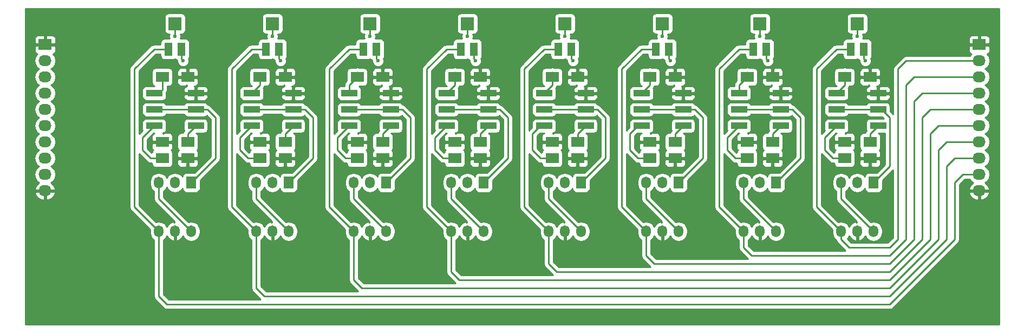
<source format=gtl>
G04 #@! TF.FileFunction,Copper,L1,Top,Signal*
%FSLAX46Y46*%
G04 Gerber Fmt 4.6, Leading zero omitted, Abs format (unit mm)*
G04 Created by KiCad (PCBNEW 4.0.0-stable) date 3/18/2016 10:57:14 AM*
%MOMM*%
G01*
G04 APERTURE LIST*
%ADD10C,0.100000*%
%ADD11R,2.500000X1.000000*%
%ADD12R,1.524000X1.824000*%
%ADD13O,1.524000X1.824000*%
%ADD14R,2.000000X2.000000*%
%ADD15R,1.300000X2.000000*%
%ADD16R,2.032000X1.727200*%
%ADD17O,2.032000X1.727200*%
%ADD18R,2.000000X1.600000*%
%ADD19C,0.600000*%
%ADD20C,0.250000*%
%ADD21C,0.254000*%
G04 APERTURE END LIST*
D10*
D11*
X89610000Y-82550000D03*
X89610000Y-80010000D03*
X89610000Y-77470000D03*
X83110000Y-77470000D03*
X83110000Y-80010000D03*
X83110000Y-82550000D03*
X104850000Y-82550000D03*
X104850000Y-80010000D03*
X104850000Y-77470000D03*
X98350000Y-77470000D03*
X98350000Y-80010000D03*
X98350000Y-82550000D03*
X135330000Y-82550000D03*
X135330000Y-80010000D03*
X135330000Y-77470000D03*
X128830000Y-77470000D03*
X128830000Y-80010000D03*
X128830000Y-82550000D03*
X120090000Y-82550000D03*
X120090000Y-80010000D03*
X120090000Y-77470000D03*
X113590000Y-77470000D03*
X113590000Y-80010000D03*
X113590000Y-82550000D03*
X150570000Y-82550000D03*
X150570000Y-80010000D03*
X150570000Y-77470000D03*
X144070000Y-77470000D03*
X144070000Y-80010000D03*
X144070000Y-82550000D03*
X165810000Y-82550000D03*
X165810000Y-80010000D03*
X165810000Y-77470000D03*
X159310000Y-77470000D03*
X159310000Y-80010000D03*
X159310000Y-82550000D03*
X196290000Y-82550000D03*
X196290000Y-80010000D03*
X196290000Y-77470000D03*
X189790000Y-77470000D03*
X189790000Y-80010000D03*
X189790000Y-82550000D03*
X181050000Y-82550000D03*
X181050000Y-80010000D03*
X181050000Y-77470000D03*
X174550000Y-77470000D03*
X174550000Y-80010000D03*
X174550000Y-82550000D03*
D12*
X88900000Y-91440000D03*
D13*
X88900000Y-99060000D03*
X86360000Y-91440000D03*
X86360000Y-99060000D03*
X83820000Y-91440000D03*
X83820000Y-99060000D03*
D12*
X104140000Y-91440000D03*
D13*
X104140000Y-99060000D03*
X101600000Y-91440000D03*
X101600000Y-99060000D03*
X99060000Y-91440000D03*
X99060000Y-99060000D03*
D12*
X134620000Y-91440000D03*
D13*
X134620000Y-99060000D03*
X132080000Y-91440000D03*
X132080000Y-99060000D03*
X129540000Y-91440000D03*
X129540000Y-99060000D03*
D12*
X119380000Y-91440000D03*
D13*
X119380000Y-99060000D03*
X116840000Y-91440000D03*
X116840000Y-99060000D03*
X114300000Y-91440000D03*
X114300000Y-99060000D03*
D12*
X149860000Y-91440000D03*
D13*
X149860000Y-99060000D03*
X147320000Y-91440000D03*
X147320000Y-99060000D03*
X144780000Y-91440000D03*
X144780000Y-99060000D03*
D12*
X165100000Y-91440000D03*
D13*
X165100000Y-99060000D03*
X162560000Y-91440000D03*
X162560000Y-99060000D03*
X160020000Y-91440000D03*
X160020000Y-99060000D03*
D12*
X195580000Y-91440000D03*
D13*
X195580000Y-99060000D03*
X193040000Y-91440000D03*
X193040000Y-99060000D03*
X190500000Y-91440000D03*
X190500000Y-99060000D03*
D12*
X180340000Y-91440000D03*
D13*
X180340000Y-99060000D03*
X177800000Y-91440000D03*
X177800000Y-99060000D03*
X175260000Y-91440000D03*
X175260000Y-99060000D03*
D14*
X86360000Y-66580000D03*
D15*
X85360000Y-70580000D03*
X87360000Y-70580000D03*
D14*
X177800000Y-66580000D03*
D15*
X176800000Y-70580000D03*
X178800000Y-70580000D03*
D14*
X193040000Y-66580000D03*
D15*
X192040000Y-70580000D03*
X194040000Y-70580000D03*
D14*
X162560000Y-66580000D03*
D15*
X161560000Y-70580000D03*
X163560000Y-70580000D03*
D14*
X147320000Y-66580000D03*
D15*
X146320000Y-70580000D03*
X148320000Y-70580000D03*
D14*
X132080000Y-66580000D03*
D15*
X131080000Y-70580000D03*
X133080000Y-70580000D03*
D14*
X101600000Y-66580000D03*
D15*
X100600000Y-70580000D03*
X102600000Y-70580000D03*
D16*
X212090000Y-69850000D03*
D17*
X212090000Y-72390000D03*
X212090000Y-74930000D03*
X212090000Y-77470000D03*
X212090000Y-80010000D03*
X212090000Y-82550000D03*
X212090000Y-85090000D03*
X212090000Y-87630000D03*
X212090000Y-90170000D03*
X212090000Y-92710000D03*
D16*
X66040000Y-69850000D03*
D17*
X66040000Y-72390000D03*
X66040000Y-74930000D03*
X66040000Y-77470000D03*
X66040000Y-80010000D03*
X66040000Y-82550000D03*
X66040000Y-85090000D03*
X66040000Y-87630000D03*
X66040000Y-90170000D03*
X66040000Y-92710000D03*
D18*
X175800000Y-74930000D03*
X179800000Y-74930000D03*
X179800000Y-85090000D03*
X175800000Y-85090000D03*
X175800000Y-87630000D03*
X179800000Y-87630000D03*
X191040000Y-74930000D03*
X195040000Y-74930000D03*
X195040000Y-85090000D03*
X191040000Y-85090000D03*
X191040000Y-87630000D03*
X195040000Y-87630000D03*
X160560000Y-74930000D03*
X164560000Y-74930000D03*
X164560000Y-85090000D03*
X160560000Y-85090000D03*
X160560000Y-87630000D03*
X164560000Y-87630000D03*
X145320000Y-74930000D03*
X149320000Y-74930000D03*
X149320000Y-85090000D03*
X145320000Y-85090000D03*
X145320000Y-87630000D03*
X149320000Y-87630000D03*
X114840000Y-74930000D03*
X118840000Y-74930000D03*
X118840000Y-85090000D03*
X114840000Y-85090000D03*
X114840000Y-87630000D03*
X118840000Y-87630000D03*
X130080000Y-74930000D03*
X134080000Y-74930000D03*
X134080000Y-85090000D03*
X130080000Y-85090000D03*
X130080000Y-87630000D03*
X134080000Y-87630000D03*
X99600000Y-74930000D03*
X103600000Y-74930000D03*
X103600000Y-85090000D03*
X99600000Y-85090000D03*
X99600000Y-87630000D03*
X103600000Y-87630000D03*
X84360000Y-74930000D03*
X88360000Y-74930000D03*
X88360000Y-85090000D03*
X84360000Y-85090000D03*
X84360000Y-87630000D03*
X88360000Y-87630000D03*
D14*
X116840000Y-66580000D03*
D15*
X115840000Y-70580000D03*
X117840000Y-70580000D03*
D14*
X116840000Y-66580000D03*
D15*
X115840000Y-70580000D03*
X117840000Y-70580000D03*
D18*
X84360000Y-87630000D03*
X88360000Y-87630000D03*
X88360000Y-85090000D03*
X84360000Y-85090000D03*
X84360000Y-74930000D03*
X88360000Y-74930000D03*
X99600000Y-87630000D03*
X103600000Y-87630000D03*
X103600000Y-85090000D03*
X99600000Y-85090000D03*
X99600000Y-74930000D03*
X103600000Y-74930000D03*
X130080000Y-87630000D03*
X134080000Y-87630000D03*
X134080000Y-85090000D03*
X130080000Y-85090000D03*
X130080000Y-74930000D03*
X134080000Y-74930000D03*
X114840000Y-87630000D03*
X118840000Y-87630000D03*
X118840000Y-85090000D03*
X114840000Y-85090000D03*
X114840000Y-74930000D03*
X118840000Y-74930000D03*
X145320000Y-87630000D03*
X149320000Y-87630000D03*
X149320000Y-85090000D03*
X145320000Y-85090000D03*
X145320000Y-74930000D03*
X149320000Y-74930000D03*
X160560000Y-87630000D03*
X164560000Y-87630000D03*
X164560000Y-85090000D03*
X160560000Y-85090000D03*
X160560000Y-74930000D03*
X164560000Y-74930000D03*
X191040000Y-87630000D03*
X195040000Y-87630000D03*
X195040000Y-85090000D03*
X191040000Y-85090000D03*
X191040000Y-74930000D03*
X195040000Y-74930000D03*
X175800000Y-87630000D03*
X179800000Y-87630000D03*
X179800000Y-85090000D03*
X175800000Y-85090000D03*
X175800000Y-74930000D03*
X179800000Y-74930000D03*
D16*
X66040000Y-69850000D03*
D17*
X66040000Y-72390000D03*
X66040000Y-74930000D03*
X66040000Y-77470000D03*
X66040000Y-80010000D03*
X66040000Y-82550000D03*
X66040000Y-85090000D03*
X66040000Y-87630000D03*
X66040000Y-90170000D03*
X66040000Y-92710000D03*
D16*
X212090000Y-69850000D03*
D17*
X212090000Y-72390000D03*
X212090000Y-74930000D03*
X212090000Y-77470000D03*
X212090000Y-80010000D03*
X212090000Y-82550000D03*
X212090000Y-85090000D03*
X212090000Y-87630000D03*
X212090000Y-90170000D03*
X212090000Y-92710000D03*
D14*
X101600000Y-66580000D03*
D15*
X100600000Y-70580000D03*
X102600000Y-70580000D03*
D14*
X132080000Y-66580000D03*
D15*
X131080000Y-70580000D03*
X133080000Y-70580000D03*
D14*
X147320000Y-66580000D03*
D15*
X146320000Y-70580000D03*
X148320000Y-70580000D03*
D14*
X162560000Y-66580000D03*
D15*
X161560000Y-70580000D03*
X163560000Y-70580000D03*
D14*
X193040000Y-66580000D03*
D15*
X192040000Y-70580000D03*
X194040000Y-70580000D03*
D14*
X177800000Y-66580000D03*
D15*
X176800000Y-70580000D03*
X178800000Y-70580000D03*
D14*
X86360000Y-66580000D03*
D15*
X85360000Y-70580000D03*
X87360000Y-70580000D03*
D12*
X180340000Y-91440000D03*
D13*
X180340000Y-99060000D03*
X177800000Y-91440000D03*
X177800000Y-99060000D03*
X175260000Y-91440000D03*
X175260000Y-99060000D03*
D12*
X195580000Y-91440000D03*
D13*
X195580000Y-99060000D03*
X193040000Y-91440000D03*
X193040000Y-99060000D03*
X190500000Y-91440000D03*
X190500000Y-99060000D03*
D12*
X165100000Y-91440000D03*
D13*
X165100000Y-99060000D03*
X162560000Y-91440000D03*
X162560000Y-99060000D03*
X160020000Y-91440000D03*
X160020000Y-99060000D03*
D12*
X149860000Y-91440000D03*
D13*
X149860000Y-99060000D03*
X147320000Y-91440000D03*
X147320000Y-99060000D03*
X144780000Y-91440000D03*
X144780000Y-99060000D03*
D12*
X119380000Y-91440000D03*
D13*
X119380000Y-99060000D03*
X116840000Y-91440000D03*
X116840000Y-99060000D03*
X114300000Y-91440000D03*
X114300000Y-99060000D03*
D12*
X134620000Y-91440000D03*
D13*
X134620000Y-99060000D03*
X132080000Y-91440000D03*
X132080000Y-99060000D03*
X129540000Y-91440000D03*
X129540000Y-99060000D03*
D12*
X104140000Y-91440000D03*
D13*
X104140000Y-99060000D03*
X101600000Y-91440000D03*
X101600000Y-99060000D03*
X99060000Y-91440000D03*
X99060000Y-99060000D03*
D12*
X88900000Y-91440000D03*
D13*
X88900000Y-99060000D03*
X86360000Y-91440000D03*
X86360000Y-99060000D03*
X83820000Y-91440000D03*
X83820000Y-99060000D03*
D11*
X181050000Y-82550000D03*
X181050000Y-80010000D03*
X181050000Y-77470000D03*
X174550000Y-77470000D03*
X174550000Y-80010000D03*
X174550000Y-82550000D03*
X196290000Y-82550000D03*
X196290000Y-80010000D03*
X196290000Y-77470000D03*
X189790000Y-77470000D03*
X189790000Y-80010000D03*
X189790000Y-82550000D03*
X165810000Y-82550000D03*
X165810000Y-80010000D03*
X165810000Y-77470000D03*
X159310000Y-77470000D03*
X159310000Y-80010000D03*
X159310000Y-82550000D03*
X150570000Y-82550000D03*
X150570000Y-80010000D03*
X150570000Y-77470000D03*
X144070000Y-77470000D03*
X144070000Y-80010000D03*
X144070000Y-82550000D03*
X120090000Y-82550000D03*
X120090000Y-80010000D03*
X120090000Y-77470000D03*
X113590000Y-77470000D03*
X113590000Y-80010000D03*
X113590000Y-82550000D03*
X135330000Y-82550000D03*
X135330000Y-80010000D03*
X135330000Y-77470000D03*
X128830000Y-77470000D03*
X128830000Y-80010000D03*
X128830000Y-82550000D03*
X104850000Y-82550000D03*
X104850000Y-80010000D03*
X104850000Y-77470000D03*
X98350000Y-77470000D03*
X98350000Y-80010000D03*
X98350000Y-82550000D03*
X89610000Y-82550000D03*
X89610000Y-80010000D03*
X89610000Y-77470000D03*
X83110000Y-77470000D03*
X83110000Y-80010000D03*
X83110000Y-82550000D03*
X89610000Y-82550000D03*
X89610000Y-80010000D03*
X89610000Y-77470000D03*
X83110000Y-77470000D03*
X83110000Y-80010000D03*
X83110000Y-82550000D03*
X104850000Y-82550000D03*
X104850000Y-80010000D03*
X104850000Y-77470000D03*
X98350000Y-77470000D03*
X98350000Y-80010000D03*
X98350000Y-82550000D03*
X135330000Y-82550000D03*
X135330000Y-80010000D03*
X135330000Y-77470000D03*
X128830000Y-77470000D03*
X128830000Y-80010000D03*
X128830000Y-82550000D03*
X120090000Y-82550000D03*
X120090000Y-80010000D03*
X120090000Y-77470000D03*
X113590000Y-77470000D03*
X113590000Y-80010000D03*
X113590000Y-82550000D03*
X150570000Y-82550000D03*
X150570000Y-80010000D03*
X150570000Y-77470000D03*
X144070000Y-77470000D03*
X144070000Y-80010000D03*
X144070000Y-82550000D03*
X165810000Y-82550000D03*
X165810000Y-80010000D03*
X165810000Y-77470000D03*
X159310000Y-77470000D03*
X159310000Y-80010000D03*
X159310000Y-82550000D03*
X196290000Y-82550000D03*
X196290000Y-80010000D03*
X196290000Y-77470000D03*
X189790000Y-77470000D03*
X189790000Y-80010000D03*
X189790000Y-82550000D03*
X181050000Y-82550000D03*
X181050000Y-80010000D03*
X181050000Y-77470000D03*
X174550000Y-77470000D03*
X174550000Y-80010000D03*
X174550000Y-82550000D03*
D12*
X88900000Y-91440000D03*
D13*
X88900000Y-99060000D03*
X86360000Y-91440000D03*
X86360000Y-99060000D03*
X83820000Y-91440000D03*
X83820000Y-99060000D03*
D12*
X104140000Y-91440000D03*
D13*
X104140000Y-99060000D03*
X101600000Y-91440000D03*
X101600000Y-99060000D03*
X99060000Y-91440000D03*
X99060000Y-99060000D03*
D12*
X134620000Y-91440000D03*
D13*
X134620000Y-99060000D03*
X132080000Y-91440000D03*
X132080000Y-99060000D03*
X129540000Y-91440000D03*
X129540000Y-99060000D03*
D12*
X119380000Y-91440000D03*
D13*
X119380000Y-99060000D03*
X116840000Y-91440000D03*
X116840000Y-99060000D03*
X114300000Y-91440000D03*
X114300000Y-99060000D03*
D12*
X149860000Y-91440000D03*
D13*
X149860000Y-99060000D03*
X147320000Y-91440000D03*
X147320000Y-99060000D03*
X144780000Y-91440000D03*
X144780000Y-99060000D03*
D12*
X165100000Y-91440000D03*
D13*
X165100000Y-99060000D03*
X162560000Y-91440000D03*
X162560000Y-99060000D03*
X160020000Y-91440000D03*
X160020000Y-99060000D03*
D12*
X195580000Y-91440000D03*
D13*
X195580000Y-99060000D03*
X193040000Y-91440000D03*
X193040000Y-99060000D03*
X190500000Y-91440000D03*
X190500000Y-99060000D03*
D12*
X180340000Y-91440000D03*
D13*
X180340000Y-99060000D03*
X177800000Y-91440000D03*
X177800000Y-99060000D03*
X175260000Y-91440000D03*
X175260000Y-99060000D03*
D14*
X86360000Y-66580000D03*
D15*
X85360000Y-70580000D03*
X87360000Y-70580000D03*
D14*
X177800000Y-66580000D03*
D15*
X176800000Y-70580000D03*
X178800000Y-70580000D03*
D14*
X193040000Y-66580000D03*
D15*
X192040000Y-70580000D03*
X194040000Y-70580000D03*
D14*
X162560000Y-66580000D03*
D15*
X161560000Y-70580000D03*
X163560000Y-70580000D03*
D14*
X147320000Y-66580000D03*
D15*
X146320000Y-70580000D03*
X148320000Y-70580000D03*
D14*
X132080000Y-66580000D03*
D15*
X131080000Y-70580000D03*
X133080000Y-70580000D03*
D14*
X101600000Y-66580000D03*
D15*
X100600000Y-70580000D03*
X102600000Y-70580000D03*
D16*
X212090000Y-69850000D03*
D17*
X212090000Y-72390000D03*
X212090000Y-74930000D03*
X212090000Y-77470000D03*
X212090000Y-80010000D03*
X212090000Y-82550000D03*
X212090000Y-85090000D03*
X212090000Y-87630000D03*
X212090000Y-90170000D03*
X212090000Y-92710000D03*
D16*
X66040000Y-69850000D03*
D17*
X66040000Y-72390000D03*
X66040000Y-74930000D03*
X66040000Y-77470000D03*
X66040000Y-80010000D03*
X66040000Y-82550000D03*
X66040000Y-85090000D03*
X66040000Y-87630000D03*
X66040000Y-90170000D03*
X66040000Y-92710000D03*
D18*
X175800000Y-74930000D03*
X179800000Y-74930000D03*
X179800000Y-85090000D03*
X175800000Y-85090000D03*
X175800000Y-87630000D03*
X179800000Y-87630000D03*
X191040000Y-74930000D03*
X195040000Y-74930000D03*
X195040000Y-85090000D03*
X191040000Y-85090000D03*
X191040000Y-87630000D03*
X195040000Y-87630000D03*
X160560000Y-74930000D03*
X164560000Y-74930000D03*
X164560000Y-85090000D03*
X160560000Y-85090000D03*
X160560000Y-87630000D03*
X164560000Y-87630000D03*
X145320000Y-74930000D03*
X149320000Y-74930000D03*
X149320000Y-85090000D03*
X145320000Y-85090000D03*
X145320000Y-87630000D03*
X149320000Y-87630000D03*
X114840000Y-74930000D03*
X118840000Y-74930000D03*
X118840000Y-85090000D03*
X114840000Y-85090000D03*
X114840000Y-87630000D03*
X118840000Y-87630000D03*
X130080000Y-74930000D03*
X134080000Y-74930000D03*
X134080000Y-85090000D03*
X130080000Y-85090000D03*
X130080000Y-87630000D03*
X134080000Y-87630000D03*
X99600000Y-74930000D03*
X103600000Y-74930000D03*
X103600000Y-85090000D03*
X99600000Y-85090000D03*
X99600000Y-87630000D03*
X103600000Y-87630000D03*
X84360000Y-74930000D03*
X88360000Y-74930000D03*
X88360000Y-85090000D03*
X84360000Y-85090000D03*
X84360000Y-87630000D03*
X88360000Y-87630000D03*
D14*
X116840000Y-66580000D03*
D15*
X115840000Y-70580000D03*
X117840000Y-70580000D03*
D14*
X116840000Y-66580000D03*
D15*
X115840000Y-70580000D03*
X117840000Y-70580000D03*
D18*
X84360000Y-87630000D03*
X88360000Y-87630000D03*
X88360000Y-85090000D03*
X84360000Y-85090000D03*
X84360000Y-74930000D03*
X88360000Y-74930000D03*
X99600000Y-87630000D03*
X103600000Y-87630000D03*
X103600000Y-85090000D03*
X99600000Y-85090000D03*
X99600000Y-74930000D03*
X103600000Y-74930000D03*
X130080000Y-87630000D03*
X134080000Y-87630000D03*
X134080000Y-85090000D03*
X130080000Y-85090000D03*
X130080000Y-74930000D03*
X134080000Y-74930000D03*
X114840000Y-87630000D03*
X118840000Y-87630000D03*
X118840000Y-85090000D03*
X114840000Y-85090000D03*
X114840000Y-74930000D03*
X118840000Y-74930000D03*
X145320000Y-87630000D03*
X149320000Y-87630000D03*
X149320000Y-85090000D03*
X145320000Y-85090000D03*
X145320000Y-74930000D03*
X149320000Y-74930000D03*
X160560000Y-87630000D03*
X164560000Y-87630000D03*
X164560000Y-85090000D03*
X160560000Y-85090000D03*
X160560000Y-74930000D03*
X164560000Y-74930000D03*
X191040000Y-87630000D03*
X195040000Y-87630000D03*
X195040000Y-85090000D03*
X191040000Y-85090000D03*
X191040000Y-74930000D03*
X195040000Y-74930000D03*
X175800000Y-87630000D03*
X179800000Y-87630000D03*
X179800000Y-85090000D03*
X175800000Y-85090000D03*
X175800000Y-74930000D03*
X179800000Y-74930000D03*
D16*
X66040000Y-69850000D03*
D17*
X66040000Y-72390000D03*
X66040000Y-74930000D03*
X66040000Y-77470000D03*
X66040000Y-80010000D03*
X66040000Y-82550000D03*
X66040000Y-85090000D03*
X66040000Y-87630000D03*
X66040000Y-90170000D03*
X66040000Y-92710000D03*
D16*
X212090000Y-69850000D03*
D17*
X212090000Y-72390000D03*
X212090000Y-74930000D03*
X212090000Y-77470000D03*
X212090000Y-80010000D03*
X212090000Y-82550000D03*
X212090000Y-85090000D03*
X212090000Y-87630000D03*
X212090000Y-90170000D03*
X212090000Y-92710000D03*
D14*
X101600000Y-66580000D03*
D15*
X100600000Y-70580000D03*
X102600000Y-70580000D03*
D14*
X132080000Y-66580000D03*
D15*
X131080000Y-70580000D03*
X133080000Y-70580000D03*
D14*
X147320000Y-66580000D03*
D15*
X146320000Y-70580000D03*
X148320000Y-70580000D03*
D14*
X162560000Y-66580000D03*
D15*
X161560000Y-70580000D03*
X163560000Y-70580000D03*
D14*
X193040000Y-66580000D03*
D15*
X192040000Y-70580000D03*
X194040000Y-70580000D03*
D14*
X177800000Y-66580000D03*
D15*
X176800000Y-70580000D03*
X178800000Y-70580000D03*
D14*
X86360000Y-66580000D03*
D15*
X85360000Y-70580000D03*
X87360000Y-70580000D03*
D12*
X180340000Y-91440000D03*
D13*
X180340000Y-99060000D03*
X177800000Y-91440000D03*
X177800000Y-99060000D03*
X175260000Y-91440000D03*
X175260000Y-99060000D03*
D12*
X195580000Y-91440000D03*
D13*
X195580000Y-99060000D03*
X193040000Y-91440000D03*
X193040000Y-99060000D03*
X190500000Y-91440000D03*
X190500000Y-99060000D03*
D12*
X165100000Y-91440000D03*
D13*
X165100000Y-99060000D03*
X162560000Y-91440000D03*
X162560000Y-99060000D03*
X160020000Y-91440000D03*
X160020000Y-99060000D03*
D12*
X149860000Y-91440000D03*
D13*
X149860000Y-99060000D03*
X147320000Y-91440000D03*
X147320000Y-99060000D03*
X144780000Y-91440000D03*
X144780000Y-99060000D03*
D12*
X119380000Y-91440000D03*
D13*
X119380000Y-99060000D03*
X116840000Y-91440000D03*
X116840000Y-99060000D03*
X114300000Y-91440000D03*
X114300000Y-99060000D03*
D12*
X134620000Y-91440000D03*
D13*
X134620000Y-99060000D03*
X132080000Y-91440000D03*
X132080000Y-99060000D03*
X129540000Y-91440000D03*
X129540000Y-99060000D03*
D12*
X104140000Y-91440000D03*
D13*
X104140000Y-99060000D03*
X101600000Y-91440000D03*
X101600000Y-99060000D03*
X99060000Y-91440000D03*
X99060000Y-99060000D03*
D12*
X88900000Y-91440000D03*
D13*
X88900000Y-99060000D03*
X86360000Y-91440000D03*
X86360000Y-99060000D03*
X83820000Y-91440000D03*
X83820000Y-99060000D03*
D11*
X181050000Y-82550000D03*
X181050000Y-80010000D03*
X181050000Y-77470000D03*
X174550000Y-77470000D03*
X174550000Y-80010000D03*
X174550000Y-82550000D03*
X196290000Y-82550000D03*
X196290000Y-80010000D03*
X196290000Y-77470000D03*
X189790000Y-77470000D03*
X189790000Y-80010000D03*
X189790000Y-82550000D03*
X165810000Y-82550000D03*
X165810000Y-80010000D03*
X165810000Y-77470000D03*
X159310000Y-77470000D03*
X159310000Y-80010000D03*
X159310000Y-82550000D03*
X150570000Y-82550000D03*
X150570000Y-80010000D03*
X150570000Y-77470000D03*
X144070000Y-77470000D03*
X144070000Y-80010000D03*
X144070000Y-82550000D03*
X120090000Y-82550000D03*
X120090000Y-80010000D03*
X120090000Y-77470000D03*
X113590000Y-77470000D03*
X113590000Y-80010000D03*
X113590000Y-82550000D03*
X135330000Y-82550000D03*
X135330000Y-80010000D03*
X135330000Y-77470000D03*
X128830000Y-77470000D03*
X128830000Y-80010000D03*
X128830000Y-82550000D03*
X104850000Y-82550000D03*
X104850000Y-80010000D03*
X104850000Y-77470000D03*
X98350000Y-77470000D03*
X98350000Y-80010000D03*
X98350000Y-82550000D03*
X89610000Y-82550000D03*
X89610000Y-80010000D03*
X89610000Y-77470000D03*
X83110000Y-77470000D03*
X83110000Y-80010000D03*
X83110000Y-82550000D03*
D19*
X64770000Y-111760000D03*
X64770000Y-108585000D03*
X67945000Y-108585000D03*
X71120000Y-108585000D03*
X74295000Y-111760000D03*
X71120000Y-111760000D03*
X67945000Y-111760000D03*
X213360000Y-111760000D03*
X213360000Y-108585000D03*
X210185000Y-108585000D03*
X207010000Y-108585000D03*
X203835000Y-108585000D03*
X200660000Y-111760000D03*
X203835000Y-111760000D03*
X207010000Y-111760000D03*
X210185000Y-111760000D03*
X185420000Y-66040000D03*
X185420000Y-100965000D03*
X185420000Y-97790000D03*
X185420000Y-94615000D03*
X185420000Y-91440000D03*
X185420000Y-88265000D03*
X185420000Y-85090000D03*
X185420000Y-81915000D03*
X185420000Y-78740000D03*
X185420000Y-75565000D03*
X185420000Y-72390000D03*
X185420000Y-69215000D03*
X170180000Y-66040000D03*
X170180000Y-100965000D03*
X170180000Y-97790000D03*
X170180000Y-94615000D03*
X170180000Y-91440000D03*
X170180000Y-88265000D03*
X170180000Y-85090000D03*
X170180000Y-81915000D03*
X170180000Y-78740000D03*
X170180000Y-75565000D03*
X170180000Y-72390000D03*
X170180000Y-69215000D03*
X154940000Y-66040000D03*
X154940000Y-100965000D03*
X154940000Y-97790000D03*
X154940000Y-94615000D03*
X154940000Y-91440000D03*
X154940000Y-88265000D03*
X154940000Y-85090000D03*
X154940000Y-81915000D03*
X154940000Y-78740000D03*
X154940000Y-75565000D03*
X154940000Y-72390000D03*
X154940000Y-69215000D03*
X139700000Y-66040000D03*
X139700000Y-100965000D03*
X139700000Y-97790000D03*
X139700000Y-94615000D03*
X139700000Y-91440000D03*
X139700000Y-88265000D03*
X139700000Y-85090000D03*
X139700000Y-81915000D03*
X139700000Y-78740000D03*
X139700000Y-75565000D03*
X139700000Y-72390000D03*
X139700000Y-69215000D03*
X124460000Y-66040000D03*
X124460000Y-100965000D03*
X124460000Y-97790000D03*
X124460000Y-94615000D03*
X124460000Y-91440000D03*
X124460000Y-88265000D03*
X124460000Y-85090000D03*
X124460000Y-81915000D03*
X124460000Y-78740000D03*
X124460000Y-75565000D03*
X124460000Y-72390000D03*
X124460000Y-69215000D03*
X109220000Y-66040000D03*
X109220000Y-101600000D03*
X109220000Y-98425000D03*
X109220000Y-95250000D03*
X109220000Y-92075000D03*
X109220000Y-88900000D03*
X109220000Y-85725000D03*
X109220000Y-82550000D03*
X109220000Y-78740000D03*
X109220000Y-75565000D03*
X109220000Y-72390000D03*
X109220000Y-69215000D03*
X93980000Y-66040000D03*
X93980000Y-100965000D03*
X93980000Y-97790000D03*
X93980000Y-94615000D03*
X93980000Y-91440000D03*
X93980000Y-88265000D03*
X93980000Y-85090000D03*
X93980000Y-81915000D03*
X93980000Y-78740000D03*
X93980000Y-75565000D03*
X93980000Y-72390000D03*
X93980000Y-69215000D03*
X87630000Y-72390000D03*
X87630000Y-72390000D03*
X87630000Y-72390000D03*
X87630000Y-72390000D03*
X86360000Y-68580000D03*
X86360000Y-68580000D03*
X86360000Y-68580000D03*
X86360000Y-68580000D03*
X102870000Y-72390000D03*
X102870000Y-72390000D03*
X102870000Y-72390000D03*
X102870000Y-72390000D03*
X101600000Y-68580000D03*
X101600000Y-68580000D03*
X101600000Y-68580000D03*
X101600000Y-68580000D03*
X133350000Y-72390000D03*
X133350000Y-72390000D03*
X133350000Y-72390000D03*
X133350000Y-72390000D03*
X132080000Y-68580000D03*
X132080000Y-68580000D03*
X132080000Y-68580000D03*
X132080000Y-68580000D03*
X118110000Y-72390000D03*
X118110000Y-72390000D03*
X118110000Y-72390000D03*
X118110000Y-72390000D03*
X116840000Y-68580000D03*
X116840000Y-68580000D03*
X116840000Y-68580000D03*
X116840000Y-68580000D03*
X148590000Y-72390000D03*
X148590000Y-72390000D03*
X148590000Y-72390000D03*
X148590000Y-72390000D03*
X147320000Y-68580000D03*
X147320000Y-68580000D03*
X147320000Y-68580000D03*
X147320000Y-68580000D03*
X163830000Y-72390000D03*
X163830000Y-72390000D03*
X163830000Y-72390000D03*
X163830000Y-72390000D03*
X162560000Y-68580000D03*
X162560000Y-68580000D03*
X162560000Y-68580000D03*
X162560000Y-68580000D03*
X194310000Y-72390000D03*
X194310000Y-72390000D03*
X194310000Y-72390000D03*
X194310000Y-72390000D03*
X193040000Y-68580000D03*
X193040000Y-68580000D03*
X193040000Y-68580000D03*
X193040000Y-68580000D03*
X179070000Y-72390000D03*
X179070000Y-72390000D03*
X179070000Y-72390000D03*
X179070000Y-72390000D03*
X177800000Y-68580000D03*
X177800000Y-68580000D03*
X177800000Y-68580000D03*
X177800000Y-68580000D03*
D20*
X82550000Y-87630000D02*
X81280000Y-86360000D01*
X81280000Y-86360000D02*
X81280000Y-84380000D01*
X81280000Y-84380000D02*
X83110000Y-82550000D01*
X84360000Y-87630000D02*
X82550000Y-87630000D01*
X84360000Y-87630000D02*
X82550000Y-87630000D01*
X81280000Y-84380000D02*
X83110000Y-82550000D01*
X81280000Y-86360000D02*
X81280000Y-84380000D01*
X82550000Y-87630000D02*
X81280000Y-86360000D01*
X82550000Y-87630000D02*
X81280000Y-86360000D01*
X81280000Y-86360000D02*
X81280000Y-84380000D01*
X81280000Y-84380000D02*
X83110000Y-82550000D01*
X84360000Y-87630000D02*
X82550000Y-87630000D01*
X84360000Y-87630000D02*
X82550000Y-87630000D01*
X81280000Y-84380000D02*
X83110000Y-82550000D01*
X81280000Y-86360000D02*
X81280000Y-84380000D01*
X82550000Y-87630000D02*
X81280000Y-86360000D01*
X71120000Y-108585000D02*
X67945000Y-108585000D01*
X71120000Y-111760000D02*
X74295000Y-111760000D01*
X67945000Y-111760000D02*
X64770000Y-111760000D01*
X213360000Y-108585000D02*
X210185000Y-108585000D01*
X203835000Y-108585000D02*
X207010000Y-108585000D01*
X203835000Y-111760000D02*
X200660000Y-111760000D01*
X210185000Y-111760000D02*
X207010000Y-111760000D01*
X185420000Y-94615000D02*
X185420000Y-97790000D01*
X185420000Y-88265000D02*
X185420000Y-91440000D01*
X185420000Y-81915000D02*
X185420000Y-85090000D01*
X185420000Y-75565000D02*
X185420000Y-78740000D01*
X185420000Y-69215000D02*
X185420000Y-72390000D01*
X170180000Y-94615000D02*
X170180000Y-97790000D01*
X170180000Y-88265000D02*
X170180000Y-91440000D01*
X170180000Y-81915000D02*
X170180000Y-85090000D01*
X170180000Y-75565000D02*
X170180000Y-78740000D01*
X170180000Y-69215000D02*
X170180000Y-72390000D01*
X154940000Y-94615000D02*
X154940000Y-97790000D01*
X154940000Y-88265000D02*
X154940000Y-91440000D01*
X154940000Y-81915000D02*
X154940000Y-85090000D01*
X154940000Y-75565000D02*
X154940000Y-78740000D01*
X154940000Y-69215000D02*
X154940000Y-72390000D01*
X139700000Y-100965000D02*
X139700000Y-97790000D01*
X139700000Y-91440000D02*
X139700000Y-94615000D01*
X139700000Y-85090000D02*
X139700000Y-88265000D01*
X139700000Y-78740000D02*
X139700000Y-81915000D01*
X139700000Y-72390000D02*
X139700000Y-75565000D01*
X139700000Y-69215000D02*
X139700000Y-66040000D01*
X124460000Y-100965000D02*
X124460000Y-97790000D01*
X124460000Y-91440000D02*
X124460000Y-94615000D01*
X124460000Y-85090000D02*
X124460000Y-88265000D01*
X124460000Y-78740000D02*
X124460000Y-81915000D01*
X124460000Y-72390000D02*
X124460000Y-75565000D01*
X124460000Y-69215000D02*
X124460000Y-66040000D01*
X109220000Y-101600000D02*
X109220000Y-98425000D01*
X109220000Y-92075000D02*
X109220000Y-95250000D01*
X109220000Y-85725000D02*
X109220000Y-88900000D01*
X109220000Y-78740000D02*
X109220000Y-82550000D01*
X109220000Y-72390000D02*
X109220000Y-75565000D01*
X109220000Y-69215000D02*
X109220000Y-66040000D01*
X93980000Y-94615000D02*
X93980000Y-97790000D01*
X93980000Y-88265000D02*
X93980000Y-91440000D01*
X93980000Y-81915000D02*
X93980000Y-85090000D01*
X93980000Y-75565000D02*
X93980000Y-78740000D01*
X93980000Y-69215000D02*
X93980000Y-72390000D01*
X118872000Y-74168000D02*
X118840000Y-74168000D01*
X88360000Y-74295000D02*
X88773000Y-74295000D01*
X88360000Y-74295000D02*
X88360000Y-74200000D01*
X88360000Y-87630000D02*
X87630000Y-87630000D01*
X103600000Y-87630000D02*
X102870000Y-87630000D01*
X103600000Y-74200000D02*
X103600000Y-74295000D01*
X114300000Y-85090000D02*
X114840000Y-85090000D01*
X118840000Y-87630000D02*
X118110000Y-87630000D01*
X134080000Y-87630000D02*
X133350000Y-87630000D01*
X149320000Y-87630000D02*
X148590000Y-87630000D01*
X149860000Y-74168000D02*
X149320000Y-74168000D01*
X134112000Y-74168000D02*
X134080000Y-74168000D01*
X164560000Y-87630000D02*
X163830000Y-87630000D01*
X179832000Y-74168000D02*
X179800000Y-74168000D01*
X179800000Y-87630000D02*
X179070000Y-87630000D01*
X195040000Y-87630000D02*
X194310000Y-87630000D01*
X195040000Y-87630000D02*
X194310000Y-87630000D01*
X179800000Y-87630000D02*
X179070000Y-87630000D01*
X179832000Y-74168000D02*
X179800000Y-74168000D01*
X164560000Y-87630000D02*
X163830000Y-87630000D01*
X134112000Y-74168000D02*
X134080000Y-74168000D01*
X149860000Y-74168000D02*
X149320000Y-74168000D01*
X149320000Y-87630000D02*
X148590000Y-87630000D01*
X134080000Y-87630000D02*
X133350000Y-87630000D01*
X118840000Y-87630000D02*
X118110000Y-87630000D01*
X114300000Y-85090000D02*
X114840000Y-85090000D01*
X103600000Y-74200000D02*
X103600000Y-74295000D01*
X103600000Y-87630000D02*
X102870000Y-87630000D01*
X88360000Y-87630000D02*
X87630000Y-87630000D01*
X88360000Y-74295000D02*
X88360000Y-74200000D01*
X88360000Y-74295000D02*
X88773000Y-74295000D01*
X118872000Y-74168000D02*
X118840000Y-74168000D01*
X118872000Y-74168000D02*
X118840000Y-74168000D01*
X88360000Y-74295000D02*
X88773000Y-74295000D01*
X88360000Y-74295000D02*
X88360000Y-74200000D01*
X88360000Y-87630000D02*
X87630000Y-87630000D01*
X103600000Y-87630000D02*
X102870000Y-87630000D01*
X103600000Y-74200000D02*
X103600000Y-74295000D01*
X114300000Y-85090000D02*
X114840000Y-85090000D01*
X118840000Y-87630000D02*
X118110000Y-87630000D01*
X134080000Y-87630000D02*
X133350000Y-87630000D01*
X149320000Y-87630000D02*
X148590000Y-87630000D01*
X149860000Y-74168000D02*
X149320000Y-74168000D01*
X134112000Y-74168000D02*
X134080000Y-74168000D01*
X164560000Y-87630000D02*
X163830000Y-87630000D01*
X179832000Y-74168000D02*
X179800000Y-74168000D01*
X179800000Y-87630000D02*
X179070000Y-87630000D01*
X195040000Y-87630000D02*
X194310000Y-87630000D01*
X195040000Y-87630000D02*
X194310000Y-87630000D01*
X179800000Y-87630000D02*
X179070000Y-87630000D01*
X179832000Y-74168000D02*
X179800000Y-74168000D01*
X164560000Y-87630000D02*
X163830000Y-87630000D01*
X134112000Y-74168000D02*
X134080000Y-74168000D01*
X149860000Y-74168000D02*
X149320000Y-74168000D01*
X149320000Y-87630000D02*
X148590000Y-87630000D01*
X134080000Y-87630000D02*
X133350000Y-87630000D01*
X118840000Y-87630000D02*
X118110000Y-87630000D01*
X114300000Y-85090000D02*
X114840000Y-85090000D01*
X103600000Y-74200000D02*
X103600000Y-74295000D01*
X103600000Y-87630000D02*
X102870000Y-87630000D01*
X88360000Y-87630000D02*
X87630000Y-87630000D01*
X88360000Y-74295000D02*
X88360000Y-74200000D01*
X88360000Y-74295000D02*
X88773000Y-74295000D01*
X118872000Y-74168000D02*
X118840000Y-74168000D01*
X90170000Y-82550000D02*
X89610000Y-82550000D01*
X88360000Y-85090000D02*
X88360000Y-84550000D01*
X88360000Y-83800000D02*
X89610000Y-82550000D01*
X88360000Y-85090000D02*
X88360000Y-83800000D01*
X88360000Y-85090000D02*
X88360000Y-83800000D01*
X88360000Y-83800000D02*
X89610000Y-82550000D01*
X88360000Y-85090000D02*
X88360000Y-84550000D01*
X90170000Y-82550000D02*
X89610000Y-82550000D01*
X90170000Y-82550000D02*
X89610000Y-82550000D01*
X88360000Y-85090000D02*
X88360000Y-84550000D01*
X88360000Y-83800000D02*
X89610000Y-82550000D01*
X88360000Y-85090000D02*
X88360000Y-83800000D01*
X88360000Y-85090000D02*
X88360000Y-83800000D01*
X88360000Y-83800000D02*
X89610000Y-82550000D01*
X88360000Y-85090000D02*
X88360000Y-84550000D01*
X90170000Y-82550000D02*
X89610000Y-82550000D01*
X84360000Y-74295000D02*
X84360000Y-74390000D01*
X83820000Y-77470000D02*
X83110000Y-77470000D01*
X84360000Y-76930000D02*
X83820000Y-77470000D01*
X84360000Y-74930000D02*
X84360000Y-76930000D01*
X84360000Y-74930000D02*
X84360000Y-76930000D01*
X84360000Y-76930000D02*
X83820000Y-77470000D01*
X83820000Y-77470000D02*
X83110000Y-77470000D01*
X84360000Y-74295000D02*
X84360000Y-74390000D01*
X84360000Y-74295000D02*
X84360000Y-74390000D01*
X83820000Y-77470000D02*
X83110000Y-77470000D01*
X84360000Y-76930000D02*
X83820000Y-77470000D01*
X84360000Y-74930000D02*
X84360000Y-76930000D01*
X84360000Y-74930000D02*
X84360000Y-76930000D01*
X84360000Y-76930000D02*
X83820000Y-77470000D01*
X83820000Y-77470000D02*
X83110000Y-77470000D01*
X84360000Y-74295000D02*
X84360000Y-74390000D01*
X97790000Y-87630000D02*
X96520000Y-86360000D01*
X96520000Y-86360000D02*
X96520000Y-84380000D01*
X96520000Y-84380000D02*
X98350000Y-82550000D01*
X99600000Y-87630000D02*
X97790000Y-87630000D01*
X99600000Y-87630000D02*
X97790000Y-87630000D01*
X96520000Y-84380000D02*
X98350000Y-82550000D01*
X96520000Y-86360000D02*
X96520000Y-84380000D01*
X97790000Y-87630000D02*
X96520000Y-86360000D01*
X97790000Y-87630000D02*
X96520000Y-86360000D01*
X96520000Y-86360000D02*
X96520000Y-84380000D01*
X96520000Y-84380000D02*
X98350000Y-82550000D01*
X99600000Y-87630000D02*
X97790000Y-87630000D01*
X99600000Y-87630000D02*
X97790000Y-87630000D01*
X96520000Y-84380000D02*
X98350000Y-82550000D01*
X96520000Y-86360000D02*
X96520000Y-84380000D01*
X97790000Y-87630000D02*
X96520000Y-86360000D01*
X105410000Y-82550000D02*
X104850000Y-82550000D01*
X103600000Y-85090000D02*
X103600000Y-84550000D01*
X103600000Y-83800000D02*
X104850000Y-82550000D01*
X103600000Y-85090000D02*
X103600000Y-83800000D01*
X103600000Y-85090000D02*
X103600000Y-83800000D01*
X103600000Y-83800000D02*
X104850000Y-82550000D01*
X103600000Y-85090000D02*
X103600000Y-84550000D01*
X105410000Y-82550000D02*
X104850000Y-82550000D01*
X105410000Y-82550000D02*
X104850000Y-82550000D01*
X103600000Y-85090000D02*
X103600000Y-84550000D01*
X103600000Y-83800000D02*
X104850000Y-82550000D01*
X103600000Y-85090000D02*
X103600000Y-83800000D01*
X103600000Y-85090000D02*
X103600000Y-83800000D01*
X103600000Y-83800000D02*
X104850000Y-82550000D01*
X103600000Y-85090000D02*
X103600000Y-84550000D01*
X105410000Y-82550000D02*
X104850000Y-82550000D01*
X97790000Y-77470000D02*
X98350000Y-77470000D01*
X99600000Y-74295000D02*
X99600000Y-74390000D01*
X99600000Y-76220000D02*
X98350000Y-77470000D01*
X99600000Y-74930000D02*
X99600000Y-76220000D01*
X99600000Y-74930000D02*
X99600000Y-76220000D01*
X99600000Y-76220000D02*
X98350000Y-77470000D01*
X99600000Y-74295000D02*
X99600000Y-74390000D01*
X97790000Y-77470000D02*
X98350000Y-77470000D01*
X97790000Y-77470000D02*
X98350000Y-77470000D01*
X99600000Y-74295000D02*
X99600000Y-74390000D01*
X99600000Y-76220000D02*
X98350000Y-77470000D01*
X99600000Y-74930000D02*
X99600000Y-76220000D01*
X99600000Y-74930000D02*
X99600000Y-76220000D01*
X99600000Y-76220000D02*
X98350000Y-77470000D01*
X99600000Y-74295000D02*
X99600000Y-74390000D01*
X97790000Y-77470000D02*
X98350000Y-77470000D01*
X128270000Y-87630000D02*
X127000000Y-86360000D01*
X127000000Y-86360000D02*
X127000000Y-84380000D01*
X127000000Y-84380000D02*
X128830000Y-82550000D01*
X130080000Y-87630000D02*
X128270000Y-87630000D01*
X130080000Y-87630000D02*
X128270000Y-87630000D01*
X127000000Y-84380000D02*
X128830000Y-82550000D01*
X127000000Y-86360000D02*
X127000000Y-84380000D01*
X128270000Y-87630000D02*
X127000000Y-86360000D01*
X128270000Y-87630000D02*
X127000000Y-86360000D01*
X127000000Y-86360000D02*
X127000000Y-84380000D01*
X127000000Y-84380000D02*
X128830000Y-82550000D01*
X130080000Y-87630000D02*
X128270000Y-87630000D01*
X130080000Y-87630000D02*
X128270000Y-87630000D01*
X127000000Y-84380000D02*
X128830000Y-82550000D01*
X127000000Y-86360000D02*
X127000000Y-84380000D01*
X128270000Y-87630000D02*
X127000000Y-86360000D01*
X135890000Y-82550000D02*
X135330000Y-82550000D01*
X134080000Y-85090000D02*
X134080000Y-84550000D01*
X134080000Y-83800000D02*
X135330000Y-82550000D01*
X134080000Y-85090000D02*
X134080000Y-83800000D01*
X134080000Y-85090000D02*
X134080000Y-83800000D01*
X134080000Y-83800000D02*
X135330000Y-82550000D01*
X134080000Y-85090000D02*
X134080000Y-84550000D01*
X135890000Y-82550000D02*
X135330000Y-82550000D01*
X135890000Y-82550000D02*
X135330000Y-82550000D01*
X134080000Y-85090000D02*
X134080000Y-84550000D01*
X134080000Y-83800000D02*
X135330000Y-82550000D01*
X134080000Y-85090000D02*
X134080000Y-83800000D01*
X134080000Y-85090000D02*
X134080000Y-83800000D01*
X134080000Y-83800000D02*
X135330000Y-82550000D01*
X134080000Y-85090000D02*
X134080000Y-84550000D01*
X135890000Y-82550000D02*
X135330000Y-82550000D01*
X130080000Y-74168000D02*
X130080000Y-74390000D01*
X130080000Y-76220000D02*
X128830000Y-77470000D01*
X130080000Y-74930000D02*
X130080000Y-76220000D01*
X130080000Y-74930000D02*
X130080000Y-76220000D01*
X130080000Y-76220000D02*
X128830000Y-77470000D01*
X130080000Y-74168000D02*
X130080000Y-74390000D01*
X130080000Y-74168000D02*
X130080000Y-74390000D01*
X130080000Y-76220000D02*
X128830000Y-77470000D01*
X130080000Y-74930000D02*
X130080000Y-76220000D01*
X130080000Y-74930000D02*
X130080000Y-76220000D01*
X130080000Y-76220000D02*
X128830000Y-77470000D01*
X130080000Y-74168000D02*
X130080000Y-74390000D01*
X113030000Y-87630000D02*
X111760000Y-86360000D01*
X111760000Y-86360000D02*
X111760000Y-84380000D01*
X111760000Y-84380000D02*
X113590000Y-82550000D01*
X114840000Y-87630000D02*
X113030000Y-87630000D01*
X114840000Y-87630000D02*
X113030000Y-87630000D01*
X111760000Y-84380000D02*
X113590000Y-82550000D01*
X111760000Y-86360000D02*
X111760000Y-84380000D01*
X113030000Y-87630000D02*
X111760000Y-86360000D01*
X113030000Y-87630000D02*
X111760000Y-86360000D01*
X111760000Y-86360000D02*
X111760000Y-84380000D01*
X111760000Y-84380000D02*
X113590000Y-82550000D01*
X114840000Y-87630000D02*
X113030000Y-87630000D01*
X114840000Y-87630000D02*
X113030000Y-87630000D01*
X111760000Y-84380000D02*
X113590000Y-82550000D01*
X111760000Y-86360000D02*
X111760000Y-84380000D01*
X113030000Y-87630000D02*
X111760000Y-86360000D01*
X120650000Y-82550000D02*
X120090000Y-82550000D01*
X118840000Y-85090000D02*
X118840000Y-84550000D01*
X118840000Y-83800000D02*
X120090000Y-82550000D01*
X118840000Y-85090000D02*
X118840000Y-83800000D01*
X118840000Y-85090000D02*
X118840000Y-83800000D01*
X118840000Y-83800000D02*
X120090000Y-82550000D01*
X118840000Y-85090000D02*
X118840000Y-84550000D01*
X120650000Y-82550000D02*
X120090000Y-82550000D01*
X120650000Y-82550000D02*
X120090000Y-82550000D01*
X118840000Y-85090000D02*
X118840000Y-84550000D01*
X118840000Y-83800000D02*
X120090000Y-82550000D01*
X118840000Y-85090000D02*
X118840000Y-83800000D01*
X118840000Y-85090000D02*
X118840000Y-83800000D01*
X118840000Y-83800000D02*
X120090000Y-82550000D01*
X118840000Y-85090000D02*
X118840000Y-84550000D01*
X120650000Y-82550000D02*
X120090000Y-82550000D01*
X114840000Y-74168000D02*
X114840000Y-74390000D01*
X114840000Y-74930000D02*
X114300000Y-74930000D01*
X113590000Y-76180000D02*
X114840000Y-74930000D01*
X113590000Y-77470000D02*
X113590000Y-76180000D01*
X113590000Y-77470000D02*
X113590000Y-76180000D01*
X113590000Y-76180000D02*
X114840000Y-74930000D01*
X114840000Y-74930000D02*
X114300000Y-74930000D01*
X114840000Y-74168000D02*
X114840000Y-74390000D01*
X114840000Y-74168000D02*
X114840000Y-74390000D01*
X114840000Y-74930000D02*
X114300000Y-74930000D01*
X113590000Y-76180000D02*
X114840000Y-74930000D01*
X113590000Y-77470000D02*
X113590000Y-76180000D01*
X113590000Y-77470000D02*
X113590000Y-76180000D01*
X113590000Y-76180000D02*
X114840000Y-74930000D01*
X114840000Y-74930000D02*
X114300000Y-74930000D01*
X114840000Y-74168000D02*
X114840000Y-74390000D01*
X143510000Y-87630000D02*
X145320000Y-87630000D01*
X142240000Y-86360000D02*
X143510000Y-87630000D01*
X142240000Y-83820000D02*
X142240000Y-86360000D01*
X143510000Y-82550000D02*
X142240000Y-83820000D01*
X144070000Y-82550000D02*
X143510000Y-82550000D01*
X144070000Y-82550000D02*
X143510000Y-82550000D01*
X143510000Y-82550000D02*
X142240000Y-83820000D01*
X142240000Y-83820000D02*
X142240000Y-86360000D01*
X142240000Y-86360000D02*
X143510000Y-87630000D01*
X143510000Y-87630000D02*
X145320000Y-87630000D01*
X143510000Y-87630000D02*
X145320000Y-87630000D01*
X142240000Y-86360000D02*
X143510000Y-87630000D01*
X142240000Y-83820000D02*
X142240000Y-86360000D01*
X143510000Y-82550000D02*
X142240000Y-83820000D01*
X144070000Y-82550000D02*
X143510000Y-82550000D01*
X144070000Y-82550000D02*
X143510000Y-82550000D01*
X143510000Y-82550000D02*
X142240000Y-83820000D01*
X142240000Y-83820000D02*
X142240000Y-86360000D01*
X142240000Y-86360000D02*
X143510000Y-87630000D01*
X143510000Y-87630000D02*
X145320000Y-87630000D01*
X149320000Y-85090000D02*
X149320000Y-84550000D01*
X149320000Y-83800000D02*
X150570000Y-82550000D01*
X149320000Y-85090000D02*
X149320000Y-83800000D01*
X149320000Y-85090000D02*
X149320000Y-83800000D01*
X149320000Y-83800000D02*
X150570000Y-82550000D01*
X149320000Y-85090000D02*
X149320000Y-84550000D01*
X149320000Y-85090000D02*
X149320000Y-84550000D01*
X149320000Y-83800000D02*
X150570000Y-82550000D01*
X149320000Y-85090000D02*
X149320000Y-83800000D01*
X149320000Y-85090000D02*
X149320000Y-83800000D01*
X149320000Y-83800000D02*
X150570000Y-82550000D01*
X149320000Y-85090000D02*
X149320000Y-84550000D01*
X145320000Y-74168000D02*
X145320000Y-74390000D01*
X145320000Y-76220000D02*
X144070000Y-77470000D01*
X145320000Y-74930000D02*
X145320000Y-76220000D01*
X145320000Y-74930000D02*
X145320000Y-76220000D01*
X145320000Y-76220000D02*
X144070000Y-77470000D01*
X145320000Y-74168000D02*
X145320000Y-74390000D01*
X145320000Y-74168000D02*
X145320000Y-74390000D01*
X145320000Y-76220000D02*
X144070000Y-77470000D01*
X145320000Y-74930000D02*
X145320000Y-76220000D01*
X145320000Y-74930000D02*
X145320000Y-76220000D01*
X145320000Y-76220000D02*
X144070000Y-77470000D01*
X145320000Y-74168000D02*
X145320000Y-74390000D01*
X158750000Y-87630000D02*
X160560000Y-87630000D01*
X157480000Y-86360000D02*
X158750000Y-87630000D01*
X157480000Y-83820000D02*
X157480000Y-86360000D01*
X158750000Y-82550000D02*
X157480000Y-83820000D01*
X159310000Y-82550000D02*
X158750000Y-82550000D01*
X159310000Y-82550000D02*
X158750000Y-82550000D01*
X158750000Y-82550000D02*
X157480000Y-83820000D01*
X157480000Y-83820000D02*
X157480000Y-86360000D01*
X157480000Y-86360000D02*
X158750000Y-87630000D01*
X158750000Y-87630000D02*
X160560000Y-87630000D01*
X158750000Y-87630000D02*
X160560000Y-87630000D01*
X157480000Y-86360000D02*
X158750000Y-87630000D01*
X157480000Y-83820000D02*
X157480000Y-86360000D01*
X158750000Y-82550000D02*
X157480000Y-83820000D01*
X159310000Y-82550000D02*
X158750000Y-82550000D01*
X159310000Y-82550000D02*
X158750000Y-82550000D01*
X158750000Y-82550000D02*
X157480000Y-83820000D01*
X157480000Y-83820000D02*
X157480000Y-86360000D01*
X157480000Y-86360000D02*
X158750000Y-87630000D01*
X158750000Y-87630000D02*
X160560000Y-87630000D01*
X163830000Y-84360000D02*
X164560000Y-85090000D01*
X164560000Y-83800000D02*
X165810000Y-82550000D01*
X164560000Y-85090000D02*
X164560000Y-83800000D01*
X164560000Y-85090000D02*
X164560000Y-83800000D01*
X164560000Y-83800000D02*
X165810000Y-82550000D01*
X163830000Y-84360000D02*
X164560000Y-85090000D01*
X163830000Y-84360000D02*
X164560000Y-85090000D01*
X164560000Y-83800000D02*
X165810000Y-82550000D01*
X164560000Y-85090000D02*
X164560000Y-83800000D01*
X164560000Y-85090000D02*
X164560000Y-83800000D01*
X164560000Y-83800000D02*
X165810000Y-82550000D01*
X163830000Y-84360000D02*
X164560000Y-85090000D01*
X160560000Y-74168000D02*
X160560000Y-74390000D01*
X160560000Y-76220000D02*
X159310000Y-77470000D01*
X160560000Y-74930000D02*
X160560000Y-76220000D01*
X160560000Y-74930000D02*
X160560000Y-76220000D01*
X160560000Y-76220000D02*
X159310000Y-77470000D01*
X160560000Y-74168000D02*
X160560000Y-74390000D01*
X160560000Y-74168000D02*
X160560000Y-74390000D01*
X160560000Y-76220000D02*
X159310000Y-77470000D01*
X160560000Y-74930000D02*
X160560000Y-76220000D01*
X160560000Y-74930000D02*
X160560000Y-76220000D01*
X160560000Y-76220000D02*
X159310000Y-77470000D01*
X160560000Y-74168000D02*
X160560000Y-74390000D01*
X189230000Y-87630000D02*
X187960000Y-86360000D01*
X187960000Y-86360000D02*
X187960000Y-84380000D01*
X187960000Y-84380000D02*
X189790000Y-82550000D01*
X191040000Y-87630000D02*
X189230000Y-87630000D01*
X191040000Y-87630000D02*
X189230000Y-87630000D01*
X187960000Y-84380000D02*
X189790000Y-82550000D01*
X187960000Y-86360000D02*
X187960000Y-84380000D01*
X189230000Y-87630000D02*
X187960000Y-86360000D01*
X189230000Y-87630000D02*
X187960000Y-86360000D01*
X187960000Y-86360000D02*
X187960000Y-84380000D01*
X187960000Y-84380000D02*
X189790000Y-82550000D01*
X191040000Y-87630000D02*
X189230000Y-87630000D01*
X191040000Y-87630000D02*
X189230000Y-87630000D01*
X187960000Y-84380000D02*
X189790000Y-82550000D01*
X187960000Y-86360000D02*
X187960000Y-84380000D01*
X189230000Y-87630000D02*
X187960000Y-86360000D01*
X194310000Y-84360000D02*
X195040000Y-85090000D01*
X195040000Y-83800000D02*
X196290000Y-82550000D01*
X195040000Y-85090000D02*
X195040000Y-83800000D01*
X195040000Y-85090000D02*
X195040000Y-83800000D01*
X195040000Y-83800000D02*
X196290000Y-82550000D01*
X194310000Y-84360000D02*
X195040000Y-85090000D01*
X194310000Y-84360000D02*
X195040000Y-85090000D01*
X195040000Y-83800000D02*
X196290000Y-82550000D01*
X195040000Y-85090000D02*
X195040000Y-83800000D01*
X195040000Y-85090000D02*
X195040000Y-83800000D01*
X195040000Y-83800000D02*
X196290000Y-82550000D01*
X194310000Y-84360000D02*
X195040000Y-85090000D01*
X191040000Y-74168000D02*
X191040000Y-74390000D01*
X191040000Y-76220000D02*
X189790000Y-77470000D01*
X191040000Y-74930000D02*
X191040000Y-76220000D01*
X191040000Y-74930000D02*
X191040000Y-76220000D01*
X191040000Y-76220000D02*
X189790000Y-77470000D01*
X191040000Y-74168000D02*
X191040000Y-74390000D01*
X191040000Y-74168000D02*
X191040000Y-74390000D01*
X191040000Y-76220000D02*
X189790000Y-77470000D01*
X191040000Y-74930000D02*
X191040000Y-76220000D01*
X191040000Y-74930000D02*
X191040000Y-76220000D01*
X191040000Y-76220000D02*
X189790000Y-77470000D01*
X191040000Y-74168000D02*
X191040000Y-74390000D01*
X173990000Y-87630000D02*
X172720000Y-86360000D01*
X172720000Y-86360000D02*
X172720000Y-84380000D01*
X172720000Y-84380000D02*
X174550000Y-82550000D01*
X175800000Y-87630000D02*
X173990000Y-87630000D01*
X175800000Y-87630000D02*
X173990000Y-87630000D01*
X172720000Y-84380000D02*
X174550000Y-82550000D01*
X172720000Y-86360000D02*
X172720000Y-84380000D01*
X173990000Y-87630000D02*
X172720000Y-86360000D01*
X173990000Y-87630000D02*
X172720000Y-86360000D01*
X172720000Y-86360000D02*
X172720000Y-84380000D01*
X172720000Y-84380000D02*
X174550000Y-82550000D01*
X175800000Y-87630000D02*
X173990000Y-87630000D01*
X175800000Y-87630000D02*
X173990000Y-87630000D01*
X172720000Y-84380000D02*
X174550000Y-82550000D01*
X172720000Y-86360000D02*
X172720000Y-84380000D01*
X173990000Y-87630000D02*
X172720000Y-86360000D01*
X179070000Y-84360000D02*
X179800000Y-85090000D01*
X179800000Y-83800000D02*
X181050000Y-82550000D01*
X179800000Y-85090000D02*
X179800000Y-83800000D01*
X179800000Y-85090000D02*
X179800000Y-83800000D01*
X179800000Y-83800000D02*
X181050000Y-82550000D01*
X179070000Y-84360000D02*
X179800000Y-85090000D01*
X179070000Y-84360000D02*
X179800000Y-85090000D01*
X179800000Y-83800000D02*
X181050000Y-82550000D01*
X179800000Y-85090000D02*
X179800000Y-83800000D01*
X179800000Y-85090000D02*
X179800000Y-83800000D01*
X179800000Y-83800000D02*
X181050000Y-82550000D01*
X179070000Y-84360000D02*
X179800000Y-85090000D01*
X175800000Y-74168000D02*
X175800000Y-74390000D01*
X174550000Y-76180000D02*
X175800000Y-74930000D01*
X174550000Y-77470000D02*
X174550000Y-76180000D01*
X174550000Y-77470000D02*
X174550000Y-76180000D01*
X174550000Y-76180000D02*
X175800000Y-74930000D01*
X175800000Y-74168000D02*
X175800000Y-74390000D01*
X175800000Y-74168000D02*
X175800000Y-74390000D01*
X174550000Y-76180000D02*
X175800000Y-74930000D01*
X174550000Y-77470000D02*
X174550000Y-76180000D01*
X174550000Y-77470000D02*
X174550000Y-76180000D01*
X174550000Y-76180000D02*
X175800000Y-74930000D01*
X175800000Y-74168000D02*
X175800000Y-74390000D01*
X88900000Y-80010000D02*
X89610000Y-80010000D01*
X89610000Y-80010000D02*
X83110000Y-80010000D01*
X92710000Y-87630000D02*
X92710000Y-81280000D01*
X92710000Y-81280000D02*
X91440000Y-80010000D01*
X91440000Y-80010000D02*
X89610000Y-80010000D01*
X88900000Y-91440000D02*
X92710000Y-87630000D01*
X88900000Y-91440000D02*
X92710000Y-87630000D01*
X91440000Y-80010000D02*
X89610000Y-80010000D01*
X92710000Y-81280000D02*
X91440000Y-80010000D01*
X92710000Y-87630000D02*
X92710000Y-81280000D01*
X89610000Y-80010000D02*
X83110000Y-80010000D01*
X88900000Y-80010000D02*
X89610000Y-80010000D01*
X88900000Y-80010000D02*
X89610000Y-80010000D01*
X89610000Y-80010000D02*
X83110000Y-80010000D01*
X92710000Y-87630000D02*
X92710000Y-81280000D01*
X92710000Y-81280000D02*
X91440000Y-80010000D01*
X91440000Y-80010000D02*
X89610000Y-80010000D01*
X88900000Y-91440000D02*
X92710000Y-87630000D01*
X88900000Y-91440000D02*
X92710000Y-87630000D01*
X91440000Y-80010000D02*
X89610000Y-80010000D01*
X92710000Y-81280000D02*
X91440000Y-80010000D01*
X92710000Y-87630000D02*
X92710000Y-81280000D01*
X89610000Y-80010000D02*
X83110000Y-80010000D01*
X88900000Y-80010000D02*
X89610000Y-80010000D01*
X104140000Y-80010000D02*
X104850000Y-80010000D01*
X98350000Y-80010000D02*
X104850000Y-80010000D01*
X107950000Y-87630000D02*
X107950000Y-81280000D01*
X107950000Y-81280000D02*
X106680000Y-80010000D01*
X106680000Y-80010000D02*
X104850000Y-80010000D01*
X104140000Y-91440000D02*
X107950000Y-87630000D01*
X104140000Y-91440000D02*
X107950000Y-87630000D01*
X106680000Y-80010000D02*
X104850000Y-80010000D01*
X107950000Y-81280000D02*
X106680000Y-80010000D01*
X107950000Y-87630000D02*
X107950000Y-81280000D01*
X98350000Y-80010000D02*
X104850000Y-80010000D01*
X104140000Y-80010000D02*
X104850000Y-80010000D01*
X104140000Y-80010000D02*
X104850000Y-80010000D01*
X98350000Y-80010000D02*
X104850000Y-80010000D01*
X107950000Y-87630000D02*
X107950000Y-81280000D01*
X107950000Y-81280000D02*
X106680000Y-80010000D01*
X106680000Y-80010000D02*
X104850000Y-80010000D01*
X104140000Y-91440000D02*
X107950000Y-87630000D01*
X104140000Y-91440000D02*
X107950000Y-87630000D01*
X106680000Y-80010000D02*
X104850000Y-80010000D01*
X107950000Y-81280000D02*
X106680000Y-80010000D01*
X107950000Y-87630000D02*
X107950000Y-81280000D01*
X98350000Y-80010000D02*
X104850000Y-80010000D01*
X104140000Y-80010000D02*
X104850000Y-80010000D01*
X119380000Y-80010000D02*
X120090000Y-80010000D01*
X113590000Y-80010000D02*
X120090000Y-80010000D01*
X123190000Y-87630000D02*
X123190000Y-81280000D01*
X123190000Y-81280000D02*
X121920000Y-80010000D01*
X121920000Y-80010000D02*
X120090000Y-80010000D01*
X119380000Y-91440000D02*
X123190000Y-87630000D01*
X119380000Y-91440000D02*
X123190000Y-87630000D01*
X121920000Y-80010000D02*
X120090000Y-80010000D01*
X123190000Y-81280000D02*
X121920000Y-80010000D01*
X123190000Y-87630000D02*
X123190000Y-81280000D01*
X113590000Y-80010000D02*
X120090000Y-80010000D01*
X119380000Y-80010000D02*
X120090000Y-80010000D01*
X119380000Y-80010000D02*
X120090000Y-80010000D01*
X113590000Y-80010000D02*
X120090000Y-80010000D01*
X123190000Y-87630000D02*
X123190000Y-81280000D01*
X123190000Y-81280000D02*
X121920000Y-80010000D01*
X121920000Y-80010000D02*
X120090000Y-80010000D01*
X119380000Y-91440000D02*
X123190000Y-87630000D01*
X119380000Y-91440000D02*
X123190000Y-87630000D01*
X121920000Y-80010000D02*
X120090000Y-80010000D01*
X123190000Y-81280000D02*
X121920000Y-80010000D01*
X123190000Y-87630000D02*
X123190000Y-81280000D01*
X113590000Y-80010000D02*
X120090000Y-80010000D01*
X119380000Y-80010000D02*
X120090000Y-80010000D01*
X134620000Y-80010000D02*
X135330000Y-80010000D01*
X138430000Y-87630000D02*
X138430000Y-81280000D01*
X138430000Y-81280000D02*
X137160000Y-80010000D01*
X137160000Y-80010000D02*
X135330000Y-80010000D01*
X134620000Y-91440000D02*
X138430000Y-87630000D01*
X135330000Y-80010000D02*
X128830000Y-80010000D01*
X135330000Y-80010000D02*
X128830000Y-80010000D01*
X134620000Y-91440000D02*
X138430000Y-87630000D01*
X137160000Y-80010000D02*
X135330000Y-80010000D01*
X138430000Y-81280000D02*
X137160000Y-80010000D01*
X138430000Y-87630000D02*
X138430000Y-81280000D01*
X134620000Y-80010000D02*
X135330000Y-80010000D01*
X134620000Y-80010000D02*
X135330000Y-80010000D01*
X138430000Y-87630000D02*
X138430000Y-81280000D01*
X138430000Y-81280000D02*
X137160000Y-80010000D01*
X137160000Y-80010000D02*
X135330000Y-80010000D01*
X134620000Y-91440000D02*
X138430000Y-87630000D01*
X135330000Y-80010000D02*
X128830000Y-80010000D01*
X135330000Y-80010000D02*
X128830000Y-80010000D01*
X134620000Y-91440000D02*
X138430000Y-87630000D01*
X137160000Y-80010000D02*
X135330000Y-80010000D01*
X138430000Y-81280000D02*
X137160000Y-80010000D01*
X138430000Y-87630000D02*
X138430000Y-81280000D01*
X134620000Y-80010000D02*
X135330000Y-80010000D01*
X150570000Y-80010000D02*
X149860000Y-80010000D01*
X144070000Y-80010000D02*
X150570000Y-80010000D01*
X153670000Y-87630000D02*
X153670000Y-81280000D01*
X153670000Y-81280000D02*
X152400000Y-80010000D01*
X152400000Y-80010000D02*
X150570000Y-80010000D01*
X149860000Y-91440000D02*
X153670000Y-87630000D01*
X149860000Y-91440000D02*
X153670000Y-87630000D01*
X152400000Y-80010000D02*
X150570000Y-80010000D01*
X153670000Y-81280000D02*
X152400000Y-80010000D01*
X153670000Y-87630000D02*
X153670000Y-81280000D01*
X144070000Y-80010000D02*
X150570000Y-80010000D01*
X150570000Y-80010000D02*
X149860000Y-80010000D01*
X150570000Y-80010000D02*
X149860000Y-80010000D01*
X144070000Y-80010000D02*
X150570000Y-80010000D01*
X153670000Y-87630000D02*
X153670000Y-81280000D01*
X153670000Y-81280000D02*
X152400000Y-80010000D01*
X152400000Y-80010000D02*
X150570000Y-80010000D01*
X149860000Y-91440000D02*
X153670000Y-87630000D01*
X149860000Y-91440000D02*
X153670000Y-87630000D01*
X152400000Y-80010000D02*
X150570000Y-80010000D01*
X153670000Y-81280000D02*
X152400000Y-80010000D01*
X153670000Y-87630000D02*
X153670000Y-81280000D01*
X144070000Y-80010000D02*
X150570000Y-80010000D01*
X150570000Y-80010000D02*
X149860000Y-80010000D01*
X165810000Y-80010000D02*
X165100000Y-80010000D01*
X159310000Y-80010000D02*
X165810000Y-80010000D01*
X168910000Y-87630000D02*
X168910000Y-81280000D01*
X168910000Y-81280000D02*
X167640000Y-80010000D01*
X167640000Y-80010000D02*
X165810000Y-80010000D01*
X165100000Y-91440000D02*
X168910000Y-87630000D01*
X165100000Y-91440000D02*
X168910000Y-87630000D01*
X167640000Y-80010000D02*
X165810000Y-80010000D01*
X168910000Y-81280000D02*
X167640000Y-80010000D01*
X168910000Y-87630000D02*
X168910000Y-81280000D01*
X159310000Y-80010000D02*
X165810000Y-80010000D01*
X165810000Y-80010000D02*
X165100000Y-80010000D01*
X165810000Y-80010000D02*
X165100000Y-80010000D01*
X159310000Y-80010000D02*
X165810000Y-80010000D01*
X168910000Y-87630000D02*
X168910000Y-81280000D01*
X168910000Y-81280000D02*
X167640000Y-80010000D01*
X167640000Y-80010000D02*
X165810000Y-80010000D01*
X165100000Y-91440000D02*
X168910000Y-87630000D01*
X165100000Y-91440000D02*
X168910000Y-87630000D01*
X167640000Y-80010000D02*
X165810000Y-80010000D01*
X168910000Y-81280000D02*
X167640000Y-80010000D01*
X168910000Y-87630000D02*
X168910000Y-81280000D01*
X159310000Y-80010000D02*
X165810000Y-80010000D01*
X165810000Y-80010000D02*
X165100000Y-80010000D01*
X181050000Y-80010000D02*
X180340000Y-80010000D01*
X179800000Y-90900000D02*
X180340000Y-91440000D01*
X184150000Y-87630000D02*
X184150000Y-82550000D01*
X184150000Y-82550000D02*
X184150000Y-81280000D01*
X184150000Y-81280000D02*
X182880000Y-80010000D01*
X182880000Y-80010000D02*
X181050000Y-80010000D01*
X180340000Y-91440000D02*
X184150000Y-87630000D01*
X181050000Y-80010000D02*
X174550000Y-80010000D01*
X181050000Y-80010000D02*
X174550000Y-80010000D01*
X180340000Y-91440000D02*
X184150000Y-87630000D01*
X182880000Y-80010000D02*
X181050000Y-80010000D01*
X184150000Y-81280000D02*
X182880000Y-80010000D01*
X184150000Y-82550000D02*
X184150000Y-81280000D01*
X184150000Y-87630000D02*
X184150000Y-82550000D01*
X179800000Y-90900000D02*
X180340000Y-91440000D01*
X181050000Y-80010000D02*
X180340000Y-80010000D01*
X181050000Y-80010000D02*
X180340000Y-80010000D01*
X179800000Y-90900000D02*
X180340000Y-91440000D01*
X184150000Y-87630000D02*
X184150000Y-82550000D01*
X184150000Y-82550000D02*
X184150000Y-81280000D01*
X184150000Y-81280000D02*
X182880000Y-80010000D01*
X182880000Y-80010000D02*
X181050000Y-80010000D01*
X180340000Y-91440000D02*
X184150000Y-87630000D01*
X181050000Y-80010000D02*
X174550000Y-80010000D01*
X181050000Y-80010000D02*
X174550000Y-80010000D01*
X180340000Y-91440000D02*
X184150000Y-87630000D01*
X182880000Y-80010000D02*
X181050000Y-80010000D01*
X184150000Y-81280000D02*
X182880000Y-80010000D01*
X184150000Y-82550000D02*
X184150000Y-81280000D01*
X184150000Y-87630000D02*
X184150000Y-82550000D01*
X179800000Y-90900000D02*
X180340000Y-91440000D01*
X181050000Y-80010000D02*
X180340000Y-80010000D01*
X195040000Y-90900000D02*
X195580000Y-91440000D01*
X196290000Y-80010000D02*
X195580000Y-80010000D01*
X196290000Y-80010000D02*
X189790000Y-80010000D01*
X196850000Y-80010000D02*
X196290000Y-80010000D01*
X198120000Y-88900000D02*
X198120000Y-81280000D01*
X198120000Y-81280000D02*
X196850000Y-80010000D01*
X195580000Y-91440000D02*
X198120000Y-88900000D01*
X195580000Y-91440000D02*
X198120000Y-88900000D01*
X198120000Y-81280000D02*
X196850000Y-80010000D01*
X198120000Y-88900000D02*
X198120000Y-81280000D01*
X196850000Y-80010000D02*
X196290000Y-80010000D01*
X196290000Y-80010000D02*
X189790000Y-80010000D01*
X196290000Y-80010000D02*
X195580000Y-80010000D01*
X195040000Y-90900000D02*
X195580000Y-91440000D01*
X195040000Y-90900000D02*
X195580000Y-91440000D01*
X196290000Y-80010000D02*
X195580000Y-80010000D01*
X196290000Y-80010000D02*
X189790000Y-80010000D01*
X196850000Y-80010000D02*
X196290000Y-80010000D01*
X198120000Y-88900000D02*
X198120000Y-81280000D01*
X198120000Y-81280000D02*
X196850000Y-80010000D01*
X195580000Y-91440000D02*
X198120000Y-88900000D01*
X195580000Y-91440000D02*
X198120000Y-88900000D01*
X198120000Y-81280000D02*
X196850000Y-80010000D01*
X198120000Y-88900000D02*
X198120000Y-81280000D01*
X196850000Y-80010000D02*
X196290000Y-80010000D01*
X196290000Y-80010000D02*
X189790000Y-80010000D01*
X196290000Y-80010000D02*
X195580000Y-80010000D01*
X195040000Y-90900000D02*
X195580000Y-91440000D01*
X189770000Y-70580000D02*
X186690000Y-73660000D01*
X186690000Y-73660000D02*
X186690000Y-95250000D01*
X186690000Y-95250000D02*
X190500000Y-99060000D01*
X192040000Y-70580000D02*
X189770000Y-70580000D01*
X190500000Y-100330000D02*
X190500000Y-99060000D01*
X200660000Y-72390000D02*
X209550000Y-72390000D01*
X199390000Y-73660000D02*
X200660000Y-72390000D01*
X199390000Y-100330000D02*
X199390000Y-73660000D01*
X198120000Y-101600000D02*
X199390000Y-100330000D01*
X191770000Y-101600000D02*
X198120000Y-101600000D01*
X190500000Y-100330000D02*
X191770000Y-101600000D01*
X212090000Y-72390000D02*
X209550000Y-72390000D01*
X212090000Y-72390000D02*
X209550000Y-72390000D01*
X190500000Y-100330000D02*
X191770000Y-101600000D01*
X191770000Y-101600000D02*
X198120000Y-101600000D01*
X198120000Y-101600000D02*
X199390000Y-100330000D01*
X199390000Y-100330000D02*
X199390000Y-73660000D01*
X199390000Y-73660000D02*
X200660000Y-72390000D01*
X200660000Y-72390000D02*
X209550000Y-72390000D01*
X190500000Y-100330000D02*
X190500000Y-99060000D01*
X192040000Y-70580000D02*
X189770000Y-70580000D01*
X186690000Y-95250000D02*
X190500000Y-99060000D01*
X186690000Y-73660000D02*
X186690000Y-95250000D01*
X189770000Y-70580000D02*
X186690000Y-73660000D01*
X189770000Y-70580000D02*
X186690000Y-73660000D01*
X186690000Y-73660000D02*
X186690000Y-95250000D01*
X186690000Y-95250000D02*
X190500000Y-99060000D01*
X192040000Y-70580000D02*
X189770000Y-70580000D01*
X190500000Y-100330000D02*
X190500000Y-99060000D01*
X200660000Y-72390000D02*
X209550000Y-72390000D01*
X199390000Y-73660000D02*
X200660000Y-72390000D01*
X199390000Y-100330000D02*
X199390000Y-73660000D01*
X198120000Y-101600000D02*
X199390000Y-100330000D01*
X191770000Y-101600000D02*
X198120000Y-101600000D01*
X190500000Y-100330000D02*
X191770000Y-101600000D01*
X212090000Y-72390000D02*
X209550000Y-72390000D01*
X212090000Y-72390000D02*
X209550000Y-72390000D01*
X190500000Y-100330000D02*
X191770000Y-101600000D01*
X191770000Y-101600000D02*
X198120000Y-101600000D01*
X198120000Y-101600000D02*
X199390000Y-100330000D01*
X199390000Y-100330000D02*
X199390000Y-73660000D01*
X199390000Y-73660000D02*
X200660000Y-72390000D01*
X200660000Y-72390000D02*
X209550000Y-72390000D01*
X190500000Y-100330000D02*
X190500000Y-99060000D01*
X192040000Y-70580000D02*
X189770000Y-70580000D01*
X186690000Y-95250000D02*
X190500000Y-99060000D01*
X186690000Y-73660000D02*
X186690000Y-95250000D01*
X189770000Y-70580000D02*
X186690000Y-73660000D01*
X174530000Y-70580000D02*
X171450000Y-73660000D01*
X171450000Y-73660000D02*
X171450000Y-95250000D01*
X171450000Y-95250000D02*
X175260000Y-99060000D01*
X176800000Y-70580000D02*
X174530000Y-70580000D01*
X175260000Y-101600000D02*
X175260000Y-99060000D01*
X201930000Y-74930000D02*
X209550000Y-74930000D01*
X200660000Y-76200000D02*
X201930000Y-74930000D01*
X200660000Y-100330000D02*
X200660000Y-76200000D01*
X198120000Y-102870000D02*
X200660000Y-100330000D01*
X176530000Y-102870000D02*
X198120000Y-102870000D01*
X175260000Y-101600000D02*
X176530000Y-102870000D01*
X212090000Y-74930000D02*
X209550000Y-74930000D01*
X212090000Y-74930000D02*
X209550000Y-74930000D01*
X175260000Y-101600000D02*
X176530000Y-102870000D01*
X176530000Y-102870000D02*
X198120000Y-102870000D01*
X198120000Y-102870000D02*
X200660000Y-100330000D01*
X200660000Y-100330000D02*
X200660000Y-76200000D01*
X200660000Y-76200000D02*
X201930000Y-74930000D01*
X201930000Y-74930000D02*
X209550000Y-74930000D01*
X175260000Y-101600000D02*
X175260000Y-99060000D01*
X176800000Y-70580000D02*
X174530000Y-70580000D01*
X171450000Y-95250000D02*
X175260000Y-99060000D01*
X171450000Y-73660000D02*
X171450000Y-95250000D01*
X174530000Y-70580000D02*
X171450000Y-73660000D01*
X174530000Y-70580000D02*
X171450000Y-73660000D01*
X171450000Y-73660000D02*
X171450000Y-95250000D01*
X171450000Y-95250000D02*
X175260000Y-99060000D01*
X176800000Y-70580000D02*
X174530000Y-70580000D01*
X175260000Y-101600000D02*
X175260000Y-99060000D01*
X201930000Y-74930000D02*
X209550000Y-74930000D01*
X200660000Y-76200000D02*
X201930000Y-74930000D01*
X200660000Y-100330000D02*
X200660000Y-76200000D01*
X198120000Y-102870000D02*
X200660000Y-100330000D01*
X176530000Y-102870000D02*
X198120000Y-102870000D01*
X175260000Y-101600000D02*
X176530000Y-102870000D01*
X212090000Y-74930000D02*
X209550000Y-74930000D01*
X212090000Y-74930000D02*
X209550000Y-74930000D01*
X175260000Y-101600000D02*
X176530000Y-102870000D01*
X176530000Y-102870000D02*
X198120000Y-102870000D01*
X198120000Y-102870000D02*
X200660000Y-100330000D01*
X200660000Y-100330000D02*
X200660000Y-76200000D01*
X200660000Y-76200000D02*
X201930000Y-74930000D01*
X201930000Y-74930000D02*
X209550000Y-74930000D01*
X175260000Y-101600000D02*
X175260000Y-99060000D01*
X176800000Y-70580000D02*
X174530000Y-70580000D01*
X171450000Y-95250000D02*
X175260000Y-99060000D01*
X171450000Y-73660000D02*
X171450000Y-95250000D01*
X174530000Y-70580000D02*
X171450000Y-73660000D01*
X159290000Y-70580000D02*
X156210000Y-73660000D01*
X156210000Y-73660000D02*
X156210000Y-95250000D01*
X156210000Y-95250000D02*
X160020000Y-99060000D01*
X161560000Y-70580000D02*
X159290000Y-70580000D01*
X160020000Y-101600000D02*
X160020000Y-99060000D01*
X203200000Y-77470000D02*
X209550000Y-77470000D01*
X201930000Y-78740000D02*
X203200000Y-77470000D01*
X201930000Y-100330000D02*
X201930000Y-78740000D01*
X198120000Y-104140000D02*
X201930000Y-100330000D01*
X161290000Y-104140000D02*
X198120000Y-104140000D01*
X160020000Y-102870000D02*
X161290000Y-104140000D01*
X160020000Y-101600000D02*
X160020000Y-102870000D01*
X212090000Y-77470000D02*
X209550000Y-77470000D01*
X212090000Y-77470000D02*
X209550000Y-77470000D01*
X160020000Y-101600000D02*
X160020000Y-102870000D01*
X160020000Y-102870000D02*
X161290000Y-104140000D01*
X161290000Y-104140000D02*
X198120000Y-104140000D01*
X198120000Y-104140000D02*
X201930000Y-100330000D01*
X201930000Y-100330000D02*
X201930000Y-78740000D01*
X201930000Y-78740000D02*
X203200000Y-77470000D01*
X203200000Y-77470000D02*
X209550000Y-77470000D01*
X160020000Y-101600000D02*
X160020000Y-99060000D01*
X161560000Y-70580000D02*
X159290000Y-70580000D01*
X156210000Y-95250000D02*
X160020000Y-99060000D01*
X156210000Y-73660000D02*
X156210000Y-95250000D01*
X159290000Y-70580000D02*
X156210000Y-73660000D01*
X159290000Y-70580000D02*
X156210000Y-73660000D01*
X156210000Y-73660000D02*
X156210000Y-95250000D01*
X156210000Y-95250000D02*
X160020000Y-99060000D01*
X161560000Y-70580000D02*
X159290000Y-70580000D01*
X160020000Y-101600000D02*
X160020000Y-99060000D01*
X203200000Y-77470000D02*
X209550000Y-77470000D01*
X201930000Y-78740000D02*
X203200000Y-77470000D01*
X201930000Y-100330000D02*
X201930000Y-78740000D01*
X198120000Y-104140000D02*
X201930000Y-100330000D01*
X161290000Y-104140000D02*
X198120000Y-104140000D01*
X160020000Y-102870000D02*
X161290000Y-104140000D01*
X160020000Y-101600000D02*
X160020000Y-102870000D01*
X212090000Y-77470000D02*
X209550000Y-77470000D01*
X212090000Y-77470000D02*
X209550000Y-77470000D01*
X160020000Y-101600000D02*
X160020000Y-102870000D01*
X160020000Y-102870000D02*
X161290000Y-104140000D01*
X161290000Y-104140000D02*
X198120000Y-104140000D01*
X198120000Y-104140000D02*
X201930000Y-100330000D01*
X201930000Y-100330000D02*
X201930000Y-78740000D01*
X201930000Y-78740000D02*
X203200000Y-77470000D01*
X203200000Y-77470000D02*
X209550000Y-77470000D01*
X160020000Y-101600000D02*
X160020000Y-99060000D01*
X161560000Y-70580000D02*
X159290000Y-70580000D01*
X156210000Y-95250000D02*
X160020000Y-99060000D01*
X156210000Y-73660000D02*
X156210000Y-95250000D01*
X159290000Y-70580000D02*
X156210000Y-73660000D01*
X144050000Y-70580000D02*
X140970000Y-73660000D01*
X140970000Y-73660000D02*
X140970000Y-95250000D01*
X140970000Y-95250000D02*
X144780000Y-99060000D01*
X146320000Y-70580000D02*
X144050000Y-70580000D01*
X144780000Y-104140000D02*
X144780000Y-99060000D01*
X204470000Y-80010000D02*
X209550000Y-80010000D01*
X203200000Y-81280000D02*
X204470000Y-80010000D01*
X203200000Y-100330000D02*
X203200000Y-81280000D01*
X198120000Y-105410000D02*
X203200000Y-100330000D01*
X146050000Y-105410000D02*
X198120000Y-105410000D01*
X144780000Y-104140000D02*
X146050000Y-105410000D01*
X212090000Y-80010000D02*
X209550000Y-80010000D01*
X212090000Y-80010000D02*
X209550000Y-80010000D01*
X144780000Y-104140000D02*
X146050000Y-105410000D01*
X146050000Y-105410000D02*
X198120000Y-105410000D01*
X198120000Y-105410000D02*
X203200000Y-100330000D01*
X203200000Y-100330000D02*
X203200000Y-81280000D01*
X203200000Y-81280000D02*
X204470000Y-80010000D01*
X204470000Y-80010000D02*
X209550000Y-80010000D01*
X144780000Y-104140000D02*
X144780000Y-99060000D01*
X146320000Y-70580000D02*
X144050000Y-70580000D01*
X140970000Y-95250000D02*
X144780000Y-99060000D01*
X140970000Y-73660000D02*
X140970000Y-95250000D01*
X144050000Y-70580000D02*
X140970000Y-73660000D01*
X144050000Y-70580000D02*
X140970000Y-73660000D01*
X140970000Y-73660000D02*
X140970000Y-95250000D01*
X140970000Y-95250000D02*
X144780000Y-99060000D01*
X146320000Y-70580000D02*
X144050000Y-70580000D01*
X144780000Y-104140000D02*
X144780000Y-99060000D01*
X204470000Y-80010000D02*
X209550000Y-80010000D01*
X203200000Y-81280000D02*
X204470000Y-80010000D01*
X203200000Y-100330000D02*
X203200000Y-81280000D01*
X198120000Y-105410000D02*
X203200000Y-100330000D01*
X146050000Y-105410000D02*
X198120000Y-105410000D01*
X144780000Y-104140000D02*
X146050000Y-105410000D01*
X212090000Y-80010000D02*
X209550000Y-80010000D01*
X212090000Y-80010000D02*
X209550000Y-80010000D01*
X144780000Y-104140000D02*
X146050000Y-105410000D01*
X146050000Y-105410000D02*
X198120000Y-105410000D01*
X198120000Y-105410000D02*
X203200000Y-100330000D01*
X203200000Y-100330000D02*
X203200000Y-81280000D01*
X203200000Y-81280000D02*
X204470000Y-80010000D01*
X204470000Y-80010000D02*
X209550000Y-80010000D01*
X144780000Y-104140000D02*
X144780000Y-99060000D01*
X146320000Y-70580000D02*
X144050000Y-70580000D01*
X140970000Y-95250000D02*
X144780000Y-99060000D01*
X140970000Y-73660000D02*
X140970000Y-95250000D01*
X144050000Y-70580000D02*
X140970000Y-73660000D01*
X130810000Y-71120000D02*
X131080000Y-70580000D01*
X128810000Y-70580000D02*
X125730000Y-73660000D01*
X125730000Y-73660000D02*
X125730000Y-95250000D01*
X125730000Y-95250000D02*
X129540000Y-99060000D01*
X131080000Y-70580000D02*
X128810000Y-70580000D01*
X129540000Y-104140000D02*
X129540000Y-99060000D01*
X205740000Y-82550000D02*
X209550000Y-82550000D01*
X204470000Y-83820000D02*
X205740000Y-82550000D01*
X204470000Y-100330000D02*
X204470000Y-83820000D01*
X198120000Y-106680000D02*
X204470000Y-100330000D01*
X130810000Y-106680000D02*
X198120000Y-106680000D01*
X129540000Y-105410000D02*
X130810000Y-106680000D01*
X129540000Y-104140000D02*
X129540000Y-105410000D01*
X212090000Y-82550000D02*
X209550000Y-82550000D01*
X212090000Y-82550000D02*
X209550000Y-82550000D01*
X129540000Y-104140000D02*
X129540000Y-105410000D01*
X129540000Y-105410000D02*
X130810000Y-106680000D01*
X130810000Y-106680000D02*
X198120000Y-106680000D01*
X198120000Y-106680000D02*
X204470000Y-100330000D01*
X204470000Y-100330000D02*
X204470000Y-83820000D01*
X204470000Y-83820000D02*
X205740000Y-82550000D01*
X205740000Y-82550000D02*
X209550000Y-82550000D01*
X129540000Y-104140000D02*
X129540000Y-99060000D01*
X131080000Y-70580000D02*
X128810000Y-70580000D01*
X125730000Y-95250000D02*
X129540000Y-99060000D01*
X125730000Y-73660000D02*
X125730000Y-95250000D01*
X128810000Y-70580000D02*
X125730000Y-73660000D01*
X130810000Y-71120000D02*
X131080000Y-70580000D01*
X130810000Y-71120000D02*
X131080000Y-70580000D01*
X128810000Y-70580000D02*
X125730000Y-73660000D01*
X125730000Y-73660000D02*
X125730000Y-95250000D01*
X125730000Y-95250000D02*
X129540000Y-99060000D01*
X131080000Y-70580000D02*
X128810000Y-70580000D01*
X129540000Y-104140000D02*
X129540000Y-99060000D01*
X205740000Y-82550000D02*
X209550000Y-82550000D01*
X204470000Y-83820000D02*
X205740000Y-82550000D01*
X204470000Y-100330000D02*
X204470000Y-83820000D01*
X198120000Y-106680000D02*
X204470000Y-100330000D01*
X130810000Y-106680000D02*
X198120000Y-106680000D01*
X129540000Y-105410000D02*
X130810000Y-106680000D01*
X129540000Y-104140000D02*
X129540000Y-105410000D01*
X212090000Y-82550000D02*
X209550000Y-82550000D01*
X212090000Y-82550000D02*
X209550000Y-82550000D01*
X129540000Y-104140000D02*
X129540000Y-105410000D01*
X129540000Y-105410000D02*
X130810000Y-106680000D01*
X130810000Y-106680000D02*
X198120000Y-106680000D01*
X198120000Y-106680000D02*
X204470000Y-100330000D01*
X204470000Y-100330000D02*
X204470000Y-83820000D01*
X204470000Y-83820000D02*
X205740000Y-82550000D01*
X205740000Y-82550000D02*
X209550000Y-82550000D01*
X129540000Y-104140000D02*
X129540000Y-99060000D01*
X131080000Y-70580000D02*
X128810000Y-70580000D01*
X125730000Y-95250000D02*
X129540000Y-99060000D01*
X125730000Y-73660000D02*
X125730000Y-95250000D01*
X128810000Y-70580000D02*
X125730000Y-73660000D01*
X130810000Y-71120000D02*
X131080000Y-70580000D01*
X113570000Y-70580000D02*
X110490000Y-73660000D01*
X110490000Y-73660000D02*
X110490000Y-95250000D01*
X110490000Y-95250000D02*
X114300000Y-99060000D01*
X115840000Y-70580000D02*
X113570000Y-70580000D01*
X114300000Y-106680000D02*
X114300000Y-99060000D01*
X207010000Y-85090000D02*
X209550000Y-85090000D01*
X205740000Y-86360000D02*
X207010000Y-85090000D01*
X205740000Y-100330000D02*
X205740000Y-86360000D01*
X198120000Y-107950000D02*
X205740000Y-100330000D01*
X115570000Y-107950000D02*
X198120000Y-107950000D01*
X114300000Y-106680000D02*
X115570000Y-107950000D01*
X212090000Y-85090000D02*
X209550000Y-85090000D01*
X212090000Y-85090000D02*
X209550000Y-85090000D01*
X114300000Y-106680000D02*
X115570000Y-107950000D01*
X115570000Y-107950000D02*
X198120000Y-107950000D01*
X198120000Y-107950000D02*
X205740000Y-100330000D01*
X205740000Y-100330000D02*
X205740000Y-86360000D01*
X205740000Y-86360000D02*
X207010000Y-85090000D01*
X207010000Y-85090000D02*
X209550000Y-85090000D01*
X114300000Y-106680000D02*
X114300000Y-99060000D01*
X115840000Y-70580000D02*
X113570000Y-70580000D01*
X110490000Y-95250000D02*
X114300000Y-99060000D01*
X110490000Y-73660000D02*
X110490000Y-95250000D01*
X113570000Y-70580000D02*
X110490000Y-73660000D01*
X113570000Y-70580000D02*
X110490000Y-73660000D01*
X110490000Y-73660000D02*
X110490000Y-95250000D01*
X110490000Y-95250000D02*
X114300000Y-99060000D01*
X115840000Y-70580000D02*
X113570000Y-70580000D01*
X114300000Y-106680000D02*
X114300000Y-99060000D01*
X207010000Y-85090000D02*
X209550000Y-85090000D01*
X205740000Y-86360000D02*
X207010000Y-85090000D01*
X205740000Y-100330000D02*
X205740000Y-86360000D01*
X198120000Y-107950000D02*
X205740000Y-100330000D01*
X115570000Y-107950000D02*
X198120000Y-107950000D01*
X114300000Y-106680000D02*
X115570000Y-107950000D01*
X212090000Y-85090000D02*
X209550000Y-85090000D01*
X212090000Y-85090000D02*
X209550000Y-85090000D01*
X114300000Y-106680000D02*
X115570000Y-107950000D01*
X115570000Y-107950000D02*
X198120000Y-107950000D01*
X198120000Y-107950000D02*
X205740000Y-100330000D01*
X205740000Y-100330000D02*
X205740000Y-86360000D01*
X205740000Y-86360000D02*
X207010000Y-85090000D01*
X207010000Y-85090000D02*
X209550000Y-85090000D01*
X114300000Y-106680000D02*
X114300000Y-99060000D01*
X115840000Y-70580000D02*
X113570000Y-70580000D01*
X110490000Y-95250000D02*
X114300000Y-99060000D01*
X110490000Y-73660000D02*
X110490000Y-95250000D01*
X113570000Y-70580000D02*
X110490000Y-73660000D01*
X99060000Y-99060000D02*
X95250000Y-95250000D01*
X99060000Y-107950000D02*
X100330000Y-109220000D01*
X100330000Y-109220000D02*
X198120000Y-109220000D01*
X198120000Y-109220000D02*
X207010000Y-100330000D01*
X207010000Y-100330000D02*
X207010000Y-88900000D01*
X207010000Y-88900000D02*
X208280000Y-87630000D01*
X208280000Y-87630000D02*
X210820000Y-87630000D01*
X99060000Y-99060000D02*
X99060000Y-107950000D01*
X210820000Y-87630000D02*
X212090000Y-87630000D01*
X95250000Y-95250000D02*
X95250000Y-73660000D01*
X95250000Y-73660000D02*
X98330000Y-70580000D01*
X98330000Y-70580000D02*
X100600000Y-70580000D01*
X98330000Y-70580000D02*
X100600000Y-70580000D01*
X95250000Y-73660000D02*
X98330000Y-70580000D01*
X95250000Y-95250000D02*
X95250000Y-73660000D01*
X210820000Y-87630000D02*
X212090000Y-87630000D01*
X99060000Y-99060000D02*
X99060000Y-107950000D01*
X208280000Y-87630000D02*
X210820000Y-87630000D01*
X207010000Y-88900000D02*
X208280000Y-87630000D01*
X207010000Y-100330000D02*
X207010000Y-88900000D01*
X198120000Y-109220000D02*
X207010000Y-100330000D01*
X100330000Y-109220000D02*
X198120000Y-109220000D01*
X99060000Y-107950000D02*
X100330000Y-109220000D01*
X99060000Y-99060000D02*
X95250000Y-95250000D01*
X99060000Y-99060000D02*
X95250000Y-95250000D01*
X99060000Y-107950000D02*
X100330000Y-109220000D01*
X100330000Y-109220000D02*
X198120000Y-109220000D01*
X198120000Y-109220000D02*
X207010000Y-100330000D01*
X207010000Y-100330000D02*
X207010000Y-88900000D01*
X207010000Y-88900000D02*
X208280000Y-87630000D01*
X208280000Y-87630000D02*
X210820000Y-87630000D01*
X99060000Y-99060000D02*
X99060000Y-107950000D01*
X210820000Y-87630000D02*
X212090000Y-87630000D01*
X95250000Y-95250000D02*
X95250000Y-73660000D01*
X95250000Y-73660000D02*
X98330000Y-70580000D01*
X98330000Y-70580000D02*
X100600000Y-70580000D01*
X98330000Y-70580000D02*
X100600000Y-70580000D01*
X95250000Y-73660000D02*
X98330000Y-70580000D01*
X95250000Y-95250000D02*
X95250000Y-73660000D01*
X210820000Y-87630000D02*
X212090000Y-87630000D01*
X99060000Y-99060000D02*
X99060000Y-107950000D01*
X208280000Y-87630000D02*
X210820000Y-87630000D01*
X207010000Y-88900000D02*
X208280000Y-87630000D01*
X207010000Y-100330000D02*
X207010000Y-88900000D01*
X198120000Y-109220000D02*
X207010000Y-100330000D01*
X100330000Y-109220000D02*
X198120000Y-109220000D01*
X99060000Y-107950000D02*
X100330000Y-109220000D01*
X99060000Y-99060000D02*
X95250000Y-95250000D01*
X83090000Y-70580000D02*
X80010000Y-73660000D01*
X80010000Y-73660000D02*
X80010000Y-95250000D01*
X80010000Y-95250000D02*
X83820000Y-99060000D01*
X85360000Y-70580000D02*
X83090000Y-70580000D01*
X83820000Y-109220000D02*
X85090000Y-110490000D01*
X85090000Y-110490000D02*
X198120000Y-110490000D01*
X198120000Y-110490000D02*
X208280000Y-100330000D01*
X208280000Y-100330000D02*
X208280000Y-91440000D01*
X208280000Y-91440000D02*
X209550000Y-90170000D01*
X209550000Y-90170000D02*
X212090000Y-90170000D01*
X83820000Y-99060000D02*
X83820000Y-109220000D01*
X83820000Y-99060000D02*
X83820000Y-109220000D01*
X209550000Y-90170000D02*
X212090000Y-90170000D01*
X208280000Y-91440000D02*
X209550000Y-90170000D01*
X208280000Y-100330000D02*
X208280000Y-91440000D01*
X198120000Y-110490000D02*
X208280000Y-100330000D01*
X85090000Y-110490000D02*
X198120000Y-110490000D01*
X83820000Y-109220000D02*
X85090000Y-110490000D01*
X85360000Y-70580000D02*
X83090000Y-70580000D01*
X80010000Y-95250000D02*
X83820000Y-99060000D01*
X80010000Y-73660000D02*
X80010000Y-95250000D01*
X83090000Y-70580000D02*
X80010000Y-73660000D01*
X83090000Y-70580000D02*
X80010000Y-73660000D01*
X80010000Y-73660000D02*
X80010000Y-95250000D01*
X80010000Y-95250000D02*
X83820000Y-99060000D01*
X85360000Y-70580000D02*
X83090000Y-70580000D01*
X83820000Y-109220000D02*
X85090000Y-110490000D01*
X85090000Y-110490000D02*
X198120000Y-110490000D01*
X198120000Y-110490000D02*
X208280000Y-100330000D01*
X208280000Y-100330000D02*
X208280000Y-91440000D01*
X208280000Y-91440000D02*
X209550000Y-90170000D01*
X209550000Y-90170000D02*
X212090000Y-90170000D01*
X83820000Y-99060000D02*
X83820000Y-109220000D01*
X83820000Y-99060000D02*
X83820000Y-109220000D01*
X209550000Y-90170000D02*
X212090000Y-90170000D01*
X208280000Y-91440000D02*
X209550000Y-90170000D01*
X208280000Y-100330000D02*
X208280000Y-91440000D01*
X198120000Y-110490000D02*
X208280000Y-100330000D01*
X85090000Y-110490000D02*
X198120000Y-110490000D01*
X83820000Y-109220000D02*
X85090000Y-110490000D01*
X85360000Y-70580000D02*
X83090000Y-70580000D01*
X80010000Y-95250000D02*
X83820000Y-99060000D01*
X80010000Y-73660000D02*
X80010000Y-95250000D01*
X83090000Y-70580000D02*
X80010000Y-73660000D01*
X87360000Y-72120000D02*
X87360000Y-70580000D01*
X87630000Y-72390000D02*
X87360000Y-72120000D01*
X87630000Y-72390000D02*
X87360000Y-72120000D01*
X87360000Y-72120000D02*
X87360000Y-70580000D01*
X87360000Y-72120000D02*
X87360000Y-70580000D01*
X87630000Y-72390000D02*
X87360000Y-72120000D01*
X87630000Y-72390000D02*
X87360000Y-72120000D01*
X87360000Y-72120000D02*
X87360000Y-70580000D01*
X83820000Y-93980000D02*
X88900000Y-99060000D01*
X83820000Y-91440000D02*
X83820000Y-93980000D01*
X86360000Y-66580000D02*
X86360000Y-68580000D01*
X86360000Y-66580000D02*
X86360000Y-68580000D01*
X83820000Y-91440000D02*
X83820000Y-93980000D01*
X83820000Y-93980000D02*
X88900000Y-99060000D01*
X83820000Y-93980000D02*
X88900000Y-99060000D01*
X83820000Y-91440000D02*
X83820000Y-93980000D01*
X86360000Y-66580000D02*
X86360000Y-68580000D01*
X86360000Y-66580000D02*
X86360000Y-68580000D01*
X83820000Y-91440000D02*
X83820000Y-93980000D01*
X83820000Y-93980000D02*
X88900000Y-99060000D01*
X102870000Y-72390000D02*
X102600000Y-72120000D01*
X102600000Y-72120000D02*
X102600000Y-70580000D01*
X102600000Y-72120000D02*
X102600000Y-70580000D01*
X102870000Y-72390000D02*
X102600000Y-72120000D01*
X102870000Y-72390000D02*
X102600000Y-72120000D01*
X102600000Y-72120000D02*
X102600000Y-70580000D01*
X102600000Y-72120000D02*
X102600000Y-70580000D01*
X102870000Y-72390000D02*
X102600000Y-72120000D01*
X101600000Y-66580000D02*
X101600000Y-68580000D01*
X99060000Y-93980000D02*
X104140000Y-99060000D01*
X99060000Y-91440000D02*
X99060000Y-93980000D01*
X99060000Y-91440000D02*
X99060000Y-93980000D01*
X99060000Y-93980000D02*
X104140000Y-99060000D01*
X101600000Y-66580000D02*
X101600000Y-68580000D01*
X101600000Y-66580000D02*
X101600000Y-68580000D01*
X99060000Y-93980000D02*
X104140000Y-99060000D01*
X99060000Y-91440000D02*
X99060000Y-93980000D01*
X99060000Y-91440000D02*
X99060000Y-93980000D01*
X99060000Y-93980000D02*
X104140000Y-99060000D01*
X101600000Y-66580000D02*
X101600000Y-68580000D01*
X133350000Y-72390000D02*
X133080000Y-72120000D01*
X133080000Y-72120000D02*
X133080000Y-70580000D01*
X133080000Y-72120000D02*
X133080000Y-70580000D01*
X133350000Y-72390000D02*
X133080000Y-72120000D01*
X133350000Y-72390000D02*
X133080000Y-72120000D01*
X133080000Y-72120000D02*
X133080000Y-70580000D01*
X133080000Y-72120000D02*
X133080000Y-70580000D01*
X133350000Y-72390000D02*
X133080000Y-72120000D01*
X129540000Y-93980000D02*
X134620000Y-99060000D01*
X129540000Y-91440000D02*
X129540000Y-93980000D01*
X132080000Y-66580000D02*
X132080000Y-68580000D01*
X132080000Y-66580000D02*
X132080000Y-68580000D01*
X129540000Y-91440000D02*
X129540000Y-93980000D01*
X129540000Y-93980000D02*
X134620000Y-99060000D01*
X129540000Y-93980000D02*
X134620000Y-99060000D01*
X129540000Y-91440000D02*
X129540000Y-93980000D01*
X132080000Y-66580000D02*
X132080000Y-68580000D01*
X132080000Y-66580000D02*
X132080000Y-68580000D01*
X129540000Y-91440000D02*
X129540000Y-93980000D01*
X129540000Y-93980000D02*
X134620000Y-99060000D01*
X118110000Y-72390000D02*
X117840000Y-72120000D01*
X117840000Y-72120000D02*
X117840000Y-70580000D01*
X117840000Y-72120000D02*
X117840000Y-70580000D01*
X118110000Y-72390000D02*
X117840000Y-72120000D01*
X118110000Y-72390000D02*
X117840000Y-72120000D01*
X117840000Y-72120000D02*
X117840000Y-70580000D01*
X117840000Y-72120000D02*
X117840000Y-70580000D01*
X118110000Y-72390000D02*
X117840000Y-72120000D01*
X116840000Y-66580000D02*
X116840000Y-68580000D01*
X114300000Y-93980000D02*
X119380000Y-99060000D01*
X114300000Y-91440000D02*
X114300000Y-93980000D01*
X114300000Y-91440000D02*
X114300000Y-93980000D01*
X114300000Y-93980000D02*
X119380000Y-99060000D01*
X116840000Y-66580000D02*
X116840000Y-68580000D01*
X116840000Y-66580000D02*
X116840000Y-68580000D01*
X114300000Y-93980000D02*
X119380000Y-99060000D01*
X114300000Y-91440000D02*
X114300000Y-93980000D01*
X114300000Y-91440000D02*
X114300000Y-93980000D01*
X114300000Y-93980000D02*
X119380000Y-99060000D01*
X116840000Y-66580000D02*
X116840000Y-68580000D01*
X148590000Y-72390000D02*
X148320000Y-72120000D01*
X148320000Y-72120000D02*
X148320000Y-70580000D01*
X148320000Y-72120000D02*
X148320000Y-70580000D01*
X148590000Y-72390000D02*
X148320000Y-72120000D01*
X148590000Y-72390000D02*
X148320000Y-72120000D01*
X148320000Y-72120000D02*
X148320000Y-70580000D01*
X148320000Y-72120000D02*
X148320000Y-70580000D01*
X148590000Y-72390000D02*
X148320000Y-72120000D01*
X147320000Y-66580000D02*
X147320000Y-68580000D01*
X144780000Y-93980000D02*
X149860000Y-99060000D01*
X144780000Y-91440000D02*
X144780000Y-93980000D01*
X144780000Y-91440000D02*
X144780000Y-93980000D01*
X144780000Y-93980000D02*
X149860000Y-99060000D01*
X147320000Y-66580000D02*
X147320000Y-68580000D01*
X147320000Y-66580000D02*
X147320000Y-68580000D01*
X144780000Y-93980000D02*
X149860000Y-99060000D01*
X144780000Y-91440000D02*
X144780000Y-93980000D01*
X144780000Y-91440000D02*
X144780000Y-93980000D01*
X144780000Y-93980000D02*
X149860000Y-99060000D01*
X147320000Y-66580000D02*
X147320000Y-68580000D01*
X163830000Y-72390000D02*
X163560000Y-72120000D01*
X163560000Y-72120000D02*
X163560000Y-70580000D01*
X163560000Y-72120000D02*
X163560000Y-70580000D01*
X163830000Y-72390000D02*
X163560000Y-72120000D01*
X163830000Y-72390000D02*
X163560000Y-72120000D01*
X163560000Y-72120000D02*
X163560000Y-70580000D01*
X163560000Y-72120000D02*
X163560000Y-70580000D01*
X163830000Y-72390000D02*
X163560000Y-72120000D01*
X162560000Y-66580000D02*
X162560000Y-68580000D01*
X160020000Y-93980000D02*
X165100000Y-99060000D01*
X160020000Y-91440000D02*
X160020000Y-93980000D01*
X160020000Y-91440000D02*
X160020000Y-93980000D01*
X160020000Y-93980000D02*
X165100000Y-99060000D01*
X162560000Y-66580000D02*
X162560000Y-68580000D01*
X162560000Y-66580000D02*
X162560000Y-68580000D01*
X160020000Y-93980000D02*
X165100000Y-99060000D01*
X160020000Y-91440000D02*
X160020000Y-93980000D01*
X160020000Y-91440000D02*
X160020000Y-93980000D01*
X160020000Y-93980000D02*
X165100000Y-99060000D01*
X162560000Y-66580000D02*
X162560000Y-68580000D01*
X194310000Y-72390000D02*
X194040000Y-72120000D01*
X194040000Y-72120000D02*
X194040000Y-70580000D01*
X194040000Y-72120000D02*
X194040000Y-70580000D01*
X194310000Y-72390000D02*
X194040000Y-72120000D01*
X194310000Y-72390000D02*
X194040000Y-72120000D01*
X194040000Y-72120000D02*
X194040000Y-70580000D01*
X194040000Y-72120000D02*
X194040000Y-70580000D01*
X194310000Y-72390000D02*
X194040000Y-72120000D01*
X193040000Y-66580000D02*
X193040000Y-68580000D01*
X190500000Y-93980000D02*
X195580000Y-99060000D01*
X190500000Y-91440000D02*
X190500000Y-93980000D01*
X190500000Y-91440000D02*
X190500000Y-93980000D01*
X190500000Y-93980000D02*
X195580000Y-99060000D01*
X193040000Y-66580000D02*
X193040000Y-68580000D01*
X193040000Y-66580000D02*
X193040000Y-68580000D01*
X190500000Y-93980000D02*
X195580000Y-99060000D01*
X190500000Y-91440000D02*
X190500000Y-93980000D01*
X190500000Y-91440000D02*
X190500000Y-93980000D01*
X190500000Y-93980000D02*
X195580000Y-99060000D01*
X193040000Y-66580000D02*
X193040000Y-68580000D01*
X179070000Y-72390000D02*
X178800000Y-72120000D01*
X178800000Y-72120000D02*
X178800000Y-70580000D01*
X178800000Y-72120000D02*
X178800000Y-70580000D01*
X179070000Y-72390000D02*
X178800000Y-72120000D01*
X179070000Y-72390000D02*
X178800000Y-72120000D01*
X178800000Y-72120000D02*
X178800000Y-70580000D01*
X178800000Y-72120000D02*
X178800000Y-70580000D01*
X179070000Y-72390000D02*
X178800000Y-72120000D01*
X177800000Y-66580000D02*
X177800000Y-68580000D01*
X175260000Y-93980000D02*
X180340000Y-99060000D01*
X175260000Y-91440000D02*
X175260000Y-93980000D01*
X175260000Y-91440000D02*
X175260000Y-93980000D01*
X175260000Y-93980000D02*
X180340000Y-99060000D01*
X177800000Y-66580000D02*
X177800000Y-68580000D01*
X177800000Y-66580000D02*
X177800000Y-68580000D01*
X175260000Y-93980000D02*
X180340000Y-99060000D01*
X175260000Y-91440000D02*
X175260000Y-93980000D01*
X175260000Y-91440000D02*
X175260000Y-93980000D01*
X175260000Y-93980000D02*
X180340000Y-99060000D01*
X177800000Y-66580000D02*
X177800000Y-68580000D01*
D21*
G36*
X215190000Y-113590000D02*
X62940000Y-113590000D01*
X62940000Y-93069026D01*
X64432642Y-93069026D01*
X64435291Y-93084791D01*
X64689268Y-93612036D01*
X65125680Y-94001954D01*
X65678087Y-94195184D01*
X65913000Y-94050924D01*
X65913000Y-92837000D01*
X66167000Y-92837000D01*
X66167000Y-94050924D01*
X66401913Y-94195184D01*
X66954320Y-94001954D01*
X67390732Y-93612036D01*
X67644709Y-93084791D01*
X67647358Y-93069026D01*
X67526217Y-92837000D01*
X66167000Y-92837000D01*
X65913000Y-92837000D01*
X64553783Y-92837000D01*
X64432642Y-93069026D01*
X62940000Y-93069026D01*
X62940000Y-72390000D01*
X64356655Y-72390000D01*
X64470729Y-72963489D01*
X64795585Y-73449670D01*
X65110366Y-73660000D01*
X64795585Y-73870330D01*
X64470729Y-74356511D01*
X64356655Y-74930000D01*
X64470729Y-75503489D01*
X64795585Y-75989670D01*
X65110366Y-76200000D01*
X64795585Y-76410330D01*
X64470729Y-76896511D01*
X64356655Y-77470000D01*
X64470729Y-78043489D01*
X64795585Y-78529670D01*
X65110366Y-78740000D01*
X64795585Y-78950330D01*
X64470729Y-79436511D01*
X64356655Y-80010000D01*
X64470729Y-80583489D01*
X64795585Y-81069670D01*
X65110366Y-81280000D01*
X64795585Y-81490330D01*
X64470729Y-81976511D01*
X64356655Y-82550000D01*
X64470729Y-83123489D01*
X64795585Y-83609670D01*
X65110366Y-83820000D01*
X64795585Y-84030330D01*
X64470729Y-84516511D01*
X64356655Y-85090000D01*
X64470729Y-85663489D01*
X64795585Y-86149670D01*
X65110366Y-86360000D01*
X64795585Y-86570330D01*
X64470729Y-87056511D01*
X64356655Y-87630000D01*
X64470729Y-88203489D01*
X64795585Y-88689670D01*
X65110366Y-88900000D01*
X64795585Y-89110330D01*
X64470729Y-89596511D01*
X64356655Y-90170000D01*
X64470729Y-90743489D01*
X64795585Y-91229670D01*
X65105069Y-91436461D01*
X64689268Y-91807964D01*
X64435291Y-92335209D01*
X64432642Y-92350974D01*
X64553783Y-92583000D01*
X65913000Y-92583000D01*
X65913000Y-92563000D01*
X66167000Y-92563000D01*
X66167000Y-92583000D01*
X67526217Y-92583000D01*
X67647358Y-92350974D01*
X67644709Y-92335209D01*
X67390732Y-91807964D01*
X66974931Y-91436461D01*
X67284415Y-91229670D01*
X67609271Y-90743489D01*
X67723345Y-90170000D01*
X67609271Y-89596511D01*
X67284415Y-89110330D01*
X66969634Y-88900000D01*
X67284415Y-88689670D01*
X67609271Y-88203489D01*
X67723345Y-87630000D01*
X67609271Y-87056511D01*
X67284415Y-86570330D01*
X66969634Y-86360000D01*
X67284415Y-86149670D01*
X67609271Y-85663489D01*
X67723345Y-85090000D01*
X67609271Y-84516511D01*
X67284415Y-84030330D01*
X66969634Y-83820000D01*
X67284415Y-83609670D01*
X67609271Y-83123489D01*
X67723345Y-82550000D01*
X67609271Y-81976511D01*
X67284415Y-81490330D01*
X66969634Y-81280000D01*
X67284415Y-81069670D01*
X67609271Y-80583489D01*
X67723345Y-80010000D01*
X67609271Y-79436511D01*
X67284415Y-78950330D01*
X66969634Y-78740000D01*
X67284415Y-78529670D01*
X67609271Y-78043489D01*
X67723345Y-77470000D01*
X67609271Y-76896511D01*
X67284415Y-76410330D01*
X66969634Y-76200000D01*
X67284415Y-75989670D01*
X67609271Y-75503489D01*
X67723345Y-74930000D01*
X67609271Y-74356511D01*
X67284415Y-73870330D01*
X66969634Y-73660000D01*
X79250000Y-73660000D01*
X79250000Y-95250000D01*
X79307852Y-95540839D01*
X79472599Y-95787401D01*
X82446541Y-98761343D01*
X82423000Y-98879692D01*
X82423000Y-99240308D01*
X82529340Y-99774917D01*
X82832172Y-100228136D01*
X83060000Y-100380366D01*
X83060000Y-109220000D01*
X83117852Y-109510839D01*
X83282599Y-109757401D01*
X84552599Y-111027401D01*
X84799160Y-111192148D01*
X85090000Y-111250000D01*
X198120000Y-111250000D01*
X198410839Y-111192148D01*
X198657401Y-111027401D01*
X208817401Y-100867401D01*
X208982148Y-100620839D01*
X209040000Y-100330000D01*
X209040000Y-93069026D01*
X210482642Y-93069026D01*
X210485291Y-93084791D01*
X210739268Y-93612036D01*
X211175680Y-94001954D01*
X211728087Y-94195184D01*
X211963000Y-94050924D01*
X211963000Y-92837000D01*
X212217000Y-92837000D01*
X212217000Y-94050924D01*
X212451913Y-94195184D01*
X213004320Y-94001954D01*
X213440732Y-93612036D01*
X213694709Y-93084791D01*
X213697358Y-93069026D01*
X213576217Y-92837000D01*
X212217000Y-92837000D01*
X211963000Y-92837000D01*
X210603783Y-92837000D01*
X210482642Y-93069026D01*
X209040000Y-93069026D01*
X209040000Y-91754802D01*
X209864802Y-90930000D01*
X210645352Y-90930000D01*
X210845585Y-91229670D01*
X211155069Y-91436461D01*
X210739268Y-91807964D01*
X210485291Y-92335209D01*
X210482642Y-92350974D01*
X210603783Y-92583000D01*
X211963000Y-92583000D01*
X211963000Y-92563000D01*
X212217000Y-92563000D01*
X212217000Y-92583000D01*
X213576217Y-92583000D01*
X213697358Y-92350974D01*
X213694709Y-92335209D01*
X213440732Y-91807964D01*
X213024931Y-91436461D01*
X213334415Y-91229670D01*
X213659271Y-90743489D01*
X213773345Y-90170000D01*
X213659271Y-89596511D01*
X213334415Y-89110330D01*
X213019634Y-88900000D01*
X213334415Y-88689670D01*
X213659271Y-88203489D01*
X213773345Y-87630000D01*
X213659271Y-87056511D01*
X213334415Y-86570330D01*
X213019634Y-86360000D01*
X213334415Y-86149670D01*
X213659271Y-85663489D01*
X213773345Y-85090000D01*
X213659271Y-84516511D01*
X213334415Y-84030330D01*
X213019634Y-83820000D01*
X213334415Y-83609670D01*
X213659271Y-83123489D01*
X213773345Y-82550000D01*
X213659271Y-81976511D01*
X213334415Y-81490330D01*
X213019634Y-81280000D01*
X213334415Y-81069670D01*
X213659271Y-80583489D01*
X213773345Y-80010000D01*
X213659271Y-79436511D01*
X213334415Y-78950330D01*
X213019634Y-78740000D01*
X213334415Y-78529670D01*
X213659271Y-78043489D01*
X213773345Y-77470000D01*
X213659271Y-76896511D01*
X213334415Y-76410330D01*
X213019634Y-76200000D01*
X213334415Y-75989670D01*
X213659271Y-75503489D01*
X213773345Y-74930000D01*
X213659271Y-74356511D01*
X213334415Y-73870330D01*
X213019634Y-73660000D01*
X213334415Y-73449670D01*
X213659271Y-72963489D01*
X213773345Y-72390000D01*
X213659271Y-71816511D01*
X213334415Y-71330330D01*
X213312220Y-71315500D01*
X213465698Y-71251927D01*
X213644327Y-71073299D01*
X213741000Y-70839910D01*
X213741000Y-70135750D01*
X213582250Y-69977000D01*
X212217000Y-69977000D01*
X212217000Y-69997000D01*
X211963000Y-69997000D01*
X211963000Y-69977000D01*
X210597750Y-69977000D01*
X210439000Y-70135750D01*
X210439000Y-70839910D01*
X210535673Y-71073299D01*
X210714302Y-71251927D01*
X210867780Y-71315500D01*
X210845585Y-71330330D01*
X210645352Y-71630000D01*
X200660000Y-71630000D01*
X200369160Y-71687852D01*
X200122599Y-71852599D01*
X198852599Y-73122599D01*
X198687852Y-73369161D01*
X198630000Y-73660000D01*
X198630000Y-80715198D01*
X198187440Y-80272638D01*
X198187440Y-79510000D01*
X198143162Y-79274683D01*
X198004090Y-79058559D01*
X197791890Y-78913569D01*
X197540000Y-78862560D01*
X195040000Y-78862560D01*
X194804683Y-78906838D01*
X194588559Y-79045910D01*
X194449110Y-79250000D01*
X191627279Y-79250000D01*
X191504090Y-79058559D01*
X191291890Y-78913569D01*
X191040000Y-78862560D01*
X188540000Y-78862560D01*
X188304683Y-78906838D01*
X188088559Y-79045910D01*
X187943569Y-79258110D01*
X187892560Y-79510000D01*
X187892560Y-80510000D01*
X187936838Y-80745317D01*
X188075910Y-80961441D01*
X188288110Y-81106431D01*
X188540000Y-81157440D01*
X191040000Y-81157440D01*
X191275317Y-81113162D01*
X191491441Y-80974090D01*
X191630890Y-80770000D01*
X194452721Y-80770000D01*
X194575910Y-80961441D01*
X194788110Y-81106431D01*
X195040000Y-81157440D01*
X196922638Y-81157440D01*
X197167758Y-81402560D01*
X195040000Y-81402560D01*
X194804683Y-81446838D01*
X194588559Y-81585910D01*
X194443569Y-81798110D01*
X194392560Y-82050000D01*
X194392560Y-83050000D01*
X194436838Y-83285317D01*
X194461653Y-83323880D01*
X194337852Y-83509161D01*
X194319410Y-83601872D01*
X194310000Y-83600000D01*
X194096038Y-83642560D01*
X194040000Y-83642560D01*
X193804683Y-83686838D01*
X193588559Y-83825910D01*
X193443569Y-84038110D01*
X193392560Y-84290000D01*
X193392560Y-85890000D01*
X193436838Y-86125317D01*
X193575910Y-86341441D01*
X193608361Y-86363614D01*
X193501673Y-86470301D01*
X193405000Y-86703690D01*
X193405000Y-87344250D01*
X193563750Y-87503000D01*
X194913000Y-87503000D01*
X194913000Y-87483000D01*
X195167000Y-87483000D01*
X195167000Y-87503000D01*
X196516250Y-87503000D01*
X196675000Y-87344250D01*
X196675000Y-86703690D01*
X196578327Y-86470301D01*
X196473597Y-86365572D01*
X196491441Y-86354090D01*
X196636431Y-86141890D01*
X196687440Y-85890000D01*
X196687440Y-84290000D01*
X196643162Y-84054683D01*
X196504090Y-83838559D01*
X196297555Y-83697440D01*
X197360000Y-83697440D01*
X197360000Y-88585198D01*
X196064638Y-89880560D01*
X194818000Y-89880560D01*
X194582683Y-89924838D01*
X194366559Y-90063910D01*
X194221569Y-90276110D01*
X194177168Y-90495367D01*
X194027828Y-90271864D01*
X193574609Y-89969032D01*
X193040000Y-89862692D01*
X192505391Y-89969032D01*
X192052172Y-90271864D01*
X191770000Y-90694163D01*
X191487828Y-90271864D01*
X191034609Y-89969032D01*
X190500000Y-89862692D01*
X189965391Y-89969032D01*
X189512172Y-90271864D01*
X189209340Y-90725083D01*
X189103000Y-91259692D01*
X189103000Y-91620308D01*
X189209340Y-92154917D01*
X189512172Y-92608136D01*
X189740000Y-92760366D01*
X189740000Y-93980000D01*
X189797852Y-94270839D01*
X189962599Y-94517401D01*
X192958198Y-97513000D01*
X192912998Y-97513000D01*
X192912998Y-97678279D01*
X192696930Y-97555780D01*
X192691269Y-97555954D01*
X192199644Y-97792478D01*
X191835955Y-98199135D01*
X191786831Y-98339352D01*
X191487828Y-97891864D01*
X191034609Y-97589032D01*
X190500000Y-97482692D01*
X190080865Y-97566063D01*
X187450000Y-94935198D01*
X187450000Y-86924802D01*
X188692599Y-88167401D01*
X188939160Y-88332148D01*
X189230000Y-88390000D01*
X189392560Y-88390000D01*
X189392560Y-88430000D01*
X189436838Y-88665317D01*
X189575910Y-88881441D01*
X189788110Y-89026431D01*
X190040000Y-89077440D01*
X192040000Y-89077440D01*
X192275317Y-89033162D01*
X192491441Y-88894090D01*
X192636431Y-88681890D01*
X192687440Y-88430000D01*
X192687440Y-87915750D01*
X193405000Y-87915750D01*
X193405000Y-88556310D01*
X193501673Y-88789699D01*
X193680302Y-88968327D01*
X193913691Y-89065000D01*
X194754250Y-89065000D01*
X194913000Y-88906250D01*
X194913000Y-87757000D01*
X195167000Y-87757000D01*
X195167000Y-88906250D01*
X195325750Y-89065000D01*
X196166309Y-89065000D01*
X196399698Y-88968327D01*
X196578327Y-88789699D01*
X196675000Y-88556310D01*
X196675000Y-87915750D01*
X196516250Y-87757000D01*
X195167000Y-87757000D01*
X194913000Y-87757000D01*
X193563750Y-87757000D01*
X193405000Y-87915750D01*
X192687440Y-87915750D01*
X192687440Y-86830000D01*
X192643162Y-86594683D01*
X192504090Y-86378559D01*
X192471639Y-86356386D01*
X192578327Y-86249699D01*
X192675000Y-86016310D01*
X192675000Y-85375750D01*
X192516250Y-85217000D01*
X191167000Y-85217000D01*
X191167000Y-85237000D01*
X190913000Y-85237000D01*
X190913000Y-85217000D01*
X189563750Y-85217000D01*
X189405000Y-85375750D01*
X189405000Y-86016310D01*
X189501673Y-86249699D01*
X189606403Y-86354428D01*
X189588559Y-86365910D01*
X189443569Y-86578110D01*
X189411462Y-86736660D01*
X188720000Y-86045198D01*
X188720000Y-84694802D01*
X189717362Y-83697440D01*
X189811232Y-83697440D01*
X189680302Y-83751673D01*
X189501673Y-83930301D01*
X189405000Y-84163690D01*
X189405000Y-84804250D01*
X189563750Y-84963000D01*
X190913000Y-84963000D01*
X190913000Y-84943000D01*
X191167000Y-84943000D01*
X191167000Y-84963000D01*
X192516250Y-84963000D01*
X192675000Y-84804250D01*
X192675000Y-84163690D01*
X192578327Y-83930301D01*
X192399698Y-83751673D01*
X192166309Y-83655000D01*
X191325750Y-83655000D01*
X191167002Y-83813748D01*
X191167002Y-83673543D01*
X191275317Y-83653162D01*
X191491441Y-83514090D01*
X191636431Y-83301890D01*
X191687440Y-83050000D01*
X191687440Y-82050000D01*
X191643162Y-81814683D01*
X191504090Y-81598559D01*
X191291890Y-81453569D01*
X191040000Y-81402560D01*
X188540000Y-81402560D01*
X188304683Y-81446838D01*
X188088559Y-81585910D01*
X187943569Y-81798110D01*
X187892560Y-82050000D01*
X187892560Y-83050000D01*
X187936838Y-83285317D01*
X187953691Y-83311507D01*
X187450000Y-83815198D01*
X187450000Y-76970000D01*
X187892560Y-76970000D01*
X187892560Y-77970000D01*
X187936838Y-78205317D01*
X188075910Y-78421441D01*
X188288110Y-78566431D01*
X188540000Y-78617440D01*
X191040000Y-78617440D01*
X191275317Y-78573162D01*
X191491441Y-78434090D01*
X191636431Y-78221890D01*
X191687440Y-77970000D01*
X191687440Y-77755750D01*
X194405000Y-77755750D01*
X194405000Y-78096310D01*
X194501673Y-78329699D01*
X194680302Y-78508327D01*
X194913691Y-78605000D01*
X196004250Y-78605000D01*
X196163000Y-78446250D01*
X196163000Y-77597000D01*
X196417000Y-77597000D01*
X196417000Y-78446250D01*
X196575750Y-78605000D01*
X197666309Y-78605000D01*
X197899698Y-78508327D01*
X198078327Y-78329699D01*
X198175000Y-78096310D01*
X198175000Y-77755750D01*
X198016250Y-77597000D01*
X196417000Y-77597000D01*
X196163000Y-77597000D01*
X194563750Y-77597000D01*
X194405000Y-77755750D01*
X191687440Y-77755750D01*
X191687440Y-76970000D01*
X191643162Y-76734683D01*
X191618347Y-76696120D01*
X191742148Y-76510839D01*
X191768683Y-76377440D01*
X192040000Y-76377440D01*
X192275317Y-76333162D01*
X192491441Y-76194090D01*
X192636431Y-75981890D01*
X192687440Y-75730000D01*
X192687440Y-75215750D01*
X193405000Y-75215750D01*
X193405000Y-75856310D01*
X193501673Y-76089699D01*
X193680302Y-76268327D01*
X193913691Y-76365000D01*
X194754250Y-76365000D01*
X194912998Y-76206252D01*
X194912998Y-76335287D01*
X194680302Y-76431673D01*
X194501673Y-76610301D01*
X194405000Y-76843690D01*
X194405000Y-77184250D01*
X194563750Y-77343000D01*
X196163000Y-77343000D01*
X196163000Y-76493750D01*
X196417000Y-76493750D01*
X196417000Y-77343000D01*
X198016250Y-77343000D01*
X198175000Y-77184250D01*
X198175000Y-76843690D01*
X198078327Y-76610301D01*
X197899698Y-76431673D01*
X197666309Y-76335000D01*
X196575750Y-76335000D01*
X196417000Y-76493750D01*
X196163000Y-76493750D01*
X196034250Y-76365000D01*
X196166309Y-76365000D01*
X196399698Y-76268327D01*
X196578327Y-76089699D01*
X196675000Y-75856310D01*
X196675000Y-75215750D01*
X196516250Y-75057000D01*
X195167000Y-75057000D01*
X195167000Y-75077000D01*
X194913000Y-75077000D01*
X194913000Y-75057000D01*
X193563750Y-75057000D01*
X193405000Y-75215750D01*
X192687440Y-75215750D01*
X192687440Y-74130000D01*
X192663674Y-74003690D01*
X193405000Y-74003690D01*
X193405000Y-74644250D01*
X193563750Y-74803000D01*
X194913000Y-74803000D01*
X194913000Y-73653750D01*
X195167000Y-73653750D01*
X195167000Y-74803000D01*
X196516250Y-74803000D01*
X196675000Y-74644250D01*
X196675000Y-74003690D01*
X196578327Y-73770301D01*
X196399698Y-73591673D01*
X196166309Y-73495000D01*
X195325750Y-73495000D01*
X195167000Y-73653750D01*
X194913000Y-73653750D01*
X194754250Y-73495000D01*
X193913691Y-73495000D01*
X193680302Y-73591673D01*
X193501673Y-73770301D01*
X193405000Y-74003690D01*
X192663674Y-74003690D01*
X192643162Y-73894683D01*
X192504090Y-73678559D01*
X192291890Y-73533569D01*
X192040000Y-73482560D01*
X191355844Y-73482560D01*
X191330839Y-73465852D01*
X191040000Y-73408000D01*
X190749161Y-73465852D01*
X190724156Y-73482560D01*
X190040000Y-73482560D01*
X189804683Y-73526838D01*
X189588559Y-73665910D01*
X189443569Y-73878110D01*
X189392560Y-74130000D01*
X189392560Y-75730000D01*
X189436838Y-75965317D01*
X189575910Y-76181441D01*
X189782445Y-76322560D01*
X188540000Y-76322560D01*
X188304683Y-76366838D01*
X188088559Y-76505910D01*
X187943569Y-76718110D01*
X187892560Y-76970000D01*
X187450000Y-76970000D01*
X187450000Y-73974802D01*
X190084802Y-71340000D01*
X190742560Y-71340000D01*
X190742560Y-71580000D01*
X190786838Y-71815317D01*
X190925910Y-72031441D01*
X191138110Y-72176431D01*
X191390000Y-72227440D01*
X192690000Y-72227440D01*
X192925317Y-72183162D01*
X193039978Y-72109380D01*
X193138110Y-72176431D01*
X193297651Y-72208739D01*
X193337852Y-72410839D01*
X193374933Y-72466334D01*
X193374838Y-72575167D01*
X193516883Y-72918943D01*
X193779673Y-73182192D01*
X194123201Y-73324838D01*
X194495167Y-73325162D01*
X194838943Y-73183117D01*
X195102192Y-72920327D01*
X195244838Y-72576799D01*
X195245162Y-72204833D01*
X195164687Y-72010068D01*
X195286431Y-71831890D01*
X195337440Y-71580000D01*
X195337440Y-69580000D01*
X195293162Y-69344683D01*
X195154090Y-69128559D01*
X194941890Y-68983569D01*
X194690000Y-68932560D01*
X193906008Y-68932560D01*
X193936100Y-68860090D01*
X210439000Y-68860090D01*
X210439000Y-69564250D01*
X210597750Y-69723000D01*
X211963000Y-69723000D01*
X211963000Y-68510150D01*
X212217000Y-68510150D01*
X212217000Y-69723000D01*
X213582250Y-69723000D01*
X213741000Y-69564250D01*
X213741000Y-68860090D01*
X213644327Y-68626701D01*
X213465698Y-68448073D01*
X213232309Y-68351400D01*
X212375750Y-68351400D01*
X212217000Y-68510150D01*
X211963000Y-68510150D01*
X211804250Y-68351400D01*
X210947691Y-68351400D01*
X210714302Y-68448073D01*
X210535673Y-68626701D01*
X210439000Y-68860090D01*
X193936100Y-68860090D01*
X193974838Y-68766799D01*
X193975162Y-68394833D01*
X193905997Y-68227440D01*
X194040000Y-68227440D01*
X194275317Y-68183162D01*
X194491441Y-68044090D01*
X194636431Y-67831890D01*
X194687440Y-67580000D01*
X194687440Y-65580000D01*
X194643162Y-65344683D01*
X194504090Y-65128559D01*
X194291890Y-64983569D01*
X194040000Y-64932560D01*
X192040000Y-64932560D01*
X191804683Y-64976838D01*
X191588559Y-65115910D01*
X191443569Y-65328110D01*
X191392560Y-65580000D01*
X191392560Y-67580000D01*
X191436838Y-67815317D01*
X191575910Y-68031441D01*
X191788110Y-68176431D01*
X192040000Y-68227440D01*
X192173992Y-68227440D01*
X192105162Y-68393201D01*
X192104838Y-68765167D01*
X192174003Y-68932560D01*
X191390000Y-68932560D01*
X191154683Y-68976838D01*
X190938559Y-69115910D01*
X190793569Y-69328110D01*
X190742560Y-69580000D01*
X190742560Y-69820000D01*
X189770000Y-69820000D01*
X189479161Y-69877852D01*
X189232599Y-70042599D01*
X186152599Y-73122599D01*
X185987852Y-73369161D01*
X185930000Y-73660000D01*
X185930000Y-95250000D01*
X185987852Y-95540839D01*
X186152599Y-95787401D01*
X189126541Y-98761343D01*
X189103000Y-98879692D01*
X189103000Y-99240308D01*
X189209340Y-99774917D01*
X189512172Y-100228136D01*
X189751554Y-100388086D01*
X189797852Y-100620839D01*
X189962599Y-100867401D01*
X191205198Y-102110000D01*
X176844802Y-102110000D01*
X176020000Y-101285198D01*
X176020000Y-100380366D01*
X176247828Y-100228136D01*
X176546831Y-99780648D01*
X176595955Y-99920865D01*
X176959644Y-100327522D01*
X177451269Y-100564046D01*
X177456930Y-100564220D01*
X177673000Y-100441720D01*
X177673000Y-99187000D01*
X177653000Y-99187000D01*
X177653000Y-98933000D01*
X177673000Y-98933000D01*
X177673000Y-98913000D01*
X177927000Y-98913000D01*
X177927000Y-98933000D01*
X177947000Y-98933000D01*
X177947000Y-99187000D01*
X177927000Y-99187000D01*
X177927000Y-100441720D01*
X178143070Y-100564220D01*
X178148731Y-100564046D01*
X178640356Y-100327522D01*
X179004045Y-99920865D01*
X179053169Y-99780648D01*
X179352172Y-100228136D01*
X179805391Y-100530968D01*
X180340000Y-100637308D01*
X180874609Y-100530968D01*
X181327828Y-100228136D01*
X181630660Y-99774917D01*
X181737000Y-99240308D01*
X181737000Y-98879692D01*
X181630660Y-98345083D01*
X181327828Y-97891864D01*
X180874609Y-97589032D01*
X180340000Y-97482692D01*
X179920865Y-97566063D01*
X176020000Y-93665198D01*
X176020000Y-92760366D01*
X176247828Y-92608136D01*
X176530000Y-92185837D01*
X176812172Y-92608136D01*
X177265391Y-92910968D01*
X177800000Y-93017308D01*
X178334609Y-92910968D01*
X178787828Y-92608136D01*
X178936803Y-92385179D01*
X178974838Y-92587317D01*
X179113910Y-92803441D01*
X179326110Y-92948431D01*
X179578000Y-92999440D01*
X181102000Y-92999440D01*
X181337317Y-92955162D01*
X181553441Y-92816090D01*
X181698431Y-92603890D01*
X181749440Y-92352000D01*
X181749440Y-91105362D01*
X184687401Y-88167401D01*
X184852148Y-87920839D01*
X184910000Y-87630000D01*
X184910000Y-81280000D01*
X184875475Y-81106431D01*
X184852148Y-80989160D01*
X184687401Y-80742599D01*
X183417401Y-79472599D01*
X183170839Y-79307852D01*
X182888347Y-79251660D01*
X182764090Y-79058559D01*
X182551890Y-78913569D01*
X182300000Y-78862560D01*
X179800000Y-78862560D01*
X179564683Y-78906838D01*
X179348559Y-79045910D01*
X179209110Y-79250000D01*
X176387279Y-79250000D01*
X176264090Y-79058559D01*
X176051890Y-78913569D01*
X175800000Y-78862560D01*
X173300000Y-78862560D01*
X173064683Y-78906838D01*
X172848559Y-79045910D01*
X172703569Y-79258110D01*
X172652560Y-79510000D01*
X172652560Y-80510000D01*
X172696838Y-80745317D01*
X172835910Y-80961441D01*
X173048110Y-81106431D01*
X173300000Y-81157440D01*
X175800000Y-81157440D01*
X176035317Y-81113162D01*
X176251441Y-80974090D01*
X176390890Y-80770000D01*
X179212721Y-80770000D01*
X179335910Y-80961441D01*
X179548110Y-81106431D01*
X179800000Y-81157440D01*
X182300000Y-81157440D01*
X182535317Y-81113162D01*
X182751441Y-80974090D01*
X182758685Y-80963487D01*
X183390000Y-81594802D01*
X183390000Y-87315198D01*
X180824638Y-89880560D01*
X179578000Y-89880560D01*
X179342683Y-89924838D01*
X179126559Y-90063910D01*
X178981569Y-90276110D01*
X178937168Y-90495367D01*
X178787828Y-90271864D01*
X178334609Y-89969032D01*
X177800000Y-89862692D01*
X177265391Y-89969032D01*
X176812172Y-90271864D01*
X176530000Y-90694163D01*
X176247828Y-90271864D01*
X175794609Y-89969032D01*
X175260000Y-89862692D01*
X174725391Y-89969032D01*
X174272172Y-90271864D01*
X173969340Y-90725083D01*
X173863000Y-91259692D01*
X173863000Y-91620308D01*
X173969340Y-92154917D01*
X174272172Y-92608136D01*
X174500000Y-92760366D01*
X174500000Y-93980000D01*
X174557852Y-94270839D01*
X174722599Y-94517401D01*
X177718198Y-97513000D01*
X177672998Y-97513000D01*
X177672998Y-97678279D01*
X177456930Y-97555780D01*
X177451269Y-97555954D01*
X176959644Y-97792478D01*
X176595955Y-98199135D01*
X176546831Y-98339352D01*
X176247828Y-97891864D01*
X175794609Y-97589032D01*
X175260000Y-97482692D01*
X174840865Y-97566063D01*
X172210000Y-94935198D01*
X172210000Y-86924802D01*
X173452599Y-88167401D01*
X173699160Y-88332148D01*
X173990000Y-88390000D01*
X174152560Y-88390000D01*
X174152560Y-88430000D01*
X174196838Y-88665317D01*
X174335910Y-88881441D01*
X174548110Y-89026431D01*
X174800000Y-89077440D01*
X176800000Y-89077440D01*
X177035317Y-89033162D01*
X177251441Y-88894090D01*
X177396431Y-88681890D01*
X177447440Y-88430000D01*
X177447440Y-87915750D01*
X178165000Y-87915750D01*
X178165000Y-88556310D01*
X178261673Y-88789699D01*
X178440302Y-88968327D01*
X178673691Y-89065000D01*
X179514250Y-89065000D01*
X179673000Y-88906250D01*
X179673000Y-87757000D01*
X179927000Y-87757000D01*
X179927000Y-88906250D01*
X180085750Y-89065000D01*
X180926309Y-89065000D01*
X181159698Y-88968327D01*
X181338327Y-88789699D01*
X181435000Y-88556310D01*
X181435000Y-87915750D01*
X181276250Y-87757000D01*
X179927000Y-87757000D01*
X179673000Y-87757000D01*
X178323750Y-87757000D01*
X178165000Y-87915750D01*
X177447440Y-87915750D01*
X177447440Y-86830000D01*
X177403162Y-86594683D01*
X177264090Y-86378559D01*
X177231639Y-86356386D01*
X177338327Y-86249699D01*
X177435000Y-86016310D01*
X177435000Y-85375750D01*
X177276250Y-85217000D01*
X175927000Y-85217000D01*
X175927000Y-85237000D01*
X175673000Y-85237000D01*
X175673000Y-85217000D01*
X174323750Y-85217000D01*
X174165000Y-85375750D01*
X174165000Y-86016310D01*
X174261673Y-86249699D01*
X174366403Y-86354428D01*
X174348559Y-86365910D01*
X174203569Y-86578110D01*
X174171462Y-86736660D01*
X173480000Y-86045198D01*
X173480000Y-84694802D01*
X174477362Y-83697440D01*
X174571232Y-83697440D01*
X174440302Y-83751673D01*
X174261673Y-83930301D01*
X174165000Y-84163690D01*
X174165000Y-84804250D01*
X174323750Y-84963000D01*
X175673000Y-84963000D01*
X175673000Y-84943000D01*
X175927000Y-84943000D01*
X175927000Y-84963000D01*
X177276250Y-84963000D01*
X177435000Y-84804250D01*
X177435000Y-84290000D01*
X178152560Y-84290000D01*
X178152560Y-85890000D01*
X178196838Y-86125317D01*
X178335910Y-86341441D01*
X178368361Y-86363614D01*
X178261673Y-86470301D01*
X178165000Y-86703690D01*
X178165000Y-87344250D01*
X178323750Y-87503000D01*
X179673000Y-87503000D01*
X179673000Y-87483000D01*
X179927000Y-87483000D01*
X179927000Y-87503000D01*
X181276250Y-87503000D01*
X181435000Y-87344250D01*
X181435000Y-86703690D01*
X181338327Y-86470301D01*
X181233597Y-86365572D01*
X181251441Y-86354090D01*
X181396431Y-86141890D01*
X181447440Y-85890000D01*
X181447440Y-84290000D01*
X181403162Y-84054683D01*
X181264090Y-83838559D01*
X181057555Y-83697440D01*
X182300000Y-83697440D01*
X182535317Y-83653162D01*
X182751441Y-83514090D01*
X182896431Y-83301890D01*
X182947440Y-83050000D01*
X182947440Y-82050000D01*
X182903162Y-81814683D01*
X182764090Y-81598559D01*
X182551890Y-81453569D01*
X182300000Y-81402560D01*
X179800000Y-81402560D01*
X179564683Y-81446838D01*
X179348559Y-81585910D01*
X179203569Y-81798110D01*
X179152560Y-82050000D01*
X179152560Y-83050000D01*
X179196838Y-83285317D01*
X179221653Y-83323880D01*
X179097852Y-83509161D01*
X179079410Y-83601872D01*
X179070000Y-83600000D01*
X178856038Y-83642560D01*
X178800000Y-83642560D01*
X178564683Y-83686838D01*
X178348559Y-83825910D01*
X178203569Y-84038110D01*
X178152560Y-84290000D01*
X177435000Y-84290000D01*
X177435000Y-84163690D01*
X177338327Y-83930301D01*
X177159698Y-83751673D01*
X176926309Y-83655000D01*
X176085750Y-83655000D01*
X175927002Y-83813748D01*
X175927002Y-83673543D01*
X176035317Y-83653162D01*
X176251441Y-83514090D01*
X176396431Y-83301890D01*
X176447440Y-83050000D01*
X176447440Y-82050000D01*
X176403162Y-81814683D01*
X176264090Y-81598559D01*
X176051890Y-81453569D01*
X175800000Y-81402560D01*
X173300000Y-81402560D01*
X173064683Y-81446838D01*
X172848559Y-81585910D01*
X172703569Y-81798110D01*
X172652560Y-82050000D01*
X172652560Y-83050000D01*
X172696838Y-83285317D01*
X172713691Y-83311507D01*
X172210000Y-83815198D01*
X172210000Y-76970000D01*
X172652560Y-76970000D01*
X172652560Y-77970000D01*
X172696838Y-78205317D01*
X172835910Y-78421441D01*
X173048110Y-78566431D01*
X173300000Y-78617440D01*
X175800000Y-78617440D01*
X176035317Y-78573162D01*
X176251441Y-78434090D01*
X176396431Y-78221890D01*
X176447440Y-77970000D01*
X176447440Y-77755750D01*
X179165000Y-77755750D01*
X179165000Y-78096310D01*
X179261673Y-78329699D01*
X179440302Y-78508327D01*
X179673691Y-78605000D01*
X180764250Y-78605000D01*
X180923000Y-78446250D01*
X180923000Y-77597000D01*
X181177000Y-77597000D01*
X181177000Y-78446250D01*
X181335750Y-78605000D01*
X182426309Y-78605000D01*
X182659698Y-78508327D01*
X182838327Y-78329699D01*
X182935000Y-78096310D01*
X182935000Y-77755750D01*
X182776250Y-77597000D01*
X181177000Y-77597000D01*
X180923000Y-77597000D01*
X179323750Y-77597000D01*
X179165000Y-77755750D01*
X176447440Y-77755750D01*
X176447440Y-76970000D01*
X176403162Y-76734683D01*
X176264090Y-76518559D01*
X176057555Y-76377440D01*
X176800000Y-76377440D01*
X177035317Y-76333162D01*
X177251441Y-76194090D01*
X177396431Y-75981890D01*
X177447440Y-75730000D01*
X177447440Y-75215750D01*
X178165000Y-75215750D01*
X178165000Y-75856310D01*
X178261673Y-76089699D01*
X178440302Y-76268327D01*
X178673691Y-76365000D01*
X179514250Y-76365000D01*
X179672998Y-76206252D01*
X179672998Y-76335287D01*
X179440302Y-76431673D01*
X179261673Y-76610301D01*
X179165000Y-76843690D01*
X179165000Y-77184250D01*
X179323750Y-77343000D01*
X180923000Y-77343000D01*
X180923000Y-76493750D01*
X181177000Y-76493750D01*
X181177000Y-77343000D01*
X182776250Y-77343000D01*
X182935000Y-77184250D01*
X182935000Y-76843690D01*
X182838327Y-76610301D01*
X182659698Y-76431673D01*
X182426309Y-76335000D01*
X181335750Y-76335000D01*
X181177000Y-76493750D01*
X180923000Y-76493750D01*
X180794250Y-76365000D01*
X180926309Y-76365000D01*
X181159698Y-76268327D01*
X181338327Y-76089699D01*
X181435000Y-75856310D01*
X181435000Y-75215750D01*
X181276250Y-75057000D01*
X179927000Y-75057000D01*
X179927000Y-75077000D01*
X179673000Y-75077000D01*
X179673000Y-75057000D01*
X178323750Y-75057000D01*
X178165000Y-75215750D01*
X177447440Y-75215750D01*
X177447440Y-74130000D01*
X177423674Y-74003690D01*
X178165000Y-74003690D01*
X178165000Y-74644250D01*
X178323750Y-74803000D01*
X179673000Y-74803000D01*
X179673000Y-73653750D01*
X179927000Y-73653750D01*
X179927000Y-74803000D01*
X181276250Y-74803000D01*
X181435000Y-74644250D01*
X181435000Y-74003690D01*
X181338327Y-73770301D01*
X181159698Y-73591673D01*
X180926309Y-73495000D01*
X180085750Y-73495000D01*
X179927000Y-73653750D01*
X179673000Y-73653750D01*
X179514250Y-73495000D01*
X178673691Y-73495000D01*
X178440302Y-73591673D01*
X178261673Y-73770301D01*
X178165000Y-74003690D01*
X177423674Y-74003690D01*
X177403162Y-73894683D01*
X177264090Y-73678559D01*
X177051890Y-73533569D01*
X176800000Y-73482560D01*
X176115844Y-73482560D01*
X176090839Y-73465852D01*
X175800000Y-73408000D01*
X175509161Y-73465852D01*
X175484156Y-73482560D01*
X174800000Y-73482560D01*
X174564683Y-73526838D01*
X174348559Y-73665910D01*
X174203569Y-73878110D01*
X174152560Y-74130000D01*
X174152560Y-75502638D01*
X174012599Y-75642599D01*
X173847852Y-75889161D01*
X173790000Y-76180000D01*
X173790000Y-76322560D01*
X173300000Y-76322560D01*
X173064683Y-76366838D01*
X172848559Y-76505910D01*
X172703569Y-76718110D01*
X172652560Y-76970000D01*
X172210000Y-76970000D01*
X172210000Y-73974802D01*
X174844802Y-71340000D01*
X175502560Y-71340000D01*
X175502560Y-71580000D01*
X175546838Y-71815317D01*
X175685910Y-72031441D01*
X175898110Y-72176431D01*
X176150000Y-72227440D01*
X177450000Y-72227440D01*
X177685317Y-72183162D01*
X177799978Y-72109380D01*
X177898110Y-72176431D01*
X178057651Y-72208739D01*
X178097852Y-72410839D01*
X178134933Y-72466334D01*
X178134838Y-72575167D01*
X178276883Y-72918943D01*
X178539673Y-73182192D01*
X178883201Y-73324838D01*
X179255167Y-73325162D01*
X179598943Y-73183117D01*
X179862192Y-72920327D01*
X180004838Y-72576799D01*
X180005162Y-72204833D01*
X179924687Y-72010068D01*
X180046431Y-71831890D01*
X180097440Y-71580000D01*
X180097440Y-69580000D01*
X180053162Y-69344683D01*
X179914090Y-69128559D01*
X179701890Y-68983569D01*
X179450000Y-68932560D01*
X178666008Y-68932560D01*
X178734838Y-68766799D01*
X178735162Y-68394833D01*
X178665997Y-68227440D01*
X178800000Y-68227440D01*
X179035317Y-68183162D01*
X179251441Y-68044090D01*
X179396431Y-67831890D01*
X179447440Y-67580000D01*
X179447440Y-65580000D01*
X179403162Y-65344683D01*
X179264090Y-65128559D01*
X179051890Y-64983569D01*
X178800000Y-64932560D01*
X176800000Y-64932560D01*
X176564683Y-64976838D01*
X176348559Y-65115910D01*
X176203569Y-65328110D01*
X176152560Y-65580000D01*
X176152560Y-67580000D01*
X176196838Y-67815317D01*
X176335910Y-68031441D01*
X176548110Y-68176431D01*
X176800000Y-68227440D01*
X176933992Y-68227440D01*
X176865162Y-68393201D01*
X176864838Y-68765167D01*
X176934003Y-68932560D01*
X176150000Y-68932560D01*
X175914683Y-68976838D01*
X175698559Y-69115910D01*
X175553569Y-69328110D01*
X175502560Y-69580000D01*
X175502560Y-69820000D01*
X174530000Y-69820000D01*
X174239161Y-69877852D01*
X173992599Y-70042599D01*
X170912599Y-73122599D01*
X170747852Y-73369161D01*
X170690000Y-73660000D01*
X170690000Y-95250000D01*
X170747852Y-95540839D01*
X170912599Y-95787401D01*
X173886541Y-98761343D01*
X173863000Y-98879692D01*
X173863000Y-99240308D01*
X173969340Y-99774917D01*
X174272172Y-100228136D01*
X174500000Y-100380366D01*
X174500000Y-101600000D01*
X174557852Y-101890839D01*
X174722599Y-102137401D01*
X175965198Y-103380000D01*
X161604802Y-103380000D01*
X160780000Y-102555198D01*
X160780000Y-100380366D01*
X161007828Y-100228136D01*
X161306831Y-99780648D01*
X161355955Y-99920865D01*
X161719644Y-100327522D01*
X162211269Y-100564046D01*
X162216930Y-100564220D01*
X162433000Y-100441720D01*
X162433000Y-99187000D01*
X162413000Y-99187000D01*
X162413000Y-98933000D01*
X162433000Y-98933000D01*
X162433000Y-98913000D01*
X162687000Y-98913000D01*
X162687000Y-98933000D01*
X162707000Y-98933000D01*
X162707000Y-99187000D01*
X162687000Y-99187000D01*
X162687000Y-100441720D01*
X162903070Y-100564220D01*
X162908731Y-100564046D01*
X163400356Y-100327522D01*
X163764045Y-99920865D01*
X163813169Y-99780648D01*
X164112172Y-100228136D01*
X164565391Y-100530968D01*
X165100000Y-100637308D01*
X165634609Y-100530968D01*
X166087828Y-100228136D01*
X166390660Y-99774917D01*
X166497000Y-99240308D01*
X166497000Y-98879692D01*
X166390660Y-98345083D01*
X166087828Y-97891864D01*
X165634609Y-97589032D01*
X165100000Y-97482692D01*
X164680865Y-97566063D01*
X160780000Y-93665198D01*
X160780000Y-92760366D01*
X161007828Y-92608136D01*
X161290000Y-92185837D01*
X161572172Y-92608136D01*
X162025391Y-92910968D01*
X162560000Y-93017308D01*
X163094609Y-92910968D01*
X163547828Y-92608136D01*
X163696803Y-92385179D01*
X163734838Y-92587317D01*
X163873910Y-92803441D01*
X164086110Y-92948431D01*
X164338000Y-92999440D01*
X165862000Y-92999440D01*
X166097317Y-92955162D01*
X166313441Y-92816090D01*
X166458431Y-92603890D01*
X166509440Y-92352000D01*
X166509440Y-91105362D01*
X169447401Y-88167401D01*
X169612148Y-87920839D01*
X169670000Y-87630000D01*
X169670000Y-81280000D01*
X169635475Y-81106431D01*
X169612148Y-80989160D01*
X169447401Y-80742599D01*
X168177401Y-79472599D01*
X167930839Y-79307852D01*
X167648347Y-79251660D01*
X167524090Y-79058559D01*
X167311890Y-78913569D01*
X167060000Y-78862560D01*
X164560000Y-78862560D01*
X164324683Y-78906838D01*
X164108559Y-79045910D01*
X163969110Y-79250000D01*
X161147279Y-79250000D01*
X161024090Y-79058559D01*
X160811890Y-78913569D01*
X160560000Y-78862560D01*
X158060000Y-78862560D01*
X157824683Y-78906838D01*
X157608559Y-79045910D01*
X157463569Y-79258110D01*
X157412560Y-79510000D01*
X157412560Y-80510000D01*
X157456838Y-80745317D01*
X157595910Y-80961441D01*
X157808110Y-81106431D01*
X158060000Y-81157440D01*
X160560000Y-81157440D01*
X160795317Y-81113162D01*
X161011441Y-80974090D01*
X161150890Y-80770000D01*
X163972721Y-80770000D01*
X164095910Y-80961441D01*
X164308110Y-81106431D01*
X164560000Y-81157440D01*
X167060000Y-81157440D01*
X167295317Y-81113162D01*
X167511441Y-80974090D01*
X167518685Y-80963487D01*
X168150000Y-81594802D01*
X168150000Y-87315198D01*
X165584638Y-89880560D01*
X164338000Y-89880560D01*
X164102683Y-89924838D01*
X163886559Y-90063910D01*
X163741569Y-90276110D01*
X163697168Y-90495367D01*
X163547828Y-90271864D01*
X163094609Y-89969032D01*
X162560000Y-89862692D01*
X162025391Y-89969032D01*
X161572172Y-90271864D01*
X161290000Y-90694163D01*
X161007828Y-90271864D01*
X160554609Y-89969032D01*
X160020000Y-89862692D01*
X159485391Y-89969032D01*
X159032172Y-90271864D01*
X158729340Y-90725083D01*
X158623000Y-91259692D01*
X158623000Y-91620308D01*
X158729340Y-92154917D01*
X159032172Y-92608136D01*
X159260000Y-92760366D01*
X159260000Y-93980000D01*
X159317852Y-94270839D01*
X159482599Y-94517401D01*
X162478198Y-97513000D01*
X162432998Y-97513000D01*
X162432998Y-97678279D01*
X162216930Y-97555780D01*
X162211269Y-97555954D01*
X161719644Y-97792478D01*
X161355955Y-98199135D01*
X161306831Y-98339352D01*
X161007828Y-97891864D01*
X160554609Y-97589032D01*
X160020000Y-97482692D01*
X159600865Y-97566063D01*
X156970000Y-94935198D01*
X156970000Y-86924802D01*
X158212599Y-88167401D01*
X158459160Y-88332148D01*
X158750000Y-88390000D01*
X158912560Y-88390000D01*
X158912560Y-88430000D01*
X158956838Y-88665317D01*
X159095910Y-88881441D01*
X159308110Y-89026431D01*
X159560000Y-89077440D01*
X161560000Y-89077440D01*
X161795317Y-89033162D01*
X162011441Y-88894090D01*
X162156431Y-88681890D01*
X162207440Y-88430000D01*
X162207440Y-87915750D01*
X162925000Y-87915750D01*
X162925000Y-88556310D01*
X163021673Y-88789699D01*
X163200302Y-88968327D01*
X163433691Y-89065000D01*
X164274250Y-89065000D01*
X164433000Y-88906250D01*
X164433000Y-87757000D01*
X164687000Y-87757000D01*
X164687000Y-88906250D01*
X164845750Y-89065000D01*
X165686309Y-89065000D01*
X165919698Y-88968327D01*
X166098327Y-88789699D01*
X166195000Y-88556310D01*
X166195000Y-87915750D01*
X166036250Y-87757000D01*
X164687000Y-87757000D01*
X164433000Y-87757000D01*
X163083750Y-87757000D01*
X162925000Y-87915750D01*
X162207440Y-87915750D01*
X162207440Y-86830000D01*
X162163162Y-86594683D01*
X162024090Y-86378559D01*
X161991639Y-86356386D01*
X162098327Y-86249699D01*
X162195000Y-86016310D01*
X162195000Y-85375750D01*
X162036250Y-85217000D01*
X160687000Y-85217000D01*
X160687000Y-85237000D01*
X160433000Y-85237000D01*
X160433000Y-85217000D01*
X159083750Y-85217000D01*
X158925000Y-85375750D01*
X158925000Y-86016310D01*
X159021673Y-86249699D01*
X159126403Y-86354428D01*
X159108559Y-86365910D01*
X158963569Y-86578110D01*
X158931462Y-86736660D01*
X158240000Y-86045198D01*
X158240000Y-84134802D01*
X158677362Y-83697440D01*
X159331232Y-83697440D01*
X159200302Y-83751673D01*
X159021673Y-83930301D01*
X158925000Y-84163690D01*
X158925000Y-84804250D01*
X159083750Y-84963000D01*
X160433000Y-84963000D01*
X160433000Y-84943000D01*
X160687000Y-84943000D01*
X160687000Y-84963000D01*
X162036250Y-84963000D01*
X162195000Y-84804250D01*
X162195000Y-84290000D01*
X162912560Y-84290000D01*
X162912560Y-85890000D01*
X162956838Y-86125317D01*
X163095910Y-86341441D01*
X163128361Y-86363614D01*
X163021673Y-86470301D01*
X162925000Y-86703690D01*
X162925000Y-87344250D01*
X163083750Y-87503000D01*
X164433000Y-87503000D01*
X164433000Y-87483000D01*
X164687000Y-87483000D01*
X164687000Y-87503000D01*
X166036250Y-87503000D01*
X166195000Y-87344250D01*
X166195000Y-86703690D01*
X166098327Y-86470301D01*
X165993597Y-86365572D01*
X166011441Y-86354090D01*
X166156431Y-86141890D01*
X166207440Y-85890000D01*
X166207440Y-84290000D01*
X166163162Y-84054683D01*
X166024090Y-83838559D01*
X165817555Y-83697440D01*
X167060000Y-83697440D01*
X167295317Y-83653162D01*
X167511441Y-83514090D01*
X167656431Y-83301890D01*
X167707440Y-83050000D01*
X167707440Y-82050000D01*
X167663162Y-81814683D01*
X167524090Y-81598559D01*
X167311890Y-81453569D01*
X167060000Y-81402560D01*
X164560000Y-81402560D01*
X164324683Y-81446838D01*
X164108559Y-81585910D01*
X163963569Y-81798110D01*
X163912560Y-82050000D01*
X163912560Y-83050000D01*
X163956838Y-83285317D01*
X163981653Y-83323880D01*
X163857852Y-83509161D01*
X163839410Y-83601872D01*
X163830000Y-83600000D01*
X163616038Y-83642560D01*
X163560000Y-83642560D01*
X163324683Y-83686838D01*
X163108559Y-83825910D01*
X162963569Y-84038110D01*
X162912560Y-84290000D01*
X162195000Y-84290000D01*
X162195000Y-84163690D01*
X162098327Y-83930301D01*
X161919698Y-83751673D01*
X161686309Y-83655000D01*
X160845750Y-83655000D01*
X160687002Y-83813748D01*
X160687002Y-83673543D01*
X160795317Y-83653162D01*
X161011441Y-83514090D01*
X161156431Y-83301890D01*
X161207440Y-83050000D01*
X161207440Y-82050000D01*
X161163162Y-81814683D01*
X161024090Y-81598559D01*
X160811890Y-81453569D01*
X160560000Y-81402560D01*
X158060000Y-81402560D01*
X157824683Y-81446838D01*
X157608559Y-81585910D01*
X157463569Y-81798110D01*
X157412560Y-82050000D01*
X157412560Y-82812638D01*
X156970000Y-83255198D01*
X156970000Y-76970000D01*
X157412560Y-76970000D01*
X157412560Y-77970000D01*
X157456838Y-78205317D01*
X157595910Y-78421441D01*
X157808110Y-78566431D01*
X158060000Y-78617440D01*
X160560000Y-78617440D01*
X160795317Y-78573162D01*
X161011441Y-78434090D01*
X161156431Y-78221890D01*
X161207440Y-77970000D01*
X161207440Y-77755750D01*
X163925000Y-77755750D01*
X163925000Y-78096310D01*
X164021673Y-78329699D01*
X164200302Y-78508327D01*
X164433691Y-78605000D01*
X165524250Y-78605000D01*
X165683000Y-78446250D01*
X165683000Y-77597000D01*
X165937000Y-77597000D01*
X165937000Y-78446250D01*
X166095750Y-78605000D01*
X167186309Y-78605000D01*
X167419698Y-78508327D01*
X167598327Y-78329699D01*
X167695000Y-78096310D01*
X167695000Y-77755750D01*
X167536250Y-77597000D01*
X165937000Y-77597000D01*
X165683000Y-77597000D01*
X164083750Y-77597000D01*
X163925000Y-77755750D01*
X161207440Y-77755750D01*
X161207440Y-76970000D01*
X161163162Y-76734683D01*
X161138347Y-76696120D01*
X161262148Y-76510839D01*
X161288683Y-76377440D01*
X161560000Y-76377440D01*
X161795317Y-76333162D01*
X162011441Y-76194090D01*
X162156431Y-75981890D01*
X162207440Y-75730000D01*
X162207440Y-75215750D01*
X162925000Y-75215750D01*
X162925000Y-75856310D01*
X163021673Y-76089699D01*
X163200302Y-76268327D01*
X163433691Y-76365000D01*
X164274250Y-76365000D01*
X164432998Y-76206252D01*
X164432998Y-76335287D01*
X164200302Y-76431673D01*
X164021673Y-76610301D01*
X163925000Y-76843690D01*
X163925000Y-77184250D01*
X164083750Y-77343000D01*
X165683000Y-77343000D01*
X165683000Y-76493750D01*
X165937000Y-76493750D01*
X165937000Y-77343000D01*
X167536250Y-77343000D01*
X167695000Y-77184250D01*
X167695000Y-76843690D01*
X167598327Y-76610301D01*
X167419698Y-76431673D01*
X167186309Y-76335000D01*
X166095750Y-76335000D01*
X165937000Y-76493750D01*
X165683000Y-76493750D01*
X165554250Y-76365000D01*
X165686309Y-76365000D01*
X165919698Y-76268327D01*
X166098327Y-76089699D01*
X166195000Y-75856310D01*
X166195000Y-75215750D01*
X166036250Y-75057000D01*
X164687000Y-75057000D01*
X164687000Y-75077000D01*
X164433000Y-75077000D01*
X164433000Y-75057000D01*
X163083750Y-75057000D01*
X162925000Y-75215750D01*
X162207440Y-75215750D01*
X162207440Y-74130000D01*
X162183674Y-74003690D01*
X162925000Y-74003690D01*
X162925000Y-74644250D01*
X163083750Y-74803000D01*
X164433000Y-74803000D01*
X164433000Y-73653750D01*
X164687000Y-73653750D01*
X164687000Y-74803000D01*
X166036250Y-74803000D01*
X166195000Y-74644250D01*
X166195000Y-74003690D01*
X166098327Y-73770301D01*
X165919698Y-73591673D01*
X165686309Y-73495000D01*
X164845750Y-73495000D01*
X164687000Y-73653750D01*
X164433000Y-73653750D01*
X164274250Y-73495000D01*
X163433691Y-73495000D01*
X163200302Y-73591673D01*
X163021673Y-73770301D01*
X162925000Y-74003690D01*
X162183674Y-74003690D01*
X162163162Y-73894683D01*
X162024090Y-73678559D01*
X161811890Y-73533569D01*
X161560000Y-73482560D01*
X160875844Y-73482560D01*
X160850839Y-73465852D01*
X160560000Y-73408000D01*
X160269161Y-73465852D01*
X160244156Y-73482560D01*
X159560000Y-73482560D01*
X159324683Y-73526838D01*
X159108559Y-73665910D01*
X158963569Y-73878110D01*
X158912560Y-74130000D01*
X158912560Y-75730000D01*
X158956838Y-75965317D01*
X159095910Y-76181441D01*
X159302445Y-76322560D01*
X158060000Y-76322560D01*
X157824683Y-76366838D01*
X157608559Y-76505910D01*
X157463569Y-76718110D01*
X157412560Y-76970000D01*
X156970000Y-76970000D01*
X156970000Y-73974802D01*
X159604802Y-71340000D01*
X160262560Y-71340000D01*
X160262560Y-71580000D01*
X160306838Y-71815317D01*
X160445910Y-72031441D01*
X160658110Y-72176431D01*
X160910000Y-72227440D01*
X162210000Y-72227440D01*
X162445317Y-72183162D01*
X162559978Y-72109380D01*
X162658110Y-72176431D01*
X162817651Y-72208739D01*
X162857852Y-72410839D01*
X162894933Y-72466334D01*
X162894838Y-72575167D01*
X163036883Y-72918943D01*
X163299673Y-73182192D01*
X163643201Y-73324838D01*
X164015167Y-73325162D01*
X164358943Y-73183117D01*
X164622192Y-72920327D01*
X164764838Y-72576799D01*
X164765162Y-72204833D01*
X164684687Y-72010068D01*
X164806431Y-71831890D01*
X164857440Y-71580000D01*
X164857440Y-69580000D01*
X164813162Y-69344683D01*
X164674090Y-69128559D01*
X164461890Y-68983569D01*
X164210000Y-68932560D01*
X163426008Y-68932560D01*
X163494838Y-68766799D01*
X163495162Y-68394833D01*
X163425997Y-68227440D01*
X163560000Y-68227440D01*
X163795317Y-68183162D01*
X164011441Y-68044090D01*
X164156431Y-67831890D01*
X164207440Y-67580000D01*
X164207440Y-65580000D01*
X164163162Y-65344683D01*
X164024090Y-65128559D01*
X163811890Y-64983569D01*
X163560000Y-64932560D01*
X161560000Y-64932560D01*
X161324683Y-64976838D01*
X161108559Y-65115910D01*
X160963569Y-65328110D01*
X160912560Y-65580000D01*
X160912560Y-67580000D01*
X160956838Y-67815317D01*
X161095910Y-68031441D01*
X161308110Y-68176431D01*
X161560000Y-68227440D01*
X161693992Y-68227440D01*
X161625162Y-68393201D01*
X161624838Y-68765167D01*
X161694003Y-68932560D01*
X160910000Y-68932560D01*
X160674683Y-68976838D01*
X160458559Y-69115910D01*
X160313569Y-69328110D01*
X160262560Y-69580000D01*
X160262560Y-69820000D01*
X159290000Y-69820000D01*
X158999161Y-69877852D01*
X158752599Y-70042599D01*
X155672599Y-73122599D01*
X155507852Y-73369161D01*
X155450000Y-73660000D01*
X155450000Y-95250000D01*
X155507852Y-95540839D01*
X155672599Y-95787401D01*
X158646541Y-98761343D01*
X158623000Y-98879692D01*
X158623000Y-99240308D01*
X158729340Y-99774917D01*
X159032172Y-100228136D01*
X159260000Y-100380366D01*
X159260000Y-102870000D01*
X159317852Y-103160839D01*
X159482599Y-103407401D01*
X160725198Y-104650000D01*
X146364802Y-104650000D01*
X145540000Y-103825198D01*
X145540000Y-100380366D01*
X145767828Y-100228136D01*
X146066831Y-99780648D01*
X146115955Y-99920865D01*
X146479644Y-100327522D01*
X146971269Y-100564046D01*
X146976930Y-100564220D01*
X147193000Y-100441720D01*
X147193000Y-99187000D01*
X147173000Y-99187000D01*
X147173000Y-98933000D01*
X147193000Y-98933000D01*
X147193000Y-98913000D01*
X147447000Y-98913000D01*
X147447000Y-98933000D01*
X147467000Y-98933000D01*
X147467000Y-99187000D01*
X147447000Y-99187000D01*
X147447000Y-100441720D01*
X147663070Y-100564220D01*
X147668731Y-100564046D01*
X148160356Y-100327522D01*
X148524045Y-99920865D01*
X148573169Y-99780648D01*
X148872172Y-100228136D01*
X149325391Y-100530968D01*
X149860000Y-100637308D01*
X150394609Y-100530968D01*
X150847828Y-100228136D01*
X151150660Y-99774917D01*
X151257000Y-99240308D01*
X151257000Y-98879692D01*
X151150660Y-98345083D01*
X150847828Y-97891864D01*
X150394609Y-97589032D01*
X149860000Y-97482692D01*
X149440865Y-97566063D01*
X145540000Y-93665198D01*
X145540000Y-92760366D01*
X145767828Y-92608136D01*
X146050000Y-92185837D01*
X146332172Y-92608136D01*
X146785391Y-92910968D01*
X147320000Y-93017308D01*
X147854609Y-92910968D01*
X148307828Y-92608136D01*
X148456803Y-92385179D01*
X148494838Y-92587317D01*
X148633910Y-92803441D01*
X148846110Y-92948431D01*
X149098000Y-92999440D01*
X150622000Y-92999440D01*
X150857317Y-92955162D01*
X151073441Y-92816090D01*
X151218431Y-92603890D01*
X151269440Y-92352000D01*
X151269440Y-91105362D01*
X154207401Y-88167401D01*
X154372148Y-87920839D01*
X154430000Y-87630000D01*
X154430000Y-81280000D01*
X154395475Y-81106431D01*
X154372148Y-80989160D01*
X154207401Y-80742599D01*
X152937401Y-79472599D01*
X152690839Y-79307852D01*
X152408347Y-79251660D01*
X152284090Y-79058559D01*
X152071890Y-78913569D01*
X151820000Y-78862560D01*
X149320000Y-78862560D01*
X149084683Y-78906838D01*
X148868559Y-79045910D01*
X148729110Y-79250000D01*
X145907279Y-79250000D01*
X145784090Y-79058559D01*
X145571890Y-78913569D01*
X145320000Y-78862560D01*
X142820000Y-78862560D01*
X142584683Y-78906838D01*
X142368559Y-79045910D01*
X142223569Y-79258110D01*
X142172560Y-79510000D01*
X142172560Y-80510000D01*
X142216838Y-80745317D01*
X142355910Y-80961441D01*
X142568110Y-81106431D01*
X142820000Y-81157440D01*
X145320000Y-81157440D01*
X145555317Y-81113162D01*
X145771441Y-80974090D01*
X145910890Y-80770000D01*
X148732721Y-80770000D01*
X148855910Y-80961441D01*
X149068110Y-81106431D01*
X149320000Y-81157440D01*
X151820000Y-81157440D01*
X152055317Y-81113162D01*
X152271441Y-80974090D01*
X152278685Y-80963487D01*
X152910000Y-81594802D01*
X152910000Y-87315198D01*
X150344638Y-89880560D01*
X149098000Y-89880560D01*
X148862683Y-89924838D01*
X148646559Y-90063910D01*
X148501569Y-90276110D01*
X148457168Y-90495367D01*
X148307828Y-90271864D01*
X147854609Y-89969032D01*
X147320000Y-89862692D01*
X146785391Y-89969032D01*
X146332172Y-90271864D01*
X146050000Y-90694163D01*
X145767828Y-90271864D01*
X145314609Y-89969032D01*
X144780000Y-89862692D01*
X144245391Y-89969032D01*
X143792172Y-90271864D01*
X143489340Y-90725083D01*
X143383000Y-91259692D01*
X143383000Y-91620308D01*
X143489340Y-92154917D01*
X143792172Y-92608136D01*
X144020000Y-92760366D01*
X144020000Y-93980000D01*
X144077852Y-94270839D01*
X144242599Y-94517401D01*
X147238198Y-97513000D01*
X147192998Y-97513000D01*
X147192998Y-97678279D01*
X146976930Y-97555780D01*
X146971269Y-97555954D01*
X146479644Y-97792478D01*
X146115955Y-98199135D01*
X146066831Y-98339352D01*
X145767828Y-97891864D01*
X145314609Y-97589032D01*
X144780000Y-97482692D01*
X144360865Y-97566063D01*
X141730000Y-94935198D01*
X141730000Y-86924802D01*
X142972599Y-88167401D01*
X143219160Y-88332148D01*
X143510000Y-88390000D01*
X143672560Y-88390000D01*
X143672560Y-88430000D01*
X143716838Y-88665317D01*
X143855910Y-88881441D01*
X144068110Y-89026431D01*
X144320000Y-89077440D01*
X146320000Y-89077440D01*
X146555317Y-89033162D01*
X146771441Y-88894090D01*
X146916431Y-88681890D01*
X146967440Y-88430000D01*
X146967440Y-87915750D01*
X147685000Y-87915750D01*
X147685000Y-88556310D01*
X147781673Y-88789699D01*
X147960302Y-88968327D01*
X148193691Y-89065000D01*
X149034250Y-89065000D01*
X149193000Y-88906250D01*
X149193000Y-87757000D01*
X149447000Y-87757000D01*
X149447000Y-88906250D01*
X149605750Y-89065000D01*
X150446309Y-89065000D01*
X150679698Y-88968327D01*
X150858327Y-88789699D01*
X150955000Y-88556310D01*
X150955000Y-87915750D01*
X150796250Y-87757000D01*
X149447000Y-87757000D01*
X149193000Y-87757000D01*
X147843750Y-87757000D01*
X147685000Y-87915750D01*
X146967440Y-87915750D01*
X146967440Y-86830000D01*
X146923162Y-86594683D01*
X146784090Y-86378559D01*
X146751639Y-86356386D01*
X146858327Y-86249699D01*
X146955000Y-86016310D01*
X146955000Y-85375750D01*
X146796250Y-85217000D01*
X145447000Y-85217000D01*
X145447000Y-85237000D01*
X145193000Y-85237000D01*
X145193000Y-85217000D01*
X143843750Y-85217000D01*
X143685000Y-85375750D01*
X143685000Y-86016310D01*
X143781673Y-86249699D01*
X143886403Y-86354428D01*
X143868559Y-86365910D01*
X143723569Y-86578110D01*
X143691462Y-86736660D01*
X143000000Y-86045198D01*
X143000000Y-84134802D01*
X143437362Y-83697440D01*
X144091232Y-83697440D01*
X143960302Y-83751673D01*
X143781673Y-83930301D01*
X143685000Y-84163690D01*
X143685000Y-84804250D01*
X143843750Y-84963000D01*
X145193000Y-84963000D01*
X145193000Y-84943000D01*
X145447000Y-84943000D01*
X145447000Y-84963000D01*
X146796250Y-84963000D01*
X146955000Y-84804250D01*
X146955000Y-84290000D01*
X147672560Y-84290000D01*
X147672560Y-85890000D01*
X147716838Y-86125317D01*
X147855910Y-86341441D01*
X147888361Y-86363614D01*
X147781673Y-86470301D01*
X147685000Y-86703690D01*
X147685000Y-87344250D01*
X147843750Y-87503000D01*
X149193000Y-87503000D01*
X149193000Y-87483000D01*
X149447000Y-87483000D01*
X149447000Y-87503000D01*
X150796250Y-87503000D01*
X150955000Y-87344250D01*
X150955000Y-86703690D01*
X150858327Y-86470301D01*
X150753597Y-86365572D01*
X150771441Y-86354090D01*
X150916431Y-86141890D01*
X150967440Y-85890000D01*
X150967440Y-84290000D01*
X150923162Y-84054683D01*
X150784090Y-83838559D01*
X150577555Y-83697440D01*
X151820000Y-83697440D01*
X152055317Y-83653162D01*
X152271441Y-83514090D01*
X152416431Y-83301890D01*
X152467440Y-83050000D01*
X152467440Y-82050000D01*
X152423162Y-81814683D01*
X152284090Y-81598559D01*
X152071890Y-81453569D01*
X151820000Y-81402560D01*
X149320000Y-81402560D01*
X149084683Y-81446838D01*
X148868559Y-81585910D01*
X148723569Y-81798110D01*
X148672560Y-82050000D01*
X148672560Y-83050000D01*
X148716838Y-83285317D01*
X148741653Y-83323880D01*
X148617852Y-83509161D01*
X148591317Y-83642560D01*
X148320000Y-83642560D01*
X148084683Y-83686838D01*
X147868559Y-83825910D01*
X147723569Y-84038110D01*
X147672560Y-84290000D01*
X146955000Y-84290000D01*
X146955000Y-84163690D01*
X146858327Y-83930301D01*
X146679698Y-83751673D01*
X146446309Y-83655000D01*
X145605750Y-83655000D01*
X145447002Y-83813748D01*
X145447002Y-83673543D01*
X145555317Y-83653162D01*
X145771441Y-83514090D01*
X145916431Y-83301890D01*
X145967440Y-83050000D01*
X145967440Y-82050000D01*
X145923162Y-81814683D01*
X145784090Y-81598559D01*
X145571890Y-81453569D01*
X145320000Y-81402560D01*
X142820000Y-81402560D01*
X142584683Y-81446838D01*
X142368559Y-81585910D01*
X142223569Y-81798110D01*
X142172560Y-82050000D01*
X142172560Y-82812638D01*
X141730000Y-83255198D01*
X141730000Y-76970000D01*
X142172560Y-76970000D01*
X142172560Y-77970000D01*
X142216838Y-78205317D01*
X142355910Y-78421441D01*
X142568110Y-78566431D01*
X142820000Y-78617440D01*
X145320000Y-78617440D01*
X145555317Y-78573162D01*
X145771441Y-78434090D01*
X145916431Y-78221890D01*
X145967440Y-77970000D01*
X145967440Y-77755750D01*
X148685000Y-77755750D01*
X148685000Y-78096310D01*
X148781673Y-78329699D01*
X148960302Y-78508327D01*
X149193691Y-78605000D01*
X150284250Y-78605000D01*
X150443000Y-78446250D01*
X150443000Y-77597000D01*
X150697000Y-77597000D01*
X150697000Y-78446250D01*
X150855750Y-78605000D01*
X151946309Y-78605000D01*
X152179698Y-78508327D01*
X152358327Y-78329699D01*
X152455000Y-78096310D01*
X152455000Y-77755750D01*
X152296250Y-77597000D01*
X150697000Y-77597000D01*
X150443000Y-77597000D01*
X148843750Y-77597000D01*
X148685000Y-77755750D01*
X145967440Y-77755750D01*
X145967440Y-76970000D01*
X145923162Y-76734683D01*
X145898347Y-76696120D01*
X146022148Y-76510839D01*
X146048683Y-76377440D01*
X146320000Y-76377440D01*
X146555317Y-76333162D01*
X146771441Y-76194090D01*
X146916431Y-75981890D01*
X146967440Y-75730000D01*
X146967440Y-75215750D01*
X147685000Y-75215750D01*
X147685000Y-75856310D01*
X147781673Y-76089699D01*
X147960302Y-76268327D01*
X148193691Y-76365000D01*
X149034250Y-76365000D01*
X149192998Y-76206252D01*
X149192998Y-76335287D01*
X148960302Y-76431673D01*
X148781673Y-76610301D01*
X148685000Y-76843690D01*
X148685000Y-77184250D01*
X148843750Y-77343000D01*
X150443000Y-77343000D01*
X150443000Y-76493750D01*
X150697000Y-76493750D01*
X150697000Y-77343000D01*
X152296250Y-77343000D01*
X152455000Y-77184250D01*
X152455000Y-76843690D01*
X152358327Y-76610301D01*
X152179698Y-76431673D01*
X151946309Y-76335000D01*
X150855750Y-76335000D01*
X150697000Y-76493750D01*
X150443000Y-76493750D01*
X150314250Y-76365000D01*
X150446309Y-76365000D01*
X150679698Y-76268327D01*
X150858327Y-76089699D01*
X150955000Y-75856310D01*
X150955000Y-75215750D01*
X150796250Y-75057000D01*
X149447000Y-75057000D01*
X149447000Y-75077000D01*
X149193000Y-75077000D01*
X149193000Y-75057000D01*
X147843750Y-75057000D01*
X147685000Y-75215750D01*
X146967440Y-75215750D01*
X146967440Y-74130000D01*
X146943674Y-74003690D01*
X147685000Y-74003690D01*
X147685000Y-74644250D01*
X147843750Y-74803000D01*
X149193000Y-74803000D01*
X149193000Y-73653750D01*
X149447000Y-73653750D01*
X149447000Y-74803000D01*
X150796250Y-74803000D01*
X150955000Y-74644250D01*
X150955000Y-74003690D01*
X150858327Y-73770301D01*
X150679698Y-73591673D01*
X150446309Y-73495000D01*
X149605750Y-73495000D01*
X149447000Y-73653750D01*
X149193000Y-73653750D01*
X149034250Y-73495000D01*
X148193691Y-73495000D01*
X147960302Y-73591673D01*
X147781673Y-73770301D01*
X147685000Y-74003690D01*
X146943674Y-74003690D01*
X146923162Y-73894683D01*
X146784090Y-73678559D01*
X146571890Y-73533569D01*
X146320000Y-73482560D01*
X145635844Y-73482560D01*
X145610839Y-73465852D01*
X145320000Y-73408000D01*
X145029161Y-73465852D01*
X145004156Y-73482560D01*
X144320000Y-73482560D01*
X144084683Y-73526838D01*
X143868559Y-73665910D01*
X143723569Y-73878110D01*
X143672560Y-74130000D01*
X143672560Y-75730000D01*
X143716838Y-75965317D01*
X143855910Y-76181441D01*
X144062445Y-76322560D01*
X142820000Y-76322560D01*
X142584683Y-76366838D01*
X142368559Y-76505910D01*
X142223569Y-76718110D01*
X142172560Y-76970000D01*
X141730000Y-76970000D01*
X141730000Y-73974802D01*
X144364802Y-71340000D01*
X145022560Y-71340000D01*
X145022560Y-71580000D01*
X145066838Y-71815317D01*
X145205910Y-72031441D01*
X145418110Y-72176431D01*
X145670000Y-72227440D01*
X146970000Y-72227440D01*
X147205317Y-72183162D01*
X147319978Y-72109380D01*
X147418110Y-72176431D01*
X147577651Y-72208739D01*
X147617852Y-72410839D01*
X147654933Y-72466334D01*
X147654838Y-72575167D01*
X147796883Y-72918943D01*
X148059673Y-73182192D01*
X148403201Y-73324838D01*
X148775167Y-73325162D01*
X149118943Y-73183117D01*
X149382192Y-72920327D01*
X149524838Y-72576799D01*
X149525162Y-72204833D01*
X149444687Y-72010068D01*
X149566431Y-71831890D01*
X149617440Y-71580000D01*
X149617440Y-69580000D01*
X149573162Y-69344683D01*
X149434090Y-69128559D01*
X149221890Y-68983569D01*
X148970000Y-68932560D01*
X148186008Y-68932560D01*
X148254838Y-68766799D01*
X148255162Y-68394833D01*
X148185997Y-68227440D01*
X148320000Y-68227440D01*
X148555317Y-68183162D01*
X148771441Y-68044090D01*
X148916431Y-67831890D01*
X148967440Y-67580000D01*
X148967440Y-65580000D01*
X148923162Y-65344683D01*
X148784090Y-65128559D01*
X148571890Y-64983569D01*
X148320000Y-64932560D01*
X146320000Y-64932560D01*
X146084683Y-64976838D01*
X145868559Y-65115910D01*
X145723569Y-65328110D01*
X145672560Y-65580000D01*
X145672560Y-67580000D01*
X145716838Y-67815317D01*
X145855910Y-68031441D01*
X146068110Y-68176431D01*
X146320000Y-68227440D01*
X146453992Y-68227440D01*
X146385162Y-68393201D01*
X146384838Y-68765167D01*
X146454003Y-68932560D01*
X145670000Y-68932560D01*
X145434683Y-68976838D01*
X145218559Y-69115910D01*
X145073569Y-69328110D01*
X145022560Y-69580000D01*
X145022560Y-69820000D01*
X144050000Y-69820000D01*
X143759161Y-69877852D01*
X143512599Y-70042599D01*
X140432599Y-73122599D01*
X140267852Y-73369161D01*
X140210000Y-73660000D01*
X140210000Y-95250000D01*
X140267852Y-95540839D01*
X140432599Y-95787401D01*
X143406541Y-98761343D01*
X143383000Y-98879692D01*
X143383000Y-99240308D01*
X143489340Y-99774917D01*
X143792172Y-100228136D01*
X144020000Y-100380366D01*
X144020000Y-104140000D01*
X144077852Y-104430839D01*
X144242599Y-104677401D01*
X145485198Y-105920000D01*
X131124802Y-105920000D01*
X130300000Y-105095198D01*
X130300000Y-100380366D01*
X130527828Y-100228136D01*
X130826831Y-99780648D01*
X130875955Y-99920865D01*
X131239644Y-100327522D01*
X131731269Y-100564046D01*
X131736930Y-100564220D01*
X131953000Y-100441720D01*
X131953000Y-99187000D01*
X131933000Y-99187000D01*
X131933000Y-98933000D01*
X131953000Y-98933000D01*
X131953000Y-98913000D01*
X132207000Y-98913000D01*
X132207000Y-98933000D01*
X132227000Y-98933000D01*
X132227000Y-99187000D01*
X132207000Y-99187000D01*
X132207000Y-100441720D01*
X132423070Y-100564220D01*
X132428731Y-100564046D01*
X132920356Y-100327522D01*
X133284045Y-99920865D01*
X133333169Y-99780648D01*
X133632172Y-100228136D01*
X134085391Y-100530968D01*
X134620000Y-100637308D01*
X135154609Y-100530968D01*
X135607828Y-100228136D01*
X135910660Y-99774917D01*
X136017000Y-99240308D01*
X136017000Y-98879692D01*
X135910660Y-98345083D01*
X135607828Y-97891864D01*
X135154609Y-97589032D01*
X134620000Y-97482692D01*
X134200865Y-97566063D01*
X130300000Y-93665198D01*
X130300000Y-92760366D01*
X130527828Y-92608136D01*
X130810000Y-92185837D01*
X131092172Y-92608136D01*
X131545391Y-92910968D01*
X132080000Y-93017308D01*
X132614609Y-92910968D01*
X133067828Y-92608136D01*
X133216803Y-92385179D01*
X133254838Y-92587317D01*
X133393910Y-92803441D01*
X133606110Y-92948431D01*
X133858000Y-92999440D01*
X135382000Y-92999440D01*
X135617317Y-92955162D01*
X135833441Y-92816090D01*
X135978431Y-92603890D01*
X136029440Y-92352000D01*
X136029440Y-91105362D01*
X138967401Y-88167401D01*
X139132148Y-87920839D01*
X139190000Y-87630000D01*
X139190000Y-81280000D01*
X139155475Y-81106431D01*
X139132148Y-80989160D01*
X138967401Y-80742599D01*
X137697401Y-79472599D01*
X137450839Y-79307852D01*
X137168347Y-79251660D01*
X137044090Y-79058559D01*
X136831890Y-78913569D01*
X136580000Y-78862560D01*
X134080000Y-78862560D01*
X133844683Y-78906838D01*
X133628559Y-79045910D01*
X133489110Y-79250000D01*
X130667279Y-79250000D01*
X130544090Y-79058559D01*
X130331890Y-78913569D01*
X130080000Y-78862560D01*
X127580000Y-78862560D01*
X127344683Y-78906838D01*
X127128559Y-79045910D01*
X126983569Y-79258110D01*
X126932560Y-79510000D01*
X126932560Y-80510000D01*
X126976838Y-80745317D01*
X127115910Y-80961441D01*
X127328110Y-81106431D01*
X127580000Y-81157440D01*
X130080000Y-81157440D01*
X130315317Y-81113162D01*
X130531441Y-80974090D01*
X130670890Y-80770000D01*
X133492721Y-80770000D01*
X133615910Y-80961441D01*
X133828110Y-81106431D01*
X134080000Y-81157440D01*
X136580000Y-81157440D01*
X136815317Y-81113162D01*
X137031441Y-80974090D01*
X137038685Y-80963487D01*
X137670000Y-81594802D01*
X137670000Y-87315198D01*
X135104638Y-89880560D01*
X133858000Y-89880560D01*
X133622683Y-89924838D01*
X133406559Y-90063910D01*
X133261569Y-90276110D01*
X133217168Y-90495367D01*
X133067828Y-90271864D01*
X132614609Y-89969032D01*
X132080000Y-89862692D01*
X131545391Y-89969032D01*
X131092172Y-90271864D01*
X130810000Y-90694163D01*
X130527828Y-90271864D01*
X130074609Y-89969032D01*
X129540000Y-89862692D01*
X129005391Y-89969032D01*
X128552172Y-90271864D01*
X128249340Y-90725083D01*
X128143000Y-91259692D01*
X128143000Y-91620308D01*
X128249340Y-92154917D01*
X128552172Y-92608136D01*
X128780000Y-92760366D01*
X128780000Y-93980000D01*
X128837852Y-94270839D01*
X129002599Y-94517401D01*
X131998198Y-97513000D01*
X131952998Y-97513000D01*
X131952998Y-97678279D01*
X131736930Y-97555780D01*
X131731269Y-97555954D01*
X131239644Y-97792478D01*
X130875955Y-98199135D01*
X130826831Y-98339352D01*
X130527828Y-97891864D01*
X130074609Y-97589032D01*
X129540000Y-97482692D01*
X129120865Y-97566063D01*
X126490000Y-94935198D01*
X126490000Y-86924802D01*
X127732599Y-88167401D01*
X127979160Y-88332148D01*
X128270000Y-88390000D01*
X128432560Y-88390000D01*
X128432560Y-88430000D01*
X128476838Y-88665317D01*
X128615910Y-88881441D01*
X128828110Y-89026431D01*
X129080000Y-89077440D01*
X131080000Y-89077440D01*
X131315317Y-89033162D01*
X131531441Y-88894090D01*
X131676431Y-88681890D01*
X131727440Y-88430000D01*
X131727440Y-87915750D01*
X132445000Y-87915750D01*
X132445000Y-88556310D01*
X132541673Y-88789699D01*
X132720302Y-88968327D01*
X132953691Y-89065000D01*
X133794250Y-89065000D01*
X133953000Y-88906250D01*
X133953000Y-87757000D01*
X134207000Y-87757000D01*
X134207000Y-88906250D01*
X134365750Y-89065000D01*
X135206309Y-89065000D01*
X135439698Y-88968327D01*
X135618327Y-88789699D01*
X135715000Y-88556310D01*
X135715000Y-87915750D01*
X135556250Y-87757000D01*
X134207000Y-87757000D01*
X133953000Y-87757000D01*
X132603750Y-87757000D01*
X132445000Y-87915750D01*
X131727440Y-87915750D01*
X131727440Y-86830000D01*
X131683162Y-86594683D01*
X131544090Y-86378559D01*
X131511639Y-86356386D01*
X131618327Y-86249699D01*
X131715000Y-86016310D01*
X131715000Y-85375750D01*
X131556250Y-85217000D01*
X130207000Y-85217000D01*
X130207000Y-85237000D01*
X129953000Y-85237000D01*
X129953000Y-85217000D01*
X128603750Y-85217000D01*
X128445000Y-85375750D01*
X128445000Y-86016310D01*
X128541673Y-86249699D01*
X128646403Y-86354428D01*
X128628559Y-86365910D01*
X128483569Y-86578110D01*
X128451462Y-86736660D01*
X127760000Y-86045198D01*
X127760000Y-84694802D01*
X128757362Y-83697440D01*
X128851232Y-83697440D01*
X128720302Y-83751673D01*
X128541673Y-83930301D01*
X128445000Y-84163690D01*
X128445000Y-84804250D01*
X128603750Y-84963000D01*
X129953000Y-84963000D01*
X129953000Y-84943000D01*
X130207000Y-84943000D01*
X130207000Y-84963000D01*
X131556250Y-84963000D01*
X131715000Y-84804250D01*
X131715000Y-84290000D01*
X132432560Y-84290000D01*
X132432560Y-85890000D01*
X132476838Y-86125317D01*
X132615910Y-86341441D01*
X132648361Y-86363614D01*
X132541673Y-86470301D01*
X132445000Y-86703690D01*
X132445000Y-87344250D01*
X132603750Y-87503000D01*
X133953000Y-87503000D01*
X133953000Y-87483000D01*
X134207000Y-87483000D01*
X134207000Y-87503000D01*
X135556250Y-87503000D01*
X135715000Y-87344250D01*
X135715000Y-86703690D01*
X135618327Y-86470301D01*
X135513597Y-86365572D01*
X135531441Y-86354090D01*
X135676431Y-86141890D01*
X135727440Y-85890000D01*
X135727440Y-84290000D01*
X135683162Y-84054683D01*
X135544090Y-83838559D01*
X135337555Y-83697440D01*
X136580000Y-83697440D01*
X136815317Y-83653162D01*
X137031441Y-83514090D01*
X137176431Y-83301890D01*
X137227440Y-83050000D01*
X137227440Y-82050000D01*
X137183162Y-81814683D01*
X137044090Y-81598559D01*
X136831890Y-81453569D01*
X136580000Y-81402560D01*
X134080000Y-81402560D01*
X133844683Y-81446838D01*
X133628559Y-81585910D01*
X133483569Y-81798110D01*
X133432560Y-82050000D01*
X133432560Y-83050000D01*
X133476838Y-83285317D01*
X133501653Y-83323880D01*
X133377852Y-83509161D01*
X133351317Y-83642560D01*
X133080000Y-83642560D01*
X132844683Y-83686838D01*
X132628559Y-83825910D01*
X132483569Y-84038110D01*
X132432560Y-84290000D01*
X131715000Y-84290000D01*
X131715000Y-84163690D01*
X131618327Y-83930301D01*
X131439698Y-83751673D01*
X131206309Y-83655000D01*
X130365750Y-83655000D01*
X130207002Y-83813748D01*
X130207002Y-83673543D01*
X130315317Y-83653162D01*
X130531441Y-83514090D01*
X130676431Y-83301890D01*
X130727440Y-83050000D01*
X130727440Y-82050000D01*
X130683162Y-81814683D01*
X130544090Y-81598559D01*
X130331890Y-81453569D01*
X130080000Y-81402560D01*
X127580000Y-81402560D01*
X127344683Y-81446838D01*
X127128559Y-81585910D01*
X126983569Y-81798110D01*
X126932560Y-82050000D01*
X126932560Y-83050000D01*
X126976838Y-83285317D01*
X126993691Y-83311507D01*
X126490000Y-83815198D01*
X126490000Y-76970000D01*
X126932560Y-76970000D01*
X126932560Y-77970000D01*
X126976838Y-78205317D01*
X127115910Y-78421441D01*
X127328110Y-78566431D01*
X127580000Y-78617440D01*
X130080000Y-78617440D01*
X130315317Y-78573162D01*
X130531441Y-78434090D01*
X130676431Y-78221890D01*
X130727440Y-77970000D01*
X130727440Y-77755750D01*
X133445000Y-77755750D01*
X133445000Y-78096310D01*
X133541673Y-78329699D01*
X133720302Y-78508327D01*
X133953691Y-78605000D01*
X135044250Y-78605000D01*
X135203000Y-78446250D01*
X135203000Y-77597000D01*
X135457000Y-77597000D01*
X135457000Y-78446250D01*
X135615750Y-78605000D01*
X136706309Y-78605000D01*
X136939698Y-78508327D01*
X137118327Y-78329699D01*
X137215000Y-78096310D01*
X137215000Y-77755750D01*
X137056250Y-77597000D01*
X135457000Y-77597000D01*
X135203000Y-77597000D01*
X133603750Y-77597000D01*
X133445000Y-77755750D01*
X130727440Y-77755750D01*
X130727440Y-76970000D01*
X130683162Y-76734683D01*
X130658347Y-76696120D01*
X130782148Y-76510839D01*
X130808683Y-76377440D01*
X131080000Y-76377440D01*
X131315317Y-76333162D01*
X131531441Y-76194090D01*
X131676431Y-75981890D01*
X131727440Y-75730000D01*
X131727440Y-75215750D01*
X132445000Y-75215750D01*
X132445000Y-75856310D01*
X132541673Y-76089699D01*
X132720302Y-76268327D01*
X132953691Y-76365000D01*
X133794250Y-76365000D01*
X133952998Y-76206252D01*
X133952998Y-76335287D01*
X133720302Y-76431673D01*
X133541673Y-76610301D01*
X133445000Y-76843690D01*
X133445000Y-77184250D01*
X133603750Y-77343000D01*
X135203000Y-77343000D01*
X135203000Y-76493750D01*
X135457000Y-76493750D01*
X135457000Y-77343000D01*
X137056250Y-77343000D01*
X137215000Y-77184250D01*
X137215000Y-76843690D01*
X137118327Y-76610301D01*
X136939698Y-76431673D01*
X136706309Y-76335000D01*
X135615750Y-76335000D01*
X135457000Y-76493750D01*
X135203000Y-76493750D01*
X135074250Y-76365000D01*
X135206309Y-76365000D01*
X135439698Y-76268327D01*
X135618327Y-76089699D01*
X135715000Y-75856310D01*
X135715000Y-75215750D01*
X135556250Y-75057000D01*
X134207000Y-75057000D01*
X134207000Y-75077000D01*
X133953000Y-75077000D01*
X133953000Y-75057000D01*
X132603750Y-75057000D01*
X132445000Y-75215750D01*
X131727440Y-75215750D01*
X131727440Y-74130000D01*
X131703674Y-74003690D01*
X132445000Y-74003690D01*
X132445000Y-74644250D01*
X132603750Y-74803000D01*
X133953000Y-74803000D01*
X133953000Y-73653750D01*
X134207000Y-73653750D01*
X134207000Y-74803000D01*
X135556250Y-74803000D01*
X135715000Y-74644250D01*
X135715000Y-74003690D01*
X135618327Y-73770301D01*
X135439698Y-73591673D01*
X135206309Y-73495000D01*
X134365750Y-73495000D01*
X134207000Y-73653750D01*
X133953000Y-73653750D01*
X133794250Y-73495000D01*
X132953691Y-73495000D01*
X132720302Y-73591673D01*
X132541673Y-73770301D01*
X132445000Y-74003690D01*
X131703674Y-74003690D01*
X131683162Y-73894683D01*
X131544090Y-73678559D01*
X131331890Y-73533569D01*
X131080000Y-73482560D01*
X130395844Y-73482560D01*
X130370839Y-73465852D01*
X130080000Y-73408000D01*
X129789161Y-73465852D01*
X129764156Y-73482560D01*
X129080000Y-73482560D01*
X128844683Y-73526838D01*
X128628559Y-73665910D01*
X128483569Y-73878110D01*
X128432560Y-74130000D01*
X128432560Y-75730000D01*
X128476838Y-75965317D01*
X128615910Y-76181441D01*
X128822445Y-76322560D01*
X127580000Y-76322560D01*
X127344683Y-76366838D01*
X127128559Y-76505910D01*
X126983569Y-76718110D01*
X126932560Y-76970000D01*
X126490000Y-76970000D01*
X126490000Y-73974802D01*
X129124802Y-71340000D01*
X129782560Y-71340000D01*
X129782560Y-71580000D01*
X129826838Y-71815317D01*
X129965910Y-72031441D01*
X130178110Y-72176431D01*
X130430000Y-72227440D01*
X131730000Y-72227440D01*
X131965317Y-72183162D01*
X132079978Y-72109380D01*
X132178110Y-72176431D01*
X132337651Y-72208739D01*
X132377852Y-72410839D01*
X132414933Y-72466334D01*
X132414838Y-72575167D01*
X132556883Y-72918943D01*
X132819673Y-73182192D01*
X133163201Y-73324838D01*
X133535167Y-73325162D01*
X133878943Y-73183117D01*
X134142192Y-72920327D01*
X134284838Y-72576799D01*
X134285162Y-72204833D01*
X134204687Y-72010068D01*
X134326431Y-71831890D01*
X134377440Y-71580000D01*
X134377440Y-69580000D01*
X134333162Y-69344683D01*
X134194090Y-69128559D01*
X133981890Y-68983569D01*
X133730000Y-68932560D01*
X132946008Y-68932560D01*
X133014838Y-68766799D01*
X133015162Y-68394833D01*
X132945997Y-68227440D01*
X133080000Y-68227440D01*
X133315317Y-68183162D01*
X133531441Y-68044090D01*
X133676431Y-67831890D01*
X133727440Y-67580000D01*
X133727440Y-65580000D01*
X133683162Y-65344683D01*
X133544090Y-65128559D01*
X133331890Y-64983569D01*
X133080000Y-64932560D01*
X131080000Y-64932560D01*
X130844683Y-64976838D01*
X130628559Y-65115910D01*
X130483569Y-65328110D01*
X130432560Y-65580000D01*
X130432560Y-67580000D01*
X130476838Y-67815317D01*
X130615910Y-68031441D01*
X130828110Y-68176431D01*
X131080000Y-68227440D01*
X131213992Y-68227440D01*
X131145162Y-68393201D01*
X131144838Y-68765167D01*
X131214003Y-68932560D01*
X130430000Y-68932560D01*
X130194683Y-68976838D01*
X129978559Y-69115910D01*
X129833569Y-69328110D01*
X129782560Y-69580000D01*
X129782560Y-69820000D01*
X128810000Y-69820000D01*
X128519161Y-69877852D01*
X128272599Y-70042599D01*
X125192599Y-73122599D01*
X125027852Y-73369161D01*
X124970000Y-73660000D01*
X124970000Y-95250000D01*
X125027852Y-95540839D01*
X125192599Y-95787401D01*
X128166541Y-98761343D01*
X128143000Y-98879692D01*
X128143000Y-99240308D01*
X128249340Y-99774917D01*
X128552172Y-100228136D01*
X128780000Y-100380366D01*
X128780000Y-105410000D01*
X128837852Y-105700839D01*
X129002599Y-105947401D01*
X130245198Y-107190000D01*
X115884802Y-107190000D01*
X115060000Y-106365198D01*
X115060000Y-100380366D01*
X115287828Y-100228136D01*
X115586831Y-99780648D01*
X115635955Y-99920865D01*
X115999644Y-100327522D01*
X116491269Y-100564046D01*
X116496930Y-100564220D01*
X116713000Y-100441720D01*
X116713000Y-99187000D01*
X116693000Y-99187000D01*
X116693000Y-98933000D01*
X116713000Y-98933000D01*
X116713000Y-98913000D01*
X116967000Y-98913000D01*
X116967000Y-98933000D01*
X116987000Y-98933000D01*
X116987000Y-99187000D01*
X116967000Y-99187000D01*
X116967000Y-100441720D01*
X117183070Y-100564220D01*
X117188731Y-100564046D01*
X117680356Y-100327522D01*
X118044045Y-99920865D01*
X118093169Y-99780648D01*
X118392172Y-100228136D01*
X118845391Y-100530968D01*
X119380000Y-100637308D01*
X119914609Y-100530968D01*
X120367828Y-100228136D01*
X120670660Y-99774917D01*
X120777000Y-99240308D01*
X120777000Y-98879692D01*
X120670660Y-98345083D01*
X120367828Y-97891864D01*
X119914609Y-97589032D01*
X119380000Y-97482692D01*
X118960865Y-97566063D01*
X115060000Y-93665198D01*
X115060000Y-92760366D01*
X115287828Y-92608136D01*
X115570000Y-92185837D01*
X115852172Y-92608136D01*
X116305391Y-92910968D01*
X116840000Y-93017308D01*
X117374609Y-92910968D01*
X117827828Y-92608136D01*
X117976803Y-92385179D01*
X118014838Y-92587317D01*
X118153910Y-92803441D01*
X118366110Y-92948431D01*
X118618000Y-92999440D01*
X120142000Y-92999440D01*
X120377317Y-92955162D01*
X120593441Y-92816090D01*
X120738431Y-92603890D01*
X120789440Y-92352000D01*
X120789440Y-91105362D01*
X123727401Y-88167401D01*
X123892148Y-87920839D01*
X123950000Y-87630000D01*
X123950000Y-81280000D01*
X123915475Y-81106431D01*
X123892148Y-80989160D01*
X123727401Y-80742599D01*
X122457401Y-79472599D01*
X122210839Y-79307852D01*
X121928347Y-79251660D01*
X121804090Y-79058559D01*
X121591890Y-78913569D01*
X121340000Y-78862560D01*
X118840000Y-78862560D01*
X118604683Y-78906838D01*
X118388559Y-79045910D01*
X118249110Y-79250000D01*
X115427279Y-79250000D01*
X115304090Y-79058559D01*
X115091890Y-78913569D01*
X114840000Y-78862560D01*
X112340000Y-78862560D01*
X112104683Y-78906838D01*
X111888559Y-79045910D01*
X111743569Y-79258110D01*
X111692560Y-79510000D01*
X111692560Y-80510000D01*
X111736838Y-80745317D01*
X111875910Y-80961441D01*
X112088110Y-81106431D01*
X112340000Y-81157440D01*
X114840000Y-81157440D01*
X115075317Y-81113162D01*
X115291441Y-80974090D01*
X115430890Y-80770000D01*
X118252721Y-80770000D01*
X118375910Y-80961441D01*
X118588110Y-81106431D01*
X118840000Y-81157440D01*
X121340000Y-81157440D01*
X121575317Y-81113162D01*
X121791441Y-80974090D01*
X121798685Y-80963487D01*
X122430000Y-81594802D01*
X122430000Y-87315198D01*
X119864638Y-89880560D01*
X118618000Y-89880560D01*
X118382683Y-89924838D01*
X118166559Y-90063910D01*
X118021569Y-90276110D01*
X117977168Y-90495367D01*
X117827828Y-90271864D01*
X117374609Y-89969032D01*
X116840000Y-89862692D01*
X116305391Y-89969032D01*
X115852172Y-90271864D01*
X115570000Y-90694163D01*
X115287828Y-90271864D01*
X114834609Y-89969032D01*
X114300000Y-89862692D01*
X113765391Y-89969032D01*
X113312172Y-90271864D01*
X113009340Y-90725083D01*
X112903000Y-91259692D01*
X112903000Y-91620308D01*
X113009340Y-92154917D01*
X113312172Y-92608136D01*
X113540000Y-92760366D01*
X113540000Y-93980000D01*
X113597852Y-94270839D01*
X113762599Y-94517401D01*
X116758198Y-97513000D01*
X116712998Y-97513000D01*
X116712998Y-97678279D01*
X116496930Y-97555780D01*
X116491269Y-97555954D01*
X115999644Y-97792478D01*
X115635955Y-98199135D01*
X115586831Y-98339352D01*
X115287828Y-97891864D01*
X114834609Y-97589032D01*
X114300000Y-97482692D01*
X113880865Y-97566063D01*
X111250000Y-94935198D01*
X111250000Y-86924802D01*
X112492599Y-88167401D01*
X112739160Y-88332148D01*
X113030000Y-88390000D01*
X113192560Y-88390000D01*
X113192560Y-88430000D01*
X113236838Y-88665317D01*
X113375910Y-88881441D01*
X113588110Y-89026431D01*
X113840000Y-89077440D01*
X115840000Y-89077440D01*
X116075317Y-89033162D01*
X116291441Y-88894090D01*
X116436431Y-88681890D01*
X116487440Y-88430000D01*
X116487440Y-87915750D01*
X117205000Y-87915750D01*
X117205000Y-88556310D01*
X117301673Y-88789699D01*
X117480302Y-88968327D01*
X117713691Y-89065000D01*
X118554250Y-89065000D01*
X118713000Y-88906250D01*
X118713000Y-87757000D01*
X118967000Y-87757000D01*
X118967000Y-88906250D01*
X119125750Y-89065000D01*
X119966309Y-89065000D01*
X120199698Y-88968327D01*
X120378327Y-88789699D01*
X120475000Y-88556310D01*
X120475000Y-87915750D01*
X120316250Y-87757000D01*
X118967000Y-87757000D01*
X118713000Y-87757000D01*
X117363750Y-87757000D01*
X117205000Y-87915750D01*
X116487440Y-87915750D01*
X116487440Y-86830000D01*
X116443162Y-86594683D01*
X116304090Y-86378559D01*
X116271639Y-86356386D01*
X116378327Y-86249699D01*
X116475000Y-86016310D01*
X116475000Y-85375750D01*
X116316250Y-85217000D01*
X114967000Y-85217000D01*
X114967000Y-85237000D01*
X114713000Y-85237000D01*
X114713000Y-85217000D01*
X113363750Y-85217000D01*
X113205000Y-85375750D01*
X113205000Y-86016310D01*
X113301673Y-86249699D01*
X113406403Y-86354428D01*
X113388559Y-86365910D01*
X113243569Y-86578110D01*
X113211462Y-86736660D01*
X112520000Y-86045198D01*
X112520000Y-84694802D01*
X113517362Y-83697440D01*
X113611232Y-83697440D01*
X113480302Y-83751673D01*
X113301673Y-83930301D01*
X113205000Y-84163690D01*
X113205000Y-84804250D01*
X113363750Y-84963000D01*
X114713000Y-84963000D01*
X114713000Y-84943000D01*
X114967000Y-84943000D01*
X114967000Y-84963000D01*
X116316250Y-84963000D01*
X116475000Y-84804250D01*
X116475000Y-84290000D01*
X117192560Y-84290000D01*
X117192560Y-85890000D01*
X117236838Y-86125317D01*
X117375910Y-86341441D01*
X117408361Y-86363614D01*
X117301673Y-86470301D01*
X117205000Y-86703690D01*
X117205000Y-87344250D01*
X117363750Y-87503000D01*
X118713000Y-87503000D01*
X118713000Y-87483000D01*
X118967000Y-87483000D01*
X118967000Y-87503000D01*
X120316250Y-87503000D01*
X120475000Y-87344250D01*
X120475000Y-86703690D01*
X120378327Y-86470301D01*
X120273597Y-86365572D01*
X120291441Y-86354090D01*
X120436431Y-86141890D01*
X120487440Y-85890000D01*
X120487440Y-84290000D01*
X120443162Y-84054683D01*
X120304090Y-83838559D01*
X120097555Y-83697440D01*
X121340000Y-83697440D01*
X121575317Y-83653162D01*
X121791441Y-83514090D01*
X121936431Y-83301890D01*
X121987440Y-83050000D01*
X121987440Y-82050000D01*
X121943162Y-81814683D01*
X121804090Y-81598559D01*
X121591890Y-81453569D01*
X121340000Y-81402560D01*
X118840000Y-81402560D01*
X118604683Y-81446838D01*
X118388559Y-81585910D01*
X118243569Y-81798110D01*
X118192560Y-82050000D01*
X118192560Y-83050000D01*
X118236838Y-83285317D01*
X118261653Y-83323880D01*
X118137852Y-83509161D01*
X118111317Y-83642560D01*
X117840000Y-83642560D01*
X117604683Y-83686838D01*
X117388559Y-83825910D01*
X117243569Y-84038110D01*
X117192560Y-84290000D01*
X116475000Y-84290000D01*
X116475000Y-84163690D01*
X116378327Y-83930301D01*
X116199698Y-83751673D01*
X115966309Y-83655000D01*
X115125750Y-83655000D01*
X114967002Y-83813748D01*
X114967002Y-83673543D01*
X115075317Y-83653162D01*
X115291441Y-83514090D01*
X115436431Y-83301890D01*
X115487440Y-83050000D01*
X115487440Y-82050000D01*
X115443162Y-81814683D01*
X115304090Y-81598559D01*
X115091890Y-81453569D01*
X114840000Y-81402560D01*
X112340000Y-81402560D01*
X112104683Y-81446838D01*
X111888559Y-81585910D01*
X111743569Y-81798110D01*
X111692560Y-82050000D01*
X111692560Y-83050000D01*
X111736838Y-83285317D01*
X111753691Y-83311507D01*
X111250000Y-83815198D01*
X111250000Y-76970000D01*
X111692560Y-76970000D01*
X111692560Y-77970000D01*
X111736838Y-78205317D01*
X111875910Y-78421441D01*
X112088110Y-78566431D01*
X112340000Y-78617440D01*
X114840000Y-78617440D01*
X115075317Y-78573162D01*
X115291441Y-78434090D01*
X115436431Y-78221890D01*
X115487440Y-77970000D01*
X115487440Y-77755750D01*
X118205000Y-77755750D01*
X118205000Y-78096310D01*
X118301673Y-78329699D01*
X118480302Y-78508327D01*
X118713691Y-78605000D01*
X119804250Y-78605000D01*
X119963000Y-78446250D01*
X119963000Y-77597000D01*
X120217000Y-77597000D01*
X120217000Y-78446250D01*
X120375750Y-78605000D01*
X121466309Y-78605000D01*
X121699698Y-78508327D01*
X121878327Y-78329699D01*
X121975000Y-78096310D01*
X121975000Y-77755750D01*
X121816250Y-77597000D01*
X120217000Y-77597000D01*
X119963000Y-77597000D01*
X118363750Y-77597000D01*
X118205000Y-77755750D01*
X115487440Y-77755750D01*
X115487440Y-76970000D01*
X115443162Y-76734683D01*
X115304090Y-76518559D01*
X115097555Y-76377440D01*
X115840000Y-76377440D01*
X116075317Y-76333162D01*
X116291441Y-76194090D01*
X116436431Y-75981890D01*
X116487440Y-75730000D01*
X116487440Y-75215750D01*
X117205000Y-75215750D01*
X117205000Y-75856310D01*
X117301673Y-76089699D01*
X117480302Y-76268327D01*
X117713691Y-76365000D01*
X118554250Y-76365000D01*
X118712998Y-76206252D01*
X118712998Y-76335287D01*
X118480302Y-76431673D01*
X118301673Y-76610301D01*
X118205000Y-76843690D01*
X118205000Y-77184250D01*
X118363750Y-77343000D01*
X119963000Y-77343000D01*
X119963000Y-76493750D01*
X120217000Y-76493750D01*
X120217000Y-77343000D01*
X121816250Y-77343000D01*
X121975000Y-77184250D01*
X121975000Y-76843690D01*
X121878327Y-76610301D01*
X121699698Y-76431673D01*
X121466309Y-76335000D01*
X120375750Y-76335000D01*
X120217000Y-76493750D01*
X119963000Y-76493750D01*
X119834250Y-76365000D01*
X119966309Y-76365000D01*
X120199698Y-76268327D01*
X120378327Y-76089699D01*
X120475000Y-75856310D01*
X120475000Y-75215750D01*
X120316250Y-75057000D01*
X118967000Y-75057000D01*
X118967000Y-75077000D01*
X118713000Y-75077000D01*
X118713000Y-75057000D01*
X117363750Y-75057000D01*
X117205000Y-75215750D01*
X116487440Y-75215750D01*
X116487440Y-74130000D01*
X116463674Y-74003690D01*
X117205000Y-74003690D01*
X117205000Y-74644250D01*
X117363750Y-74803000D01*
X118713000Y-74803000D01*
X118713000Y-73653750D01*
X118967000Y-73653750D01*
X118967000Y-74803000D01*
X120316250Y-74803000D01*
X120475000Y-74644250D01*
X120475000Y-74003690D01*
X120378327Y-73770301D01*
X120199698Y-73591673D01*
X119966309Y-73495000D01*
X119125750Y-73495000D01*
X118967000Y-73653750D01*
X118713000Y-73653750D01*
X118554250Y-73495000D01*
X117713691Y-73495000D01*
X117480302Y-73591673D01*
X117301673Y-73770301D01*
X117205000Y-74003690D01*
X116463674Y-74003690D01*
X116443162Y-73894683D01*
X116304090Y-73678559D01*
X116091890Y-73533569D01*
X115840000Y-73482560D01*
X115155844Y-73482560D01*
X115130839Y-73465852D01*
X114840000Y-73408000D01*
X114549161Y-73465852D01*
X114524156Y-73482560D01*
X113840000Y-73482560D01*
X113604683Y-73526838D01*
X113388559Y-73665910D01*
X113243569Y-73878110D01*
X113192560Y-74130000D01*
X113192560Y-75502638D01*
X113052599Y-75642599D01*
X112887852Y-75889161D01*
X112830000Y-76180000D01*
X112830000Y-76322560D01*
X112340000Y-76322560D01*
X112104683Y-76366838D01*
X111888559Y-76505910D01*
X111743569Y-76718110D01*
X111692560Y-76970000D01*
X111250000Y-76970000D01*
X111250000Y-73974802D01*
X113884802Y-71340000D01*
X114542560Y-71340000D01*
X114542560Y-71580000D01*
X114586838Y-71815317D01*
X114725910Y-72031441D01*
X114938110Y-72176431D01*
X115190000Y-72227440D01*
X116490000Y-72227440D01*
X116725317Y-72183162D01*
X116839978Y-72109380D01*
X116938110Y-72176431D01*
X117097651Y-72208739D01*
X117137852Y-72410839D01*
X117174933Y-72466334D01*
X117174838Y-72575167D01*
X117316883Y-72918943D01*
X117579673Y-73182192D01*
X117923201Y-73324838D01*
X118295167Y-73325162D01*
X118638943Y-73183117D01*
X118902192Y-72920327D01*
X119044838Y-72576799D01*
X119045162Y-72204833D01*
X118964687Y-72010068D01*
X119086431Y-71831890D01*
X119137440Y-71580000D01*
X119137440Y-69580000D01*
X119093162Y-69344683D01*
X118954090Y-69128559D01*
X118741890Y-68983569D01*
X118490000Y-68932560D01*
X117706008Y-68932560D01*
X117774838Y-68766799D01*
X117775162Y-68394833D01*
X117705997Y-68227440D01*
X117840000Y-68227440D01*
X118075317Y-68183162D01*
X118291441Y-68044090D01*
X118436431Y-67831890D01*
X118487440Y-67580000D01*
X118487440Y-65580000D01*
X118443162Y-65344683D01*
X118304090Y-65128559D01*
X118091890Y-64983569D01*
X117840000Y-64932560D01*
X115840000Y-64932560D01*
X115604683Y-64976838D01*
X115388559Y-65115910D01*
X115243569Y-65328110D01*
X115192560Y-65580000D01*
X115192560Y-67580000D01*
X115236838Y-67815317D01*
X115375910Y-68031441D01*
X115588110Y-68176431D01*
X115840000Y-68227440D01*
X115973992Y-68227440D01*
X115905162Y-68393201D01*
X115904838Y-68765167D01*
X115974003Y-68932560D01*
X115190000Y-68932560D01*
X114954683Y-68976838D01*
X114738559Y-69115910D01*
X114593569Y-69328110D01*
X114542560Y-69580000D01*
X114542560Y-69820000D01*
X113570000Y-69820000D01*
X113279161Y-69877852D01*
X113032599Y-70042599D01*
X109952599Y-73122599D01*
X109787852Y-73369161D01*
X109730000Y-73660000D01*
X109730000Y-95250000D01*
X109787852Y-95540839D01*
X109952599Y-95787401D01*
X112926541Y-98761343D01*
X112903000Y-98879692D01*
X112903000Y-99240308D01*
X113009340Y-99774917D01*
X113312172Y-100228136D01*
X113540000Y-100380366D01*
X113540000Y-106680000D01*
X113597852Y-106970839D01*
X113762599Y-107217401D01*
X115005198Y-108460000D01*
X100644802Y-108460000D01*
X99820000Y-107635198D01*
X99820000Y-100380366D01*
X100047828Y-100228136D01*
X100346831Y-99780648D01*
X100395955Y-99920865D01*
X100759644Y-100327522D01*
X101251269Y-100564046D01*
X101256930Y-100564220D01*
X101473000Y-100441720D01*
X101473000Y-99187000D01*
X101453000Y-99187000D01*
X101453000Y-98933000D01*
X101473000Y-98933000D01*
X101473000Y-98913000D01*
X101727000Y-98913000D01*
X101727000Y-98933000D01*
X101747000Y-98933000D01*
X101747000Y-99187000D01*
X101727000Y-99187000D01*
X101727000Y-100441720D01*
X101943070Y-100564220D01*
X101948731Y-100564046D01*
X102440356Y-100327522D01*
X102804045Y-99920865D01*
X102853169Y-99780648D01*
X103152172Y-100228136D01*
X103605391Y-100530968D01*
X104140000Y-100637308D01*
X104674609Y-100530968D01*
X105127828Y-100228136D01*
X105430660Y-99774917D01*
X105537000Y-99240308D01*
X105537000Y-98879692D01*
X105430660Y-98345083D01*
X105127828Y-97891864D01*
X104674609Y-97589032D01*
X104140000Y-97482692D01*
X103720865Y-97566063D01*
X99820000Y-93665198D01*
X99820000Y-92760366D01*
X100047828Y-92608136D01*
X100330000Y-92185837D01*
X100612172Y-92608136D01*
X101065391Y-92910968D01*
X101600000Y-93017308D01*
X102134609Y-92910968D01*
X102587828Y-92608136D01*
X102736803Y-92385179D01*
X102774838Y-92587317D01*
X102913910Y-92803441D01*
X103126110Y-92948431D01*
X103378000Y-92999440D01*
X104902000Y-92999440D01*
X105137317Y-92955162D01*
X105353441Y-92816090D01*
X105498431Y-92603890D01*
X105549440Y-92352000D01*
X105549440Y-91105362D01*
X108487401Y-88167401D01*
X108652148Y-87920839D01*
X108710000Y-87630000D01*
X108710000Y-81280000D01*
X108675475Y-81106431D01*
X108652148Y-80989160D01*
X108487401Y-80742599D01*
X107217401Y-79472599D01*
X106970839Y-79307852D01*
X106688347Y-79251660D01*
X106564090Y-79058559D01*
X106351890Y-78913569D01*
X106100000Y-78862560D01*
X103600000Y-78862560D01*
X103364683Y-78906838D01*
X103148559Y-79045910D01*
X103009110Y-79250000D01*
X100187279Y-79250000D01*
X100064090Y-79058559D01*
X99851890Y-78913569D01*
X99600000Y-78862560D01*
X97100000Y-78862560D01*
X96864683Y-78906838D01*
X96648559Y-79045910D01*
X96503569Y-79258110D01*
X96452560Y-79510000D01*
X96452560Y-80510000D01*
X96496838Y-80745317D01*
X96635910Y-80961441D01*
X96848110Y-81106431D01*
X97100000Y-81157440D01*
X99600000Y-81157440D01*
X99835317Y-81113162D01*
X100051441Y-80974090D01*
X100190890Y-80770000D01*
X103012721Y-80770000D01*
X103135910Y-80961441D01*
X103348110Y-81106431D01*
X103600000Y-81157440D01*
X106100000Y-81157440D01*
X106335317Y-81113162D01*
X106551441Y-80974090D01*
X106558685Y-80963487D01*
X107190000Y-81594802D01*
X107190000Y-87315198D01*
X104624638Y-89880560D01*
X103378000Y-89880560D01*
X103142683Y-89924838D01*
X102926559Y-90063910D01*
X102781569Y-90276110D01*
X102737168Y-90495367D01*
X102587828Y-90271864D01*
X102134609Y-89969032D01*
X101600000Y-89862692D01*
X101065391Y-89969032D01*
X100612172Y-90271864D01*
X100330000Y-90694163D01*
X100047828Y-90271864D01*
X99594609Y-89969032D01*
X99060000Y-89862692D01*
X98525391Y-89969032D01*
X98072172Y-90271864D01*
X97769340Y-90725083D01*
X97663000Y-91259692D01*
X97663000Y-91620308D01*
X97769340Y-92154917D01*
X98072172Y-92608136D01*
X98300000Y-92760366D01*
X98300000Y-93980000D01*
X98357852Y-94270839D01*
X98522599Y-94517401D01*
X101518198Y-97513000D01*
X101472998Y-97513000D01*
X101472998Y-97678279D01*
X101256930Y-97555780D01*
X101251269Y-97555954D01*
X100759644Y-97792478D01*
X100395955Y-98199135D01*
X100346831Y-98339352D01*
X100047828Y-97891864D01*
X99594609Y-97589032D01*
X99060000Y-97482692D01*
X98640865Y-97566063D01*
X96010000Y-94935198D01*
X96010000Y-86924802D01*
X97252599Y-88167401D01*
X97499160Y-88332148D01*
X97790000Y-88390000D01*
X97952560Y-88390000D01*
X97952560Y-88430000D01*
X97996838Y-88665317D01*
X98135910Y-88881441D01*
X98348110Y-89026431D01*
X98600000Y-89077440D01*
X100600000Y-89077440D01*
X100835317Y-89033162D01*
X101051441Y-88894090D01*
X101196431Y-88681890D01*
X101247440Y-88430000D01*
X101247440Y-87915750D01*
X101965000Y-87915750D01*
X101965000Y-88556310D01*
X102061673Y-88789699D01*
X102240302Y-88968327D01*
X102473691Y-89065000D01*
X103314250Y-89065000D01*
X103473000Y-88906250D01*
X103473000Y-87757000D01*
X103727000Y-87757000D01*
X103727000Y-88906250D01*
X103885750Y-89065000D01*
X104726309Y-89065000D01*
X104959698Y-88968327D01*
X105138327Y-88789699D01*
X105235000Y-88556310D01*
X105235000Y-87915750D01*
X105076250Y-87757000D01*
X103727000Y-87757000D01*
X103473000Y-87757000D01*
X102123750Y-87757000D01*
X101965000Y-87915750D01*
X101247440Y-87915750D01*
X101247440Y-86830000D01*
X101203162Y-86594683D01*
X101064090Y-86378559D01*
X101031639Y-86356386D01*
X101138327Y-86249699D01*
X101235000Y-86016310D01*
X101235000Y-85375750D01*
X101076250Y-85217000D01*
X99727000Y-85217000D01*
X99727000Y-85237000D01*
X99473000Y-85237000D01*
X99473000Y-85217000D01*
X98123750Y-85217000D01*
X97965000Y-85375750D01*
X97965000Y-86016310D01*
X98061673Y-86249699D01*
X98166403Y-86354428D01*
X98148559Y-86365910D01*
X98003569Y-86578110D01*
X97971462Y-86736660D01*
X97280000Y-86045198D01*
X97280000Y-84694802D01*
X98277362Y-83697440D01*
X98371232Y-83697440D01*
X98240302Y-83751673D01*
X98061673Y-83930301D01*
X97965000Y-84163690D01*
X97965000Y-84804250D01*
X98123750Y-84963000D01*
X99473000Y-84963000D01*
X99473000Y-84943000D01*
X99727000Y-84943000D01*
X99727000Y-84963000D01*
X101076250Y-84963000D01*
X101235000Y-84804250D01*
X101235000Y-84290000D01*
X101952560Y-84290000D01*
X101952560Y-85890000D01*
X101996838Y-86125317D01*
X102135910Y-86341441D01*
X102168361Y-86363614D01*
X102061673Y-86470301D01*
X101965000Y-86703690D01*
X101965000Y-87344250D01*
X102123750Y-87503000D01*
X103473000Y-87503000D01*
X103473000Y-87483000D01*
X103727000Y-87483000D01*
X103727000Y-87503000D01*
X105076250Y-87503000D01*
X105235000Y-87344250D01*
X105235000Y-86703690D01*
X105138327Y-86470301D01*
X105033597Y-86365572D01*
X105051441Y-86354090D01*
X105196431Y-86141890D01*
X105247440Y-85890000D01*
X105247440Y-84290000D01*
X105203162Y-84054683D01*
X105064090Y-83838559D01*
X104857555Y-83697440D01*
X106100000Y-83697440D01*
X106335317Y-83653162D01*
X106551441Y-83514090D01*
X106696431Y-83301890D01*
X106747440Y-83050000D01*
X106747440Y-82050000D01*
X106703162Y-81814683D01*
X106564090Y-81598559D01*
X106351890Y-81453569D01*
X106100000Y-81402560D01*
X103600000Y-81402560D01*
X103364683Y-81446838D01*
X103148559Y-81585910D01*
X103003569Y-81798110D01*
X102952560Y-82050000D01*
X102952560Y-83050000D01*
X102996838Y-83285317D01*
X103021653Y-83323880D01*
X102897852Y-83509161D01*
X102871317Y-83642560D01*
X102600000Y-83642560D01*
X102364683Y-83686838D01*
X102148559Y-83825910D01*
X102003569Y-84038110D01*
X101952560Y-84290000D01*
X101235000Y-84290000D01*
X101235000Y-84163690D01*
X101138327Y-83930301D01*
X100959698Y-83751673D01*
X100726309Y-83655000D01*
X99885750Y-83655000D01*
X99727002Y-83813748D01*
X99727002Y-83673543D01*
X99835317Y-83653162D01*
X100051441Y-83514090D01*
X100196431Y-83301890D01*
X100247440Y-83050000D01*
X100247440Y-82050000D01*
X100203162Y-81814683D01*
X100064090Y-81598559D01*
X99851890Y-81453569D01*
X99600000Y-81402560D01*
X97100000Y-81402560D01*
X96864683Y-81446838D01*
X96648559Y-81585910D01*
X96503569Y-81798110D01*
X96452560Y-82050000D01*
X96452560Y-83050000D01*
X96496838Y-83285317D01*
X96513691Y-83311507D01*
X96010000Y-83815198D01*
X96010000Y-76970000D01*
X96452560Y-76970000D01*
X96452560Y-77970000D01*
X96496838Y-78205317D01*
X96635910Y-78421441D01*
X96848110Y-78566431D01*
X97100000Y-78617440D01*
X99600000Y-78617440D01*
X99835317Y-78573162D01*
X100051441Y-78434090D01*
X100196431Y-78221890D01*
X100247440Y-77970000D01*
X100247440Y-77755750D01*
X102965000Y-77755750D01*
X102965000Y-78096310D01*
X103061673Y-78329699D01*
X103240302Y-78508327D01*
X103473691Y-78605000D01*
X104564250Y-78605000D01*
X104723000Y-78446250D01*
X104723000Y-77597000D01*
X104977000Y-77597000D01*
X104977000Y-78446250D01*
X105135750Y-78605000D01*
X106226309Y-78605000D01*
X106459698Y-78508327D01*
X106638327Y-78329699D01*
X106735000Y-78096310D01*
X106735000Y-77755750D01*
X106576250Y-77597000D01*
X104977000Y-77597000D01*
X104723000Y-77597000D01*
X103123750Y-77597000D01*
X102965000Y-77755750D01*
X100247440Y-77755750D01*
X100247440Y-76970000D01*
X100203162Y-76734683D01*
X100178347Y-76696120D01*
X100302148Y-76510839D01*
X100328683Y-76377440D01*
X100600000Y-76377440D01*
X100835317Y-76333162D01*
X101051441Y-76194090D01*
X101196431Y-75981890D01*
X101247440Y-75730000D01*
X101247440Y-75215750D01*
X101965000Y-75215750D01*
X101965000Y-75856310D01*
X102061673Y-76089699D01*
X102240302Y-76268327D01*
X102473691Y-76365000D01*
X103314250Y-76365000D01*
X103472998Y-76206252D01*
X103472998Y-76335287D01*
X103240302Y-76431673D01*
X103061673Y-76610301D01*
X102965000Y-76843690D01*
X102965000Y-77184250D01*
X103123750Y-77343000D01*
X104723000Y-77343000D01*
X104723000Y-76493750D01*
X104977000Y-76493750D01*
X104977000Y-77343000D01*
X106576250Y-77343000D01*
X106735000Y-77184250D01*
X106735000Y-76843690D01*
X106638327Y-76610301D01*
X106459698Y-76431673D01*
X106226309Y-76335000D01*
X105135750Y-76335000D01*
X104977000Y-76493750D01*
X104723000Y-76493750D01*
X104594250Y-76365000D01*
X104726309Y-76365000D01*
X104959698Y-76268327D01*
X105138327Y-76089699D01*
X105235000Y-75856310D01*
X105235000Y-75215750D01*
X105076250Y-75057000D01*
X103727000Y-75057000D01*
X103727000Y-75077000D01*
X103473000Y-75077000D01*
X103473000Y-75057000D01*
X102123750Y-75057000D01*
X101965000Y-75215750D01*
X101247440Y-75215750D01*
X101247440Y-74130000D01*
X101223674Y-74003690D01*
X101965000Y-74003690D01*
X101965000Y-74644250D01*
X102123750Y-74803000D01*
X103473000Y-74803000D01*
X103473000Y-73653750D01*
X103727000Y-73653750D01*
X103727000Y-74803000D01*
X105076250Y-74803000D01*
X105235000Y-74644250D01*
X105235000Y-74003690D01*
X105138327Y-73770301D01*
X104959698Y-73591673D01*
X104726309Y-73495000D01*
X103885750Y-73495000D01*
X103727000Y-73653750D01*
X103473000Y-73653750D01*
X103314250Y-73495000D01*
X102473691Y-73495000D01*
X102240302Y-73591673D01*
X102061673Y-73770301D01*
X101965000Y-74003690D01*
X101223674Y-74003690D01*
X101203162Y-73894683D01*
X101064090Y-73678559D01*
X100851890Y-73533569D01*
X100600000Y-73482560D01*
X98600000Y-73482560D01*
X98364683Y-73526838D01*
X98148559Y-73665910D01*
X98003569Y-73878110D01*
X97952560Y-74130000D01*
X97952560Y-75730000D01*
X97996838Y-75965317D01*
X98135910Y-76181441D01*
X98342445Y-76322560D01*
X97100000Y-76322560D01*
X96864683Y-76366838D01*
X96648559Y-76505910D01*
X96503569Y-76718110D01*
X96452560Y-76970000D01*
X96010000Y-76970000D01*
X96010000Y-73974802D01*
X98644802Y-71340000D01*
X99302560Y-71340000D01*
X99302560Y-71580000D01*
X99346838Y-71815317D01*
X99485910Y-72031441D01*
X99698110Y-72176431D01*
X99950000Y-72227440D01*
X101250000Y-72227440D01*
X101485317Y-72183162D01*
X101599978Y-72109380D01*
X101698110Y-72176431D01*
X101857651Y-72208739D01*
X101897852Y-72410839D01*
X101934933Y-72466334D01*
X101934838Y-72575167D01*
X102076883Y-72918943D01*
X102339673Y-73182192D01*
X102683201Y-73324838D01*
X103055167Y-73325162D01*
X103398943Y-73183117D01*
X103662192Y-72920327D01*
X103804838Y-72576799D01*
X103805162Y-72204833D01*
X103724687Y-72010068D01*
X103846431Y-71831890D01*
X103897440Y-71580000D01*
X103897440Y-69580000D01*
X103853162Y-69344683D01*
X103714090Y-69128559D01*
X103501890Y-68983569D01*
X103250000Y-68932560D01*
X102466008Y-68932560D01*
X102534838Y-68766799D01*
X102535162Y-68394833D01*
X102465997Y-68227440D01*
X102600000Y-68227440D01*
X102835317Y-68183162D01*
X103051441Y-68044090D01*
X103196431Y-67831890D01*
X103247440Y-67580000D01*
X103247440Y-65580000D01*
X103203162Y-65344683D01*
X103064090Y-65128559D01*
X102851890Y-64983569D01*
X102600000Y-64932560D01*
X100600000Y-64932560D01*
X100364683Y-64976838D01*
X100148559Y-65115910D01*
X100003569Y-65328110D01*
X99952560Y-65580000D01*
X99952560Y-67580000D01*
X99996838Y-67815317D01*
X100135910Y-68031441D01*
X100348110Y-68176431D01*
X100600000Y-68227440D01*
X100733992Y-68227440D01*
X100665162Y-68393201D01*
X100664838Y-68765167D01*
X100734003Y-68932560D01*
X99950000Y-68932560D01*
X99714683Y-68976838D01*
X99498559Y-69115910D01*
X99353569Y-69328110D01*
X99302560Y-69580000D01*
X99302560Y-69820000D01*
X98330000Y-69820000D01*
X98039161Y-69877852D01*
X97792599Y-70042599D01*
X94712599Y-73122599D01*
X94547852Y-73369161D01*
X94490000Y-73660000D01*
X94490000Y-95250000D01*
X94547852Y-95540839D01*
X94712599Y-95787401D01*
X97686541Y-98761343D01*
X97663000Y-98879692D01*
X97663000Y-99240308D01*
X97769340Y-99774917D01*
X98072172Y-100228136D01*
X98300000Y-100380366D01*
X98300000Y-107950000D01*
X98357852Y-108240839D01*
X98522599Y-108487401D01*
X99765198Y-109730000D01*
X85404802Y-109730000D01*
X84580000Y-108905198D01*
X84580000Y-100380366D01*
X84807828Y-100228136D01*
X85106831Y-99780648D01*
X85155955Y-99920865D01*
X85519644Y-100327522D01*
X86011269Y-100564046D01*
X86016930Y-100564220D01*
X86233000Y-100441720D01*
X86233000Y-99187000D01*
X86213000Y-99187000D01*
X86213000Y-98933000D01*
X86233000Y-98933000D01*
X86233000Y-98913000D01*
X86487000Y-98913000D01*
X86487000Y-98933000D01*
X86507000Y-98933000D01*
X86507000Y-99187000D01*
X86487000Y-99187000D01*
X86487000Y-100441720D01*
X86703070Y-100564220D01*
X86708731Y-100564046D01*
X87200356Y-100327522D01*
X87564045Y-99920865D01*
X87613169Y-99780648D01*
X87912172Y-100228136D01*
X88365391Y-100530968D01*
X88900000Y-100637308D01*
X89434609Y-100530968D01*
X89887828Y-100228136D01*
X90190660Y-99774917D01*
X90297000Y-99240308D01*
X90297000Y-98879692D01*
X90190660Y-98345083D01*
X89887828Y-97891864D01*
X89434609Y-97589032D01*
X88900000Y-97482692D01*
X88480865Y-97566063D01*
X84580000Y-93665198D01*
X84580000Y-92760366D01*
X84807828Y-92608136D01*
X85090000Y-92185837D01*
X85372172Y-92608136D01*
X85825391Y-92910968D01*
X86360000Y-93017308D01*
X86894609Y-92910968D01*
X87347828Y-92608136D01*
X87496803Y-92385179D01*
X87534838Y-92587317D01*
X87673910Y-92803441D01*
X87886110Y-92948431D01*
X88138000Y-92999440D01*
X89662000Y-92999440D01*
X89897317Y-92955162D01*
X90113441Y-92816090D01*
X90258431Y-92603890D01*
X90309440Y-92352000D01*
X90309440Y-91105362D01*
X93247401Y-88167401D01*
X93412148Y-87920839D01*
X93470000Y-87630000D01*
X93470000Y-81280000D01*
X93435475Y-81106431D01*
X93412148Y-80989160D01*
X93247401Y-80742599D01*
X91977401Y-79472599D01*
X91730839Y-79307852D01*
X91448347Y-79251660D01*
X91324090Y-79058559D01*
X91111890Y-78913569D01*
X90860000Y-78862560D01*
X88360000Y-78862560D01*
X88124683Y-78906838D01*
X87908559Y-79045910D01*
X87769110Y-79250000D01*
X84947279Y-79250000D01*
X84824090Y-79058559D01*
X84611890Y-78913569D01*
X84360000Y-78862560D01*
X81860000Y-78862560D01*
X81624683Y-78906838D01*
X81408559Y-79045910D01*
X81263569Y-79258110D01*
X81212560Y-79510000D01*
X81212560Y-80510000D01*
X81256838Y-80745317D01*
X81395910Y-80961441D01*
X81608110Y-81106431D01*
X81860000Y-81157440D01*
X84360000Y-81157440D01*
X84595317Y-81113162D01*
X84811441Y-80974090D01*
X84950890Y-80770000D01*
X87772721Y-80770000D01*
X87895910Y-80961441D01*
X88108110Y-81106431D01*
X88360000Y-81157440D01*
X90860000Y-81157440D01*
X91095317Y-81113162D01*
X91311441Y-80974090D01*
X91318685Y-80963487D01*
X91950000Y-81594802D01*
X91950000Y-87315198D01*
X89384638Y-89880560D01*
X88138000Y-89880560D01*
X87902683Y-89924838D01*
X87686559Y-90063910D01*
X87541569Y-90276110D01*
X87497168Y-90495367D01*
X87347828Y-90271864D01*
X86894609Y-89969032D01*
X86360000Y-89862692D01*
X85825391Y-89969032D01*
X85372172Y-90271864D01*
X85090000Y-90694163D01*
X84807828Y-90271864D01*
X84354609Y-89969032D01*
X83820000Y-89862692D01*
X83285391Y-89969032D01*
X82832172Y-90271864D01*
X82529340Y-90725083D01*
X82423000Y-91259692D01*
X82423000Y-91620308D01*
X82529340Y-92154917D01*
X82832172Y-92608136D01*
X83060000Y-92760366D01*
X83060000Y-93980000D01*
X83117852Y-94270839D01*
X83282599Y-94517401D01*
X86278198Y-97513000D01*
X86232998Y-97513000D01*
X86232998Y-97678279D01*
X86016930Y-97555780D01*
X86011269Y-97555954D01*
X85519644Y-97792478D01*
X85155955Y-98199135D01*
X85106831Y-98339352D01*
X84807828Y-97891864D01*
X84354609Y-97589032D01*
X83820000Y-97482692D01*
X83400865Y-97566063D01*
X80770000Y-94935198D01*
X80770000Y-86924802D01*
X82012599Y-88167401D01*
X82259160Y-88332148D01*
X82550000Y-88390000D01*
X82712560Y-88390000D01*
X82712560Y-88430000D01*
X82756838Y-88665317D01*
X82895910Y-88881441D01*
X83108110Y-89026431D01*
X83360000Y-89077440D01*
X85360000Y-89077440D01*
X85595317Y-89033162D01*
X85811441Y-88894090D01*
X85956431Y-88681890D01*
X86007440Y-88430000D01*
X86007440Y-87915750D01*
X86725000Y-87915750D01*
X86725000Y-88556310D01*
X86821673Y-88789699D01*
X87000302Y-88968327D01*
X87233691Y-89065000D01*
X88074250Y-89065000D01*
X88233000Y-88906250D01*
X88233000Y-87757000D01*
X88487000Y-87757000D01*
X88487000Y-88906250D01*
X88645750Y-89065000D01*
X89486309Y-89065000D01*
X89719698Y-88968327D01*
X89898327Y-88789699D01*
X89995000Y-88556310D01*
X89995000Y-87915750D01*
X89836250Y-87757000D01*
X88487000Y-87757000D01*
X88233000Y-87757000D01*
X86883750Y-87757000D01*
X86725000Y-87915750D01*
X86007440Y-87915750D01*
X86007440Y-86830000D01*
X85963162Y-86594683D01*
X85824090Y-86378559D01*
X85791639Y-86356386D01*
X85898327Y-86249699D01*
X85995000Y-86016310D01*
X85995000Y-85375750D01*
X85836250Y-85217000D01*
X84487000Y-85217000D01*
X84487000Y-85237000D01*
X84233000Y-85237000D01*
X84233000Y-85217000D01*
X82883750Y-85217000D01*
X82725000Y-85375750D01*
X82725000Y-86016310D01*
X82821673Y-86249699D01*
X82926403Y-86354428D01*
X82908559Y-86365910D01*
X82763569Y-86578110D01*
X82731462Y-86736660D01*
X82040000Y-86045198D01*
X82040000Y-84694802D01*
X83037362Y-83697440D01*
X83131232Y-83697440D01*
X83000302Y-83751673D01*
X82821673Y-83930301D01*
X82725000Y-84163690D01*
X82725000Y-84804250D01*
X82883750Y-84963000D01*
X84233000Y-84963000D01*
X84233000Y-84943000D01*
X84487000Y-84943000D01*
X84487000Y-84963000D01*
X85836250Y-84963000D01*
X85995000Y-84804250D01*
X85995000Y-84290000D01*
X86712560Y-84290000D01*
X86712560Y-85890000D01*
X86756838Y-86125317D01*
X86895910Y-86341441D01*
X86928361Y-86363614D01*
X86821673Y-86470301D01*
X86725000Y-86703690D01*
X86725000Y-87344250D01*
X86883750Y-87503000D01*
X88233000Y-87503000D01*
X88233000Y-87483000D01*
X88487000Y-87483000D01*
X88487000Y-87503000D01*
X89836250Y-87503000D01*
X89995000Y-87344250D01*
X89995000Y-86703690D01*
X89898327Y-86470301D01*
X89793597Y-86365572D01*
X89811441Y-86354090D01*
X89956431Y-86141890D01*
X90007440Y-85890000D01*
X90007440Y-84290000D01*
X89963162Y-84054683D01*
X89824090Y-83838559D01*
X89617555Y-83697440D01*
X90860000Y-83697440D01*
X91095317Y-83653162D01*
X91311441Y-83514090D01*
X91456431Y-83301890D01*
X91507440Y-83050000D01*
X91507440Y-82050000D01*
X91463162Y-81814683D01*
X91324090Y-81598559D01*
X91111890Y-81453569D01*
X90860000Y-81402560D01*
X88360000Y-81402560D01*
X88124683Y-81446838D01*
X87908559Y-81585910D01*
X87763569Y-81798110D01*
X87712560Y-82050000D01*
X87712560Y-83050000D01*
X87756838Y-83285317D01*
X87781653Y-83323880D01*
X87657852Y-83509161D01*
X87631317Y-83642560D01*
X87360000Y-83642560D01*
X87124683Y-83686838D01*
X86908559Y-83825910D01*
X86763569Y-84038110D01*
X86712560Y-84290000D01*
X85995000Y-84290000D01*
X85995000Y-84163690D01*
X85898327Y-83930301D01*
X85719698Y-83751673D01*
X85486309Y-83655000D01*
X84645750Y-83655000D01*
X84487002Y-83813748D01*
X84487002Y-83673543D01*
X84595317Y-83653162D01*
X84811441Y-83514090D01*
X84956431Y-83301890D01*
X85007440Y-83050000D01*
X85007440Y-82050000D01*
X84963162Y-81814683D01*
X84824090Y-81598559D01*
X84611890Y-81453569D01*
X84360000Y-81402560D01*
X81860000Y-81402560D01*
X81624683Y-81446838D01*
X81408559Y-81585910D01*
X81263569Y-81798110D01*
X81212560Y-82050000D01*
X81212560Y-83050000D01*
X81256838Y-83285317D01*
X81273691Y-83311507D01*
X80770000Y-83815198D01*
X80770000Y-76970000D01*
X81212560Y-76970000D01*
X81212560Y-77970000D01*
X81256838Y-78205317D01*
X81395910Y-78421441D01*
X81608110Y-78566431D01*
X81860000Y-78617440D01*
X84360000Y-78617440D01*
X84595317Y-78573162D01*
X84811441Y-78434090D01*
X84956431Y-78221890D01*
X85007440Y-77970000D01*
X85007440Y-77755750D01*
X87725000Y-77755750D01*
X87725000Y-78096310D01*
X87821673Y-78329699D01*
X88000302Y-78508327D01*
X88233691Y-78605000D01*
X89324250Y-78605000D01*
X89483000Y-78446250D01*
X89483000Y-77597000D01*
X89737000Y-77597000D01*
X89737000Y-78446250D01*
X89895750Y-78605000D01*
X90986309Y-78605000D01*
X91219698Y-78508327D01*
X91398327Y-78329699D01*
X91495000Y-78096310D01*
X91495000Y-77755750D01*
X91336250Y-77597000D01*
X89737000Y-77597000D01*
X89483000Y-77597000D01*
X87883750Y-77597000D01*
X87725000Y-77755750D01*
X85007440Y-77755750D01*
X85007440Y-77302716D01*
X85062148Y-77220840D01*
X85120000Y-76930000D01*
X85120000Y-76377440D01*
X85360000Y-76377440D01*
X85595317Y-76333162D01*
X85811441Y-76194090D01*
X85956431Y-75981890D01*
X86007440Y-75730000D01*
X86007440Y-75215750D01*
X86725000Y-75215750D01*
X86725000Y-75856310D01*
X86821673Y-76089699D01*
X87000302Y-76268327D01*
X87233691Y-76365000D01*
X88074250Y-76365000D01*
X88232998Y-76206252D01*
X88232998Y-76335287D01*
X88000302Y-76431673D01*
X87821673Y-76610301D01*
X87725000Y-76843690D01*
X87725000Y-77184250D01*
X87883750Y-77343000D01*
X89483000Y-77343000D01*
X89483000Y-76493750D01*
X89737000Y-76493750D01*
X89737000Y-77343000D01*
X91336250Y-77343000D01*
X91495000Y-77184250D01*
X91495000Y-76843690D01*
X91398327Y-76610301D01*
X91219698Y-76431673D01*
X90986309Y-76335000D01*
X89895750Y-76335000D01*
X89737000Y-76493750D01*
X89483000Y-76493750D01*
X89354250Y-76365000D01*
X89486309Y-76365000D01*
X89719698Y-76268327D01*
X89898327Y-76089699D01*
X89995000Y-75856310D01*
X89995000Y-75215750D01*
X89836250Y-75057000D01*
X88487000Y-75057000D01*
X88487000Y-75077000D01*
X88233000Y-75077000D01*
X88233000Y-75057000D01*
X86883750Y-75057000D01*
X86725000Y-75215750D01*
X86007440Y-75215750D01*
X86007440Y-74130000D01*
X85983674Y-74003690D01*
X86725000Y-74003690D01*
X86725000Y-74644250D01*
X86883750Y-74803000D01*
X88233000Y-74803000D01*
X88233000Y-73653750D01*
X88487000Y-73653750D01*
X88487000Y-74803000D01*
X89836250Y-74803000D01*
X89995000Y-74644250D01*
X89995000Y-74003690D01*
X89898327Y-73770301D01*
X89719698Y-73591673D01*
X89486309Y-73495000D01*
X88645750Y-73495000D01*
X88487000Y-73653750D01*
X88233000Y-73653750D01*
X88074250Y-73495000D01*
X87233691Y-73495000D01*
X87000302Y-73591673D01*
X86821673Y-73770301D01*
X86725000Y-74003690D01*
X85983674Y-74003690D01*
X85963162Y-73894683D01*
X85824090Y-73678559D01*
X85611890Y-73533569D01*
X85360000Y-73482560D01*
X83360000Y-73482560D01*
X83124683Y-73526838D01*
X82908559Y-73665910D01*
X82763569Y-73878110D01*
X82712560Y-74130000D01*
X82712560Y-75730000D01*
X82756838Y-75965317D01*
X82895910Y-76181441D01*
X83102445Y-76322560D01*
X81860000Y-76322560D01*
X81624683Y-76366838D01*
X81408559Y-76505910D01*
X81263569Y-76718110D01*
X81212560Y-76970000D01*
X80770000Y-76970000D01*
X80770000Y-73974802D01*
X83404802Y-71340000D01*
X84062560Y-71340000D01*
X84062560Y-71580000D01*
X84106838Y-71815317D01*
X84245910Y-72031441D01*
X84458110Y-72176431D01*
X84710000Y-72227440D01*
X86010000Y-72227440D01*
X86245317Y-72183162D01*
X86359978Y-72109380D01*
X86458110Y-72176431D01*
X86617651Y-72208739D01*
X86657852Y-72410839D01*
X86694933Y-72466334D01*
X86694838Y-72575167D01*
X86836883Y-72918943D01*
X87099673Y-73182192D01*
X87443201Y-73324838D01*
X87815167Y-73325162D01*
X88158943Y-73183117D01*
X88422192Y-72920327D01*
X88564838Y-72576799D01*
X88565162Y-72204833D01*
X88484687Y-72010068D01*
X88606431Y-71831890D01*
X88657440Y-71580000D01*
X88657440Y-69580000D01*
X88613162Y-69344683D01*
X88474090Y-69128559D01*
X88261890Y-68983569D01*
X88010000Y-68932560D01*
X87226008Y-68932560D01*
X87294838Y-68766799D01*
X87295162Y-68394833D01*
X87225997Y-68227440D01*
X87360000Y-68227440D01*
X87595317Y-68183162D01*
X87811441Y-68044090D01*
X87956431Y-67831890D01*
X88007440Y-67580000D01*
X88007440Y-65580000D01*
X87963162Y-65344683D01*
X87824090Y-65128559D01*
X87611890Y-64983569D01*
X87360000Y-64932560D01*
X85360000Y-64932560D01*
X85124683Y-64976838D01*
X84908559Y-65115910D01*
X84763569Y-65328110D01*
X84712560Y-65580000D01*
X84712560Y-67580000D01*
X84756838Y-67815317D01*
X84895910Y-68031441D01*
X85108110Y-68176431D01*
X85360000Y-68227440D01*
X85493992Y-68227440D01*
X85425162Y-68393201D01*
X85424838Y-68765167D01*
X85494003Y-68932560D01*
X84710000Y-68932560D01*
X84474683Y-68976838D01*
X84258559Y-69115910D01*
X84113569Y-69328110D01*
X84062560Y-69580000D01*
X84062560Y-69820000D01*
X83090000Y-69820000D01*
X82799161Y-69877852D01*
X82552599Y-70042599D01*
X79472599Y-73122599D01*
X79307852Y-73369161D01*
X79250000Y-73660000D01*
X66969634Y-73660000D01*
X67284415Y-73449670D01*
X67609271Y-72963489D01*
X67723345Y-72390000D01*
X67609271Y-71816511D01*
X67284415Y-71330330D01*
X67262220Y-71315500D01*
X67415698Y-71251927D01*
X67594327Y-71073299D01*
X67691000Y-70839910D01*
X67691000Y-70135750D01*
X67532250Y-69977000D01*
X66167000Y-69977000D01*
X66167000Y-69997000D01*
X65913000Y-69997000D01*
X65913000Y-69977000D01*
X64547750Y-69977000D01*
X64389000Y-70135750D01*
X64389000Y-70839910D01*
X64485673Y-71073299D01*
X64664302Y-71251927D01*
X64817780Y-71315500D01*
X64795585Y-71330330D01*
X64470729Y-71816511D01*
X64356655Y-72390000D01*
X62940000Y-72390000D01*
X62940000Y-68860090D01*
X64389000Y-68860090D01*
X64389000Y-69564250D01*
X64547750Y-69723000D01*
X65913000Y-69723000D01*
X65913000Y-68510150D01*
X66167000Y-68510150D01*
X66167000Y-69723000D01*
X67532250Y-69723000D01*
X67691000Y-69564250D01*
X67691000Y-68860090D01*
X67594327Y-68626701D01*
X67415698Y-68448073D01*
X67182309Y-68351400D01*
X66325750Y-68351400D01*
X66167000Y-68510150D01*
X65913000Y-68510150D01*
X65754250Y-68351400D01*
X64897691Y-68351400D01*
X64664302Y-68448073D01*
X64485673Y-68626701D01*
X64389000Y-68860090D01*
X62940000Y-68860090D01*
X62940000Y-64210000D01*
X215190000Y-64210000D01*
X215190000Y-113590000D01*
X215190000Y-113590000D01*
G37*
X215190000Y-113590000D02*
X62940000Y-113590000D01*
X62940000Y-93069026D01*
X64432642Y-93069026D01*
X64435291Y-93084791D01*
X64689268Y-93612036D01*
X65125680Y-94001954D01*
X65678087Y-94195184D01*
X65913000Y-94050924D01*
X65913000Y-92837000D01*
X66167000Y-92837000D01*
X66167000Y-94050924D01*
X66401913Y-94195184D01*
X66954320Y-94001954D01*
X67390732Y-93612036D01*
X67644709Y-93084791D01*
X67647358Y-93069026D01*
X67526217Y-92837000D01*
X66167000Y-92837000D01*
X65913000Y-92837000D01*
X64553783Y-92837000D01*
X64432642Y-93069026D01*
X62940000Y-93069026D01*
X62940000Y-72390000D01*
X64356655Y-72390000D01*
X64470729Y-72963489D01*
X64795585Y-73449670D01*
X65110366Y-73660000D01*
X64795585Y-73870330D01*
X64470729Y-74356511D01*
X64356655Y-74930000D01*
X64470729Y-75503489D01*
X64795585Y-75989670D01*
X65110366Y-76200000D01*
X64795585Y-76410330D01*
X64470729Y-76896511D01*
X64356655Y-77470000D01*
X64470729Y-78043489D01*
X64795585Y-78529670D01*
X65110366Y-78740000D01*
X64795585Y-78950330D01*
X64470729Y-79436511D01*
X64356655Y-80010000D01*
X64470729Y-80583489D01*
X64795585Y-81069670D01*
X65110366Y-81280000D01*
X64795585Y-81490330D01*
X64470729Y-81976511D01*
X64356655Y-82550000D01*
X64470729Y-83123489D01*
X64795585Y-83609670D01*
X65110366Y-83820000D01*
X64795585Y-84030330D01*
X64470729Y-84516511D01*
X64356655Y-85090000D01*
X64470729Y-85663489D01*
X64795585Y-86149670D01*
X65110366Y-86360000D01*
X64795585Y-86570330D01*
X64470729Y-87056511D01*
X64356655Y-87630000D01*
X64470729Y-88203489D01*
X64795585Y-88689670D01*
X65110366Y-88900000D01*
X64795585Y-89110330D01*
X64470729Y-89596511D01*
X64356655Y-90170000D01*
X64470729Y-90743489D01*
X64795585Y-91229670D01*
X65105069Y-91436461D01*
X64689268Y-91807964D01*
X64435291Y-92335209D01*
X64432642Y-92350974D01*
X64553783Y-92583000D01*
X65913000Y-92583000D01*
X65913000Y-92563000D01*
X66167000Y-92563000D01*
X66167000Y-92583000D01*
X67526217Y-92583000D01*
X67647358Y-92350974D01*
X67644709Y-92335209D01*
X67390732Y-91807964D01*
X66974931Y-91436461D01*
X67284415Y-91229670D01*
X67609271Y-90743489D01*
X67723345Y-90170000D01*
X67609271Y-89596511D01*
X67284415Y-89110330D01*
X66969634Y-88900000D01*
X67284415Y-88689670D01*
X67609271Y-88203489D01*
X67723345Y-87630000D01*
X67609271Y-87056511D01*
X67284415Y-86570330D01*
X66969634Y-86360000D01*
X67284415Y-86149670D01*
X67609271Y-85663489D01*
X67723345Y-85090000D01*
X67609271Y-84516511D01*
X67284415Y-84030330D01*
X66969634Y-83820000D01*
X67284415Y-83609670D01*
X67609271Y-83123489D01*
X67723345Y-82550000D01*
X67609271Y-81976511D01*
X67284415Y-81490330D01*
X66969634Y-81280000D01*
X67284415Y-81069670D01*
X67609271Y-80583489D01*
X67723345Y-80010000D01*
X67609271Y-79436511D01*
X67284415Y-78950330D01*
X66969634Y-78740000D01*
X67284415Y-78529670D01*
X67609271Y-78043489D01*
X67723345Y-77470000D01*
X67609271Y-76896511D01*
X67284415Y-76410330D01*
X66969634Y-76200000D01*
X67284415Y-75989670D01*
X67609271Y-75503489D01*
X67723345Y-74930000D01*
X67609271Y-74356511D01*
X67284415Y-73870330D01*
X66969634Y-73660000D01*
X79250000Y-73660000D01*
X79250000Y-95250000D01*
X79307852Y-95540839D01*
X79472599Y-95787401D01*
X82446541Y-98761343D01*
X82423000Y-98879692D01*
X82423000Y-99240308D01*
X82529340Y-99774917D01*
X82832172Y-100228136D01*
X83060000Y-100380366D01*
X83060000Y-109220000D01*
X83117852Y-109510839D01*
X83282599Y-109757401D01*
X84552599Y-111027401D01*
X84799160Y-111192148D01*
X85090000Y-111250000D01*
X198120000Y-111250000D01*
X198410839Y-111192148D01*
X198657401Y-111027401D01*
X208817401Y-100867401D01*
X208982148Y-100620839D01*
X209040000Y-100330000D01*
X209040000Y-93069026D01*
X210482642Y-93069026D01*
X210485291Y-93084791D01*
X210739268Y-93612036D01*
X211175680Y-94001954D01*
X211728087Y-94195184D01*
X211963000Y-94050924D01*
X211963000Y-92837000D01*
X212217000Y-92837000D01*
X212217000Y-94050924D01*
X212451913Y-94195184D01*
X213004320Y-94001954D01*
X213440732Y-93612036D01*
X213694709Y-93084791D01*
X213697358Y-93069026D01*
X213576217Y-92837000D01*
X212217000Y-92837000D01*
X211963000Y-92837000D01*
X210603783Y-92837000D01*
X210482642Y-93069026D01*
X209040000Y-93069026D01*
X209040000Y-91754802D01*
X209864802Y-90930000D01*
X210645352Y-90930000D01*
X210845585Y-91229670D01*
X211155069Y-91436461D01*
X210739268Y-91807964D01*
X210485291Y-92335209D01*
X210482642Y-92350974D01*
X210603783Y-92583000D01*
X211963000Y-92583000D01*
X211963000Y-92563000D01*
X212217000Y-92563000D01*
X212217000Y-92583000D01*
X213576217Y-92583000D01*
X213697358Y-92350974D01*
X213694709Y-92335209D01*
X213440732Y-91807964D01*
X213024931Y-91436461D01*
X213334415Y-91229670D01*
X213659271Y-90743489D01*
X213773345Y-90170000D01*
X213659271Y-89596511D01*
X213334415Y-89110330D01*
X213019634Y-88900000D01*
X213334415Y-88689670D01*
X213659271Y-88203489D01*
X213773345Y-87630000D01*
X213659271Y-87056511D01*
X213334415Y-86570330D01*
X213019634Y-86360000D01*
X213334415Y-86149670D01*
X213659271Y-85663489D01*
X213773345Y-85090000D01*
X213659271Y-84516511D01*
X213334415Y-84030330D01*
X213019634Y-83820000D01*
X213334415Y-83609670D01*
X213659271Y-83123489D01*
X213773345Y-82550000D01*
X213659271Y-81976511D01*
X213334415Y-81490330D01*
X213019634Y-81280000D01*
X213334415Y-81069670D01*
X213659271Y-80583489D01*
X213773345Y-80010000D01*
X213659271Y-79436511D01*
X213334415Y-78950330D01*
X213019634Y-78740000D01*
X213334415Y-78529670D01*
X213659271Y-78043489D01*
X213773345Y-77470000D01*
X213659271Y-76896511D01*
X213334415Y-76410330D01*
X213019634Y-76200000D01*
X213334415Y-75989670D01*
X213659271Y-75503489D01*
X213773345Y-74930000D01*
X213659271Y-74356511D01*
X213334415Y-73870330D01*
X213019634Y-73660000D01*
X213334415Y-73449670D01*
X213659271Y-72963489D01*
X213773345Y-72390000D01*
X213659271Y-71816511D01*
X213334415Y-71330330D01*
X213312220Y-71315500D01*
X213465698Y-71251927D01*
X213644327Y-71073299D01*
X213741000Y-70839910D01*
X213741000Y-70135750D01*
X213582250Y-69977000D01*
X212217000Y-69977000D01*
X212217000Y-69997000D01*
X211963000Y-69997000D01*
X211963000Y-69977000D01*
X210597750Y-69977000D01*
X210439000Y-70135750D01*
X210439000Y-70839910D01*
X210535673Y-71073299D01*
X210714302Y-71251927D01*
X210867780Y-71315500D01*
X210845585Y-71330330D01*
X210645352Y-71630000D01*
X200660000Y-71630000D01*
X200369160Y-71687852D01*
X200122599Y-71852599D01*
X198852599Y-73122599D01*
X198687852Y-73369161D01*
X198630000Y-73660000D01*
X198630000Y-80715198D01*
X198187440Y-80272638D01*
X198187440Y-79510000D01*
X198143162Y-79274683D01*
X198004090Y-79058559D01*
X197791890Y-78913569D01*
X197540000Y-78862560D01*
X195040000Y-78862560D01*
X194804683Y-78906838D01*
X194588559Y-79045910D01*
X194449110Y-79250000D01*
X191627279Y-79250000D01*
X191504090Y-79058559D01*
X191291890Y-78913569D01*
X191040000Y-78862560D01*
X188540000Y-78862560D01*
X188304683Y-78906838D01*
X188088559Y-79045910D01*
X187943569Y-79258110D01*
X187892560Y-79510000D01*
X187892560Y-80510000D01*
X187936838Y-80745317D01*
X188075910Y-80961441D01*
X188288110Y-81106431D01*
X188540000Y-81157440D01*
X191040000Y-81157440D01*
X191275317Y-81113162D01*
X191491441Y-80974090D01*
X191630890Y-80770000D01*
X194452721Y-80770000D01*
X194575910Y-80961441D01*
X194788110Y-81106431D01*
X195040000Y-81157440D01*
X196922638Y-81157440D01*
X197167758Y-81402560D01*
X195040000Y-81402560D01*
X194804683Y-81446838D01*
X194588559Y-81585910D01*
X194443569Y-81798110D01*
X194392560Y-82050000D01*
X194392560Y-83050000D01*
X194436838Y-83285317D01*
X194461653Y-83323880D01*
X194337852Y-83509161D01*
X194319410Y-83601872D01*
X194310000Y-83600000D01*
X194096038Y-83642560D01*
X19404
... [757645 chars truncated]
</source>
